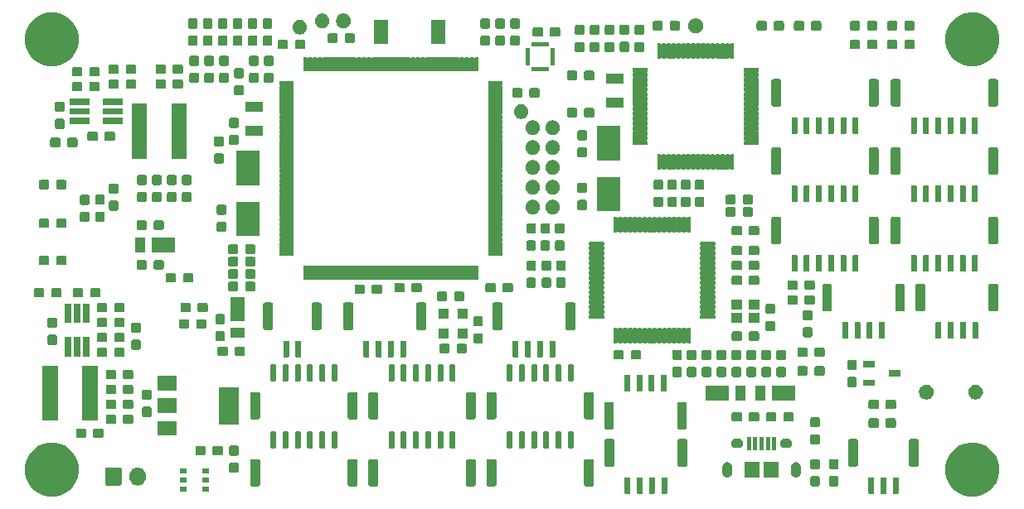
<source format=gbr>
G04 #@! TF.GenerationSoftware,KiCad,Pcbnew,(5.1.2)-1*
G04 #@! TF.CreationDate,2019-05-30T13:03:44-04:00*
G04 #@! TF.ProjectId,ZeroPilot,5a65726f-5069-46c6-9f74-2e6b69636164,rev?*
G04 #@! TF.SameCoordinates,Original*
G04 #@! TF.FileFunction,Soldermask,Top*
G04 #@! TF.FilePolarity,Negative*
%FSLAX46Y46*%
G04 Gerber Fmt 4.6, Leading zero omitted, Abs format (unit mm)*
G04 Created by KiCad (PCBNEW (5.1.2)-1) date 2019-05-30 13:03:44*
%MOMM*%
%LPD*%
G04 APERTURE LIST*
%ADD10C,0.100000*%
G04 APERTURE END LIST*
D10*
G36*
X147802144Y-144355680D02*
G01*
X148302612Y-144562981D01*
X148753022Y-144863935D01*
X149136065Y-145246978D01*
X149437019Y-145697388D01*
X149644320Y-146197856D01*
X149750000Y-146729147D01*
X149750000Y-147270853D01*
X149644320Y-147802144D01*
X149437019Y-148302612D01*
X149136065Y-148753022D01*
X148753022Y-149136065D01*
X148302612Y-149437019D01*
X147802144Y-149644320D01*
X147270853Y-149750000D01*
X146729147Y-149750000D01*
X146197856Y-149644320D01*
X145697388Y-149437019D01*
X145246978Y-149136065D01*
X144863935Y-148753022D01*
X144562981Y-148302612D01*
X144355680Y-147802144D01*
X144250000Y-147270853D01*
X144250000Y-146729147D01*
X144355680Y-146197856D01*
X144562981Y-145697388D01*
X144863935Y-145246978D01*
X145246978Y-144863935D01*
X145697388Y-144562981D01*
X146197856Y-144355680D01*
X146729147Y-144250000D01*
X147270853Y-144250000D01*
X147802144Y-144355680D01*
X147802144Y-144355680D01*
G37*
G36*
X53802144Y-144355680D02*
G01*
X54302612Y-144562981D01*
X54753022Y-144863935D01*
X55136065Y-145246978D01*
X55437019Y-145697388D01*
X55644320Y-146197856D01*
X55750000Y-146729147D01*
X55750000Y-147270853D01*
X55644320Y-147802144D01*
X55437019Y-148302612D01*
X55136065Y-148753022D01*
X54753022Y-149136065D01*
X54302612Y-149437019D01*
X53802144Y-149644320D01*
X53270853Y-149750000D01*
X52729147Y-149750000D01*
X52197856Y-149644320D01*
X51697388Y-149437019D01*
X51246978Y-149136065D01*
X50863935Y-148753022D01*
X50562981Y-148302612D01*
X50355680Y-147802144D01*
X50250000Y-147270853D01*
X50250000Y-146729147D01*
X50355680Y-146197856D01*
X50562981Y-145697388D01*
X50863935Y-145246978D01*
X51246978Y-144863935D01*
X51697388Y-144562981D01*
X52197856Y-144355680D01*
X52729147Y-144250000D01*
X53270853Y-144250000D01*
X53802144Y-144355680D01*
X53802144Y-144355680D01*
G37*
G36*
X138151453Y-147787274D02*
G01*
X138167753Y-147792219D01*
X138182775Y-147800249D01*
X138195944Y-147811056D01*
X138206751Y-147824225D01*
X138214781Y-147839247D01*
X138219726Y-147855547D01*
X138222000Y-147878640D01*
X138222000Y-149391360D01*
X138219726Y-149414453D01*
X138214781Y-149430753D01*
X138206751Y-149445775D01*
X138195944Y-149458944D01*
X138182775Y-149469751D01*
X138167753Y-149477781D01*
X138151453Y-149482726D01*
X138128360Y-149485000D01*
X137715640Y-149485000D01*
X137692547Y-149482726D01*
X137676247Y-149477781D01*
X137661225Y-149469751D01*
X137648056Y-149458944D01*
X137637249Y-149445775D01*
X137629219Y-149430753D01*
X137624274Y-149414453D01*
X137622000Y-149391360D01*
X137622000Y-147878640D01*
X137624274Y-147855547D01*
X137629219Y-147839247D01*
X137637249Y-147824225D01*
X137648056Y-147811056D01*
X137661225Y-147800249D01*
X137676247Y-147792219D01*
X137692547Y-147787274D01*
X137715640Y-147785000D01*
X138128360Y-147785000D01*
X138151453Y-147787274D01*
X138151453Y-147787274D01*
G37*
G36*
X115769453Y-147787274D02*
G01*
X115785753Y-147792219D01*
X115800775Y-147800249D01*
X115813944Y-147811056D01*
X115824751Y-147824225D01*
X115832781Y-147839247D01*
X115837726Y-147855547D01*
X115840000Y-147878640D01*
X115840000Y-149391360D01*
X115837726Y-149414453D01*
X115832781Y-149430753D01*
X115824751Y-149445775D01*
X115813944Y-149458944D01*
X115800775Y-149469751D01*
X115785753Y-149477781D01*
X115769453Y-149482726D01*
X115746360Y-149485000D01*
X115333640Y-149485000D01*
X115310547Y-149482726D01*
X115294247Y-149477781D01*
X115279225Y-149469751D01*
X115266056Y-149458944D01*
X115255249Y-149445775D01*
X115247219Y-149430753D01*
X115242274Y-149414453D01*
X115240000Y-149391360D01*
X115240000Y-147878640D01*
X115242274Y-147855547D01*
X115247219Y-147839247D01*
X115255249Y-147824225D01*
X115266056Y-147811056D01*
X115279225Y-147800249D01*
X115294247Y-147792219D01*
X115310547Y-147787274D01*
X115333640Y-147785000D01*
X115746360Y-147785000D01*
X115769453Y-147787274D01*
X115769453Y-147787274D01*
G37*
G36*
X114519453Y-147787274D02*
G01*
X114535753Y-147792219D01*
X114550775Y-147800249D01*
X114563944Y-147811056D01*
X114574751Y-147824225D01*
X114582781Y-147839247D01*
X114587726Y-147855547D01*
X114590000Y-147878640D01*
X114590000Y-149391360D01*
X114587726Y-149414453D01*
X114582781Y-149430753D01*
X114574751Y-149445775D01*
X114563944Y-149458944D01*
X114550775Y-149469751D01*
X114535753Y-149477781D01*
X114519453Y-149482726D01*
X114496360Y-149485000D01*
X114083640Y-149485000D01*
X114060547Y-149482726D01*
X114044247Y-149477781D01*
X114029225Y-149469751D01*
X114016056Y-149458944D01*
X114005249Y-149445775D01*
X113997219Y-149430753D01*
X113992274Y-149414453D01*
X113990000Y-149391360D01*
X113990000Y-147878640D01*
X113992274Y-147855547D01*
X113997219Y-147839247D01*
X114005249Y-147824225D01*
X114016056Y-147811056D01*
X114029225Y-147800249D01*
X114044247Y-147792219D01*
X114060547Y-147787274D01*
X114083640Y-147785000D01*
X114496360Y-147785000D01*
X114519453Y-147787274D01*
X114519453Y-147787274D01*
G37*
G36*
X113269453Y-147787274D02*
G01*
X113285753Y-147792219D01*
X113300775Y-147800249D01*
X113313944Y-147811056D01*
X113324751Y-147824225D01*
X113332781Y-147839247D01*
X113337726Y-147855547D01*
X113340000Y-147878640D01*
X113340000Y-149391360D01*
X113337726Y-149414453D01*
X113332781Y-149430753D01*
X113324751Y-149445775D01*
X113313944Y-149458944D01*
X113300775Y-149469751D01*
X113285753Y-149477781D01*
X113269453Y-149482726D01*
X113246360Y-149485000D01*
X112833640Y-149485000D01*
X112810547Y-149482726D01*
X112794247Y-149477781D01*
X112779225Y-149469751D01*
X112766056Y-149458944D01*
X112755249Y-149445775D01*
X112747219Y-149430753D01*
X112742274Y-149414453D01*
X112740000Y-149391360D01*
X112740000Y-147878640D01*
X112742274Y-147855547D01*
X112747219Y-147839247D01*
X112755249Y-147824225D01*
X112766056Y-147811056D01*
X112779225Y-147800249D01*
X112794247Y-147792219D01*
X112810547Y-147787274D01*
X112833640Y-147785000D01*
X113246360Y-147785000D01*
X113269453Y-147787274D01*
X113269453Y-147787274D01*
G37*
G36*
X139401453Y-147787274D02*
G01*
X139417753Y-147792219D01*
X139432775Y-147800249D01*
X139445944Y-147811056D01*
X139456751Y-147824225D01*
X139464781Y-147839247D01*
X139469726Y-147855547D01*
X139472000Y-147878640D01*
X139472000Y-149391360D01*
X139469726Y-149414453D01*
X139464781Y-149430753D01*
X139456751Y-149445775D01*
X139445944Y-149458944D01*
X139432775Y-149469751D01*
X139417753Y-149477781D01*
X139401453Y-149482726D01*
X139378360Y-149485000D01*
X138965640Y-149485000D01*
X138942547Y-149482726D01*
X138926247Y-149477781D01*
X138911225Y-149469751D01*
X138898056Y-149458944D01*
X138887249Y-149445775D01*
X138879219Y-149430753D01*
X138874274Y-149414453D01*
X138872000Y-149391360D01*
X138872000Y-147878640D01*
X138874274Y-147855547D01*
X138879219Y-147839247D01*
X138887249Y-147824225D01*
X138898056Y-147811056D01*
X138911225Y-147800249D01*
X138926247Y-147792219D01*
X138942547Y-147787274D01*
X138965640Y-147785000D01*
X139378360Y-147785000D01*
X139401453Y-147787274D01*
X139401453Y-147787274D01*
G37*
G36*
X136901453Y-147787274D02*
G01*
X136917753Y-147792219D01*
X136932775Y-147800249D01*
X136945944Y-147811056D01*
X136956751Y-147824225D01*
X136964781Y-147839247D01*
X136969726Y-147855547D01*
X136972000Y-147878640D01*
X136972000Y-149391360D01*
X136969726Y-149414453D01*
X136964781Y-149430753D01*
X136956751Y-149445775D01*
X136945944Y-149458944D01*
X136932775Y-149469751D01*
X136917753Y-149477781D01*
X136901453Y-149482726D01*
X136878360Y-149485000D01*
X136465640Y-149485000D01*
X136442547Y-149482726D01*
X136426247Y-149477781D01*
X136411225Y-149469751D01*
X136398056Y-149458944D01*
X136387249Y-149445775D01*
X136379219Y-149430753D01*
X136374274Y-149414453D01*
X136372000Y-149391360D01*
X136372000Y-147878640D01*
X136374274Y-147855547D01*
X136379219Y-147839247D01*
X136387249Y-147824225D01*
X136398056Y-147811056D01*
X136411225Y-147800249D01*
X136426247Y-147792219D01*
X136442547Y-147787274D01*
X136465640Y-147785000D01*
X136878360Y-147785000D01*
X136901453Y-147787274D01*
X136901453Y-147787274D01*
G37*
G36*
X112019453Y-147787274D02*
G01*
X112035753Y-147792219D01*
X112050775Y-147800249D01*
X112063944Y-147811056D01*
X112074751Y-147824225D01*
X112082781Y-147839247D01*
X112087726Y-147855547D01*
X112090000Y-147878640D01*
X112090000Y-149391360D01*
X112087726Y-149414453D01*
X112082781Y-149430753D01*
X112074751Y-149445775D01*
X112063944Y-149458944D01*
X112050775Y-149469751D01*
X112035753Y-149477781D01*
X112019453Y-149482726D01*
X111996360Y-149485000D01*
X111583640Y-149485000D01*
X111560547Y-149482726D01*
X111544247Y-149477781D01*
X111529225Y-149469751D01*
X111516056Y-149458944D01*
X111505249Y-149445775D01*
X111497219Y-149430753D01*
X111492274Y-149414453D01*
X111490000Y-149391360D01*
X111490000Y-147878640D01*
X111492274Y-147855547D01*
X111497219Y-147839247D01*
X111505249Y-147824225D01*
X111516056Y-147811056D01*
X111529225Y-147800249D01*
X111544247Y-147792219D01*
X111560547Y-147787274D01*
X111583640Y-147785000D01*
X111996360Y-147785000D01*
X112019453Y-147787274D01*
X112019453Y-147787274D01*
G37*
G36*
X66754000Y-149287000D02*
G01*
X66054000Y-149287000D01*
X66054000Y-148777000D01*
X66754000Y-148777000D01*
X66754000Y-149287000D01*
X66754000Y-149287000D01*
G37*
G36*
X69074000Y-149287000D02*
G01*
X68374000Y-149287000D01*
X68374000Y-148777000D01*
X69074000Y-148777000D01*
X69074000Y-149287000D01*
X69074000Y-149287000D01*
G37*
G36*
X74113963Y-145927196D02*
G01*
X74149021Y-145937831D01*
X74181332Y-145955102D01*
X74209655Y-145978345D01*
X74232898Y-146006668D01*
X74250169Y-146038979D01*
X74260804Y-146074037D01*
X74265000Y-146116641D01*
X74265000Y-148529359D01*
X74260804Y-148571963D01*
X74250169Y-148607021D01*
X74232898Y-148639332D01*
X74209655Y-148667655D01*
X74181332Y-148690898D01*
X74149021Y-148708169D01*
X74113963Y-148718804D01*
X74071359Y-148723000D01*
X73458641Y-148723000D01*
X73416037Y-148718804D01*
X73380979Y-148708169D01*
X73348668Y-148690898D01*
X73320345Y-148667655D01*
X73297102Y-148639332D01*
X73279831Y-148607021D01*
X73269196Y-148571963D01*
X73265000Y-148529359D01*
X73265000Y-146116641D01*
X73269196Y-146074037D01*
X73279831Y-146038979D01*
X73297102Y-146006668D01*
X73320345Y-145978345D01*
X73348668Y-145955102D01*
X73380979Y-145937831D01*
X73416037Y-145927196D01*
X73458641Y-145923000D01*
X74071359Y-145923000D01*
X74113963Y-145927196D01*
X74113963Y-145927196D01*
G37*
G36*
X108193963Y-145927196D02*
G01*
X108229021Y-145937831D01*
X108261332Y-145955102D01*
X108289655Y-145978345D01*
X108312898Y-146006668D01*
X108330169Y-146038979D01*
X108340804Y-146074037D01*
X108345000Y-146116641D01*
X108345000Y-148529359D01*
X108340804Y-148571963D01*
X108330169Y-148607021D01*
X108312898Y-148639332D01*
X108289655Y-148667655D01*
X108261332Y-148690898D01*
X108229021Y-148708169D01*
X108193963Y-148718804D01*
X108151359Y-148723000D01*
X107538641Y-148723000D01*
X107496037Y-148718804D01*
X107460979Y-148708169D01*
X107428668Y-148690898D01*
X107400345Y-148667655D01*
X107377102Y-148639332D01*
X107359831Y-148607021D01*
X107349196Y-148571963D01*
X107345000Y-148529359D01*
X107345000Y-146116641D01*
X107349196Y-146074037D01*
X107359831Y-146038979D01*
X107377102Y-146006668D01*
X107400345Y-145978345D01*
X107428668Y-145955102D01*
X107460979Y-145937831D01*
X107496037Y-145927196D01*
X107538641Y-145923000D01*
X108151359Y-145923000D01*
X108193963Y-145927196D01*
X108193963Y-145927196D01*
G37*
G36*
X98243963Y-145927196D02*
G01*
X98279021Y-145937831D01*
X98311332Y-145955102D01*
X98339655Y-145978345D01*
X98362898Y-146006668D01*
X98380169Y-146038979D01*
X98390804Y-146074037D01*
X98395000Y-146116641D01*
X98395000Y-148529359D01*
X98390804Y-148571963D01*
X98380169Y-148607021D01*
X98362898Y-148639332D01*
X98339655Y-148667655D01*
X98311332Y-148690898D01*
X98279021Y-148708169D01*
X98243963Y-148718804D01*
X98201359Y-148723000D01*
X97588641Y-148723000D01*
X97546037Y-148718804D01*
X97510979Y-148708169D01*
X97478668Y-148690898D01*
X97450345Y-148667655D01*
X97427102Y-148639332D01*
X97409831Y-148607021D01*
X97399196Y-148571963D01*
X97395000Y-148529359D01*
X97395000Y-146116641D01*
X97399196Y-146074037D01*
X97409831Y-146038979D01*
X97427102Y-146006668D01*
X97450345Y-145978345D01*
X97478668Y-145955102D01*
X97510979Y-145937831D01*
X97546037Y-145927196D01*
X97588641Y-145923000D01*
X98201359Y-145923000D01*
X98243963Y-145927196D01*
X98243963Y-145927196D01*
G37*
G36*
X96128963Y-145927196D02*
G01*
X96164021Y-145937831D01*
X96196332Y-145955102D01*
X96224655Y-145978345D01*
X96247898Y-146006668D01*
X96265169Y-146038979D01*
X96275804Y-146074037D01*
X96280000Y-146116641D01*
X96280000Y-148529359D01*
X96275804Y-148571963D01*
X96265169Y-148607021D01*
X96247898Y-148639332D01*
X96224655Y-148667655D01*
X96196332Y-148690898D01*
X96164021Y-148708169D01*
X96128963Y-148718804D01*
X96086359Y-148723000D01*
X95473641Y-148723000D01*
X95431037Y-148718804D01*
X95395979Y-148708169D01*
X95363668Y-148690898D01*
X95335345Y-148667655D01*
X95312102Y-148639332D01*
X95294831Y-148607021D01*
X95284196Y-148571963D01*
X95280000Y-148529359D01*
X95280000Y-146116641D01*
X95284196Y-146074037D01*
X95294831Y-146038979D01*
X95312102Y-146006668D01*
X95335345Y-145978345D01*
X95363668Y-145955102D01*
X95395979Y-145937831D01*
X95431037Y-145927196D01*
X95473641Y-145923000D01*
X96086359Y-145923000D01*
X96128963Y-145927196D01*
X96128963Y-145927196D01*
G37*
G36*
X84063963Y-145927196D02*
G01*
X84099021Y-145937831D01*
X84131332Y-145955102D01*
X84159655Y-145978345D01*
X84182898Y-146006668D01*
X84200169Y-146038979D01*
X84210804Y-146074037D01*
X84215000Y-146116641D01*
X84215000Y-148529359D01*
X84210804Y-148571963D01*
X84200169Y-148607021D01*
X84182898Y-148639332D01*
X84159655Y-148667655D01*
X84131332Y-148690898D01*
X84099021Y-148708169D01*
X84063963Y-148718804D01*
X84021359Y-148723000D01*
X83408641Y-148723000D01*
X83366037Y-148718804D01*
X83330979Y-148708169D01*
X83298668Y-148690898D01*
X83270345Y-148667655D01*
X83247102Y-148639332D01*
X83229831Y-148607021D01*
X83219196Y-148571963D01*
X83215000Y-148529359D01*
X83215000Y-146116641D01*
X83219196Y-146074037D01*
X83229831Y-146038979D01*
X83247102Y-146006668D01*
X83270345Y-145978345D01*
X83298668Y-145955102D01*
X83330979Y-145937831D01*
X83366037Y-145927196D01*
X83408641Y-145923000D01*
X84021359Y-145923000D01*
X84063963Y-145927196D01*
X84063963Y-145927196D01*
G37*
G36*
X86178963Y-145927196D02*
G01*
X86214021Y-145937831D01*
X86246332Y-145955102D01*
X86274655Y-145978345D01*
X86297898Y-146006668D01*
X86315169Y-146038979D01*
X86325804Y-146074037D01*
X86330000Y-146116641D01*
X86330000Y-148529359D01*
X86325804Y-148571963D01*
X86315169Y-148607021D01*
X86297898Y-148639332D01*
X86274655Y-148667655D01*
X86246332Y-148690898D01*
X86214021Y-148708169D01*
X86178963Y-148718804D01*
X86136359Y-148723000D01*
X85523641Y-148723000D01*
X85481037Y-148718804D01*
X85445979Y-148708169D01*
X85413668Y-148690898D01*
X85385345Y-148667655D01*
X85362102Y-148639332D01*
X85344831Y-148607021D01*
X85334196Y-148571963D01*
X85330000Y-148529359D01*
X85330000Y-146116641D01*
X85334196Y-146074037D01*
X85344831Y-146038979D01*
X85362102Y-146006668D01*
X85385345Y-145978345D01*
X85413668Y-145955102D01*
X85445979Y-145937831D01*
X85481037Y-145927196D01*
X85523641Y-145923000D01*
X86136359Y-145923000D01*
X86178963Y-145927196D01*
X86178963Y-145927196D01*
G37*
G36*
X131271024Y-147673955D02*
G01*
X131303738Y-147683879D01*
X131333885Y-147699993D01*
X131360315Y-147721685D01*
X131382007Y-147748115D01*
X131398121Y-147778262D01*
X131408045Y-147810976D01*
X131412000Y-147851138D01*
X131412000Y-148538862D01*
X131408045Y-148579024D01*
X131398121Y-148611738D01*
X131382007Y-148641885D01*
X131360315Y-148668315D01*
X131333885Y-148690007D01*
X131303738Y-148706121D01*
X131271024Y-148716045D01*
X131230862Y-148720000D01*
X130643138Y-148720000D01*
X130602976Y-148716045D01*
X130570262Y-148706121D01*
X130540115Y-148690007D01*
X130513685Y-148668315D01*
X130491993Y-148641885D01*
X130475879Y-148611738D01*
X130465955Y-148579024D01*
X130462000Y-148538862D01*
X130462000Y-147851138D01*
X130465955Y-147810976D01*
X130475879Y-147778262D01*
X130491993Y-147748115D01*
X130513685Y-147721685D01*
X130540115Y-147699993D01*
X130570262Y-147683879D01*
X130602976Y-147673955D01*
X130643138Y-147670000D01*
X131230862Y-147670000D01*
X131271024Y-147673955D01*
X131271024Y-147673955D01*
G37*
G36*
X133176024Y-147673955D02*
G01*
X133208738Y-147683879D01*
X133238885Y-147699993D01*
X133265315Y-147721685D01*
X133287007Y-147748115D01*
X133303121Y-147778262D01*
X133313045Y-147810976D01*
X133317000Y-147851138D01*
X133317000Y-148538862D01*
X133313045Y-148579024D01*
X133303121Y-148611738D01*
X133287007Y-148641885D01*
X133265315Y-148668315D01*
X133238885Y-148690007D01*
X133208738Y-148706121D01*
X133176024Y-148716045D01*
X133135862Y-148720000D01*
X132548138Y-148720000D01*
X132507976Y-148716045D01*
X132475262Y-148706121D01*
X132445115Y-148690007D01*
X132418685Y-148668315D01*
X132396993Y-148641885D01*
X132380879Y-148611738D01*
X132370955Y-148579024D01*
X132367000Y-148538862D01*
X132367000Y-147851138D01*
X132370955Y-147810976D01*
X132380879Y-147778262D01*
X132396993Y-147748115D01*
X132418685Y-147721685D01*
X132445115Y-147699993D01*
X132475262Y-147683879D01*
X132507976Y-147673955D01*
X132548138Y-147670000D01*
X133135862Y-147670000D01*
X133176024Y-147673955D01*
X133176024Y-147673955D01*
G37*
G36*
X61937626Y-146801299D02*
G01*
X62097857Y-146849904D01*
X62245518Y-146928831D01*
X62374949Y-147035051D01*
X62481169Y-147164482D01*
X62560096Y-147312143D01*
X62608701Y-147472373D01*
X62621000Y-147597248D01*
X62621000Y-147830751D01*
X62608701Y-147955626D01*
X62560096Y-148115857D01*
X62481169Y-148263518D01*
X62374949Y-148392949D01*
X62245518Y-148499169D01*
X62171258Y-148538862D01*
X62097855Y-148578097D01*
X62054682Y-148591193D01*
X61937627Y-148626701D01*
X61771000Y-148643112D01*
X61604374Y-148626701D01*
X61487319Y-148591193D01*
X61444146Y-148578097D01*
X61370743Y-148538862D01*
X61296483Y-148499169D01*
X61167051Y-148392948D01*
X61060831Y-148263518D01*
X60981904Y-148115857D01*
X60933299Y-147955627D01*
X60921000Y-147830752D01*
X60921000Y-147597249D01*
X60933299Y-147472374D01*
X60981904Y-147312143D01*
X61060831Y-147164482D01*
X61167051Y-147035051D01*
X61296482Y-146928831D01*
X61444143Y-146849904D01*
X61444145Y-146849903D01*
X61531558Y-146823387D01*
X61604373Y-146801299D01*
X61771000Y-146784888D01*
X61937626Y-146801299D01*
X61937626Y-146801299D01*
G37*
G36*
X59990677Y-146792701D02*
G01*
X60020909Y-146801873D01*
X60048771Y-146816764D01*
X60073193Y-146836807D01*
X60093236Y-146861229D01*
X60108127Y-146889091D01*
X60117299Y-146919323D01*
X60121000Y-146956905D01*
X60121000Y-148471095D01*
X60117299Y-148508677D01*
X60108127Y-148538909D01*
X60093236Y-148566771D01*
X60073193Y-148591193D01*
X60048771Y-148611236D01*
X60020909Y-148626127D01*
X59990677Y-148635299D01*
X59953095Y-148639000D01*
X58588905Y-148639000D01*
X58551323Y-148635299D01*
X58521091Y-148626127D01*
X58493229Y-148611236D01*
X58468807Y-148591193D01*
X58448764Y-148566771D01*
X58433873Y-148538909D01*
X58424701Y-148508677D01*
X58421000Y-148471095D01*
X58421000Y-146956905D01*
X58424701Y-146919323D01*
X58433873Y-146889091D01*
X58448764Y-146861229D01*
X58468807Y-146836807D01*
X58493229Y-146816764D01*
X58521091Y-146801873D01*
X58551323Y-146792701D01*
X58588905Y-146789000D01*
X59953095Y-146789000D01*
X59990677Y-146792701D01*
X59990677Y-146792701D01*
G37*
G36*
X69074000Y-148337000D02*
G01*
X68374000Y-148337000D01*
X68374000Y-147827000D01*
X69074000Y-147827000D01*
X69074000Y-148337000D01*
X69074000Y-148337000D01*
G37*
G36*
X66754000Y-148337000D02*
G01*
X66054000Y-148337000D01*
X66054000Y-147827000D01*
X66754000Y-147827000D01*
X66754000Y-148337000D01*
X66754000Y-148337000D01*
G37*
G36*
X122074014Y-146251234D02*
G01*
X122168269Y-146279826D01*
X122235932Y-146315993D01*
X122255129Y-146326254D01*
X122331264Y-146388736D01*
X122382542Y-146451219D01*
X122393747Y-146464872D01*
X122440174Y-146551730D01*
X122468766Y-146645985D01*
X122476000Y-146719436D01*
X122476000Y-147318564D01*
X122468766Y-147392015D01*
X122440174Y-147486270D01*
X122393747Y-147573128D01*
X122331264Y-147649264D01*
X122255128Y-147711747D01*
X122168270Y-147758174D01*
X122074015Y-147786766D01*
X121976000Y-147796419D01*
X121877986Y-147786766D01*
X121783731Y-147758174D01*
X121696873Y-147711747D01*
X121620737Y-147649264D01*
X121558255Y-147573130D01*
X121511825Y-147486268D01*
X121483234Y-147392015D01*
X121476000Y-147318564D01*
X121476000Y-146719437D01*
X121483234Y-146645986D01*
X121511826Y-146551731D01*
X121558253Y-146464873D01*
X121558254Y-146464871D01*
X121620736Y-146388736D01*
X121696871Y-146326254D01*
X121696870Y-146326254D01*
X121696872Y-146326253D01*
X121783730Y-146279826D01*
X121877985Y-146251234D01*
X121976000Y-146241581D01*
X122074014Y-146251234D01*
X122074014Y-146251234D01*
G37*
G36*
X129074014Y-146251234D02*
G01*
X129168269Y-146279826D01*
X129235932Y-146315993D01*
X129255129Y-146326254D01*
X129331264Y-146388736D01*
X129382542Y-146451219D01*
X129393747Y-146464872D01*
X129440174Y-146551730D01*
X129468766Y-146645985D01*
X129476000Y-146719436D01*
X129476000Y-147318564D01*
X129468766Y-147392015D01*
X129440174Y-147486270D01*
X129393747Y-147573128D01*
X129331264Y-147649264D01*
X129255128Y-147711747D01*
X129168270Y-147758174D01*
X129074015Y-147786766D01*
X128976000Y-147796419D01*
X128877986Y-147786766D01*
X128783731Y-147758174D01*
X128696873Y-147711747D01*
X128620737Y-147649264D01*
X128558255Y-147573130D01*
X128511825Y-147486268D01*
X128483234Y-147392015D01*
X128476000Y-147318564D01*
X128476000Y-146719437D01*
X128483234Y-146645986D01*
X128511826Y-146551731D01*
X128558253Y-146464873D01*
X128558254Y-146464871D01*
X128620736Y-146388736D01*
X128696871Y-146326254D01*
X128696870Y-146326254D01*
X128696872Y-146326253D01*
X128783730Y-146279826D01*
X128877985Y-146251234D01*
X128976000Y-146241581D01*
X129074014Y-146251234D01*
X129074014Y-146251234D01*
G37*
G36*
X125226000Y-147794000D02*
G01*
X123726000Y-147794000D01*
X123726000Y-146244000D01*
X125226000Y-146244000D01*
X125226000Y-147794000D01*
X125226000Y-147794000D01*
G37*
G36*
X127226000Y-147794000D02*
G01*
X125726000Y-147794000D01*
X125726000Y-146244000D01*
X127226000Y-146244000D01*
X127226000Y-147794000D01*
X127226000Y-147794000D01*
G37*
G36*
X66754000Y-147387000D02*
G01*
X66054000Y-147387000D01*
X66054000Y-146877000D01*
X66754000Y-146877000D01*
X66754000Y-147387000D01*
X66754000Y-147387000D01*
G37*
G36*
X69074000Y-147387000D02*
G01*
X68374000Y-147387000D01*
X68374000Y-146877000D01*
X69074000Y-146877000D01*
X69074000Y-147387000D01*
X69074000Y-147387000D01*
G37*
G36*
X71924024Y-146289955D02*
G01*
X71956738Y-146299879D01*
X71986885Y-146315993D01*
X72013315Y-146337685D01*
X72035007Y-146364115D01*
X72051121Y-146394262D01*
X72061045Y-146426976D01*
X72065000Y-146467138D01*
X72065000Y-147154862D01*
X72061045Y-147195024D01*
X72051121Y-147227738D01*
X72035007Y-147257885D01*
X72013315Y-147284315D01*
X71986885Y-147306007D01*
X71956738Y-147322121D01*
X71924024Y-147332045D01*
X71883862Y-147336000D01*
X71296138Y-147336000D01*
X71255976Y-147332045D01*
X71223262Y-147322121D01*
X71193115Y-147306007D01*
X71166685Y-147284315D01*
X71144993Y-147257885D01*
X71128879Y-147227738D01*
X71118955Y-147195024D01*
X71115000Y-147154862D01*
X71115000Y-146467138D01*
X71118955Y-146426976D01*
X71128879Y-146394262D01*
X71144993Y-146364115D01*
X71166685Y-146337685D01*
X71193115Y-146315993D01*
X71223262Y-146299879D01*
X71255976Y-146289955D01*
X71296138Y-146286000D01*
X71883862Y-146286000D01*
X71924024Y-146289955D01*
X71924024Y-146289955D01*
G37*
G36*
X133176024Y-145923955D02*
G01*
X133208738Y-145933879D01*
X133238885Y-145949993D01*
X133265315Y-145971685D01*
X133287007Y-145998115D01*
X133303121Y-146028262D01*
X133313045Y-146060976D01*
X133317000Y-146101138D01*
X133317000Y-146788862D01*
X133313045Y-146829024D01*
X133303121Y-146861738D01*
X133287007Y-146891885D01*
X133265315Y-146918315D01*
X133238885Y-146940007D01*
X133208738Y-146956121D01*
X133176024Y-146966045D01*
X133135862Y-146970000D01*
X132548138Y-146970000D01*
X132507976Y-146966045D01*
X132475262Y-146956121D01*
X132445115Y-146940007D01*
X132418685Y-146918315D01*
X132396993Y-146891885D01*
X132380879Y-146861738D01*
X132370955Y-146829024D01*
X132367000Y-146788862D01*
X132367000Y-146101138D01*
X132370955Y-146060976D01*
X132380879Y-146028262D01*
X132396993Y-145998115D01*
X132418685Y-145971685D01*
X132445115Y-145949993D01*
X132475262Y-145933879D01*
X132507976Y-145923955D01*
X132548138Y-145920000D01*
X133135862Y-145920000D01*
X133176024Y-145923955D01*
X133176024Y-145923955D01*
G37*
G36*
X131271024Y-145923955D02*
G01*
X131303738Y-145933879D01*
X131333885Y-145949993D01*
X131360315Y-145971685D01*
X131382007Y-145998115D01*
X131398121Y-146028262D01*
X131408045Y-146060976D01*
X131412000Y-146101138D01*
X131412000Y-146788862D01*
X131408045Y-146829024D01*
X131398121Y-146861738D01*
X131382007Y-146891885D01*
X131360315Y-146918315D01*
X131333885Y-146940007D01*
X131303738Y-146956121D01*
X131271024Y-146966045D01*
X131230862Y-146970000D01*
X130643138Y-146970000D01*
X130602976Y-146966045D01*
X130570262Y-146956121D01*
X130540115Y-146940007D01*
X130513685Y-146918315D01*
X130491993Y-146891885D01*
X130475879Y-146861738D01*
X130465955Y-146829024D01*
X130462000Y-146788862D01*
X130462000Y-146101138D01*
X130465955Y-146060976D01*
X130475879Y-146028262D01*
X130491993Y-145998115D01*
X130513685Y-145971685D01*
X130540115Y-145949993D01*
X130570262Y-145933879D01*
X130602976Y-145923955D01*
X130643138Y-145920000D01*
X131230862Y-145920000D01*
X131271024Y-145923955D01*
X131271024Y-145923955D01*
G37*
G36*
X117738963Y-143889196D02*
G01*
X117774021Y-143899831D01*
X117806332Y-143917102D01*
X117834655Y-143940345D01*
X117857898Y-143968668D01*
X117875169Y-144000979D01*
X117885804Y-144036037D01*
X117890000Y-144078641D01*
X117890000Y-146491359D01*
X117885804Y-146533963D01*
X117875169Y-146569021D01*
X117857898Y-146601332D01*
X117834655Y-146629655D01*
X117806332Y-146652898D01*
X117774021Y-146670169D01*
X117738963Y-146680804D01*
X117696359Y-146685000D01*
X117083641Y-146685000D01*
X117041037Y-146680804D01*
X117005979Y-146670169D01*
X116973668Y-146652898D01*
X116945345Y-146629655D01*
X116922102Y-146601332D01*
X116904831Y-146569021D01*
X116894196Y-146533963D01*
X116890000Y-146491359D01*
X116890000Y-144078641D01*
X116894196Y-144036037D01*
X116904831Y-144000979D01*
X116922102Y-143968668D01*
X116945345Y-143940345D01*
X116973668Y-143917102D01*
X117005979Y-143899831D01*
X117041037Y-143889196D01*
X117083641Y-143885000D01*
X117696359Y-143885000D01*
X117738963Y-143889196D01*
X117738963Y-143889196D01*
G37*
G36*
X110288963Y-143889196D02*
G01*
X110324021Y-143899831D01*
X110356332Y-143917102D01*
X110384655Y-143940345D01*
X110407898Y-143968668D01*
X110425169Y-144000979D01*
X110435804Y-144036037D01*
X110440000Y-144078641D01*
X110440000Y-146491359D01*
X110435804Y-146533963D01*
X110425169Y-146569021D01*
X110407898Y-146601332D01*
X110384655Y-146629655D01*
X110356332Y-146652898D01*
X110324021Y-146670169D01*
X110288963Y-146680804D01*
X110246359Y-146685000D01*
X109633641Y-146685000D01*
X109591037Y-146680804D01*
X109555979Y-146670169D01*
X109523668Y-146652898D01*
X109495345Y-146629655D01*
X109472102Y-146601332D01*
X109454831Y-146569021D01*
X109444196Y-146533963D01*
X109440000Y-146491359D01*
X109440000Y-144078641D01*
X109444196Y-144036037D01*
X109454831Y-144000979D01*
X109472102Y-143968668D01*
X109495345Y-143940345D01*
X109523668Y-143917102D01*
X109555979Y-143899831D01*
X109591037Y-143889196D01*
X109633641Y-143885000D01*
X110246359Y-143885000D01*
X110288963Y-143889196D01*
X110288963Y-143889196D01*
G37*
G36*
X135170963Y-143889196D02*
G01*
X135206021Y-143899831D01*
X135238332Y-143917102D01*
X135266655Y-143940345D01*
X135289898Y-143968668D01*
X135307169Y-144000979D01*
X135317804Y-144036037D01*
X135322000Y-144078641D01*
X135322000Y-146491359D01*
X135317804Y-146533963D01*
X135307169Y-146569021D01*
X135289898Y-146601332D01*
X135266655Y-146629655D01*
X135238332Y-146652898D01*
X135206021Y-146670169D01*
X135170963Y-146680804D01*
X135128359Y-146685000D01*
X134515641Y-146685000D01*
X134473037Y-146680804D01*
X134437979Y-146670169D01*
X134405668Y-146652898D01*
X134377345Y-146629655D01*
X134354102Y-146601332D01*
X134336831Y-146569021D01*
X134326196Y-146533963D01*
X134322000Y-146491359D01*
X134322000Y-144078641D01*
X134326196Y-144036037D01*
X134336831Y-144000979D01*
X134354102Y-143968668D01*
X134377345Y-143940345D01*
X134405668Y-143917102D01*
X134437979Y-143899831D01*
X134473037Y-143889196D01*
X134515641Y-143885000D01*
X135128359Y-143885000D01*
X135170963Y-143889196D01*
X135170963Y-143889196D01*
G37*
G36*
X141370963Y-143889196D02*
G01*
X141406021Y-143899831D01*
X141438332Y-143917102D01*
X141466655Y-143940345D01*
X141489898Y-143968668D01*
X141507169Y-144000979D01*
X141517804Y-144036037D01*
X141522000Y-144078641D01*
X141522000Y-146491359D01*
X141517804Y-146533963D01*
X141507169Y-146569021D01*
X141489898Y-146601332D01*
X141466655Y-146629655D01*
X141438332Y-146652898D01*
X141406021Y-146670169D01*
X141370963Y-146680804D01*
X141328359Y-146685000D01*
X140715641Y-146685000D01*
X140673037Y-146680804D01*
X140637979Y-146670169D01*
X140605668Y-146652898D01*
X140577345Y-146629655D01*
X140554102Y-146601332D01*
X140536831Y-146569021D01*
X140526196Y-146533963D01*
X140522000Y-146491359D01*
X140522000Y-144078641D01*
X140526196Y-144036037D01*
X140536831Y-144000979D01*
X140554102Y-143968668D01*
X140577345Y-143940345D01*
X140605668Y-143917102D01*
X140637979Y-143899831D01*
X140673037Y-143889196D01*
X140715641Y-143885000D01*
X141328359Y-143885000D01*
X141370963Y-143889196D01*
X141370963Y-143889196D01*
G37*
G36*
X71924024Y-144539955D02*
G01*
X71956738Y-144549879D01*
X71986885Y-144565993D01*
X72013315Y-144587685D01*
X72035007Y-144614115D01*
X72051121Y-144644262D01*
X72061045Y-144676976D01*
X72065000Y-144717138D01*
X72065000Y-145404862D01*
X72061045Y-145445024D01*
X72051121Y-145477738D01*
X72035007Y-145507885D01*
X72013315Y-145534315D01*
X71986885Y-145556007D01*
X71956738Y-145572121D01*
X71924024Y-145582045D01*
X71883862Y-145586000D01*
X71296138Y-145586000D01*
X71255976Y-145582045D01*
X71223262Y-145572121D01*
X71193115Y-145556007D01*
X71166685Y-145534315D01*
X71144993Y-145507885D01*
X71128879Y-145477738D01*
X71118955Y-145445024D01*
X71115000Y-145404862D01*
X71115000Y-144717138D01*
X71118955Y-144676976D01*
X71128879Y-144644262D01*
X71144993Y-144614115D01*
X71166685Y-144587685D01*
X71193115Y-144565993D01*
X71223262Y-144549879D01*
X71255976Y-144539955D01*
X71296138Y-144536000D01*
X71883862Y-144536000D01*
X71924024Y-144539955D01*
X71924024Y-144539955D01*
G37*
G36*
X70309024Y-144575955D02*
G01*
X70341738Y-144585879D01*
X70371885Y-144601993D01*
X70398315Y-144623685D01*
X70420007Y-144650115D01*
X70436121Y-144680262D01*
X70446045Y-144712976D01*
X70450000Y-144753138D01*
X70450000Y-145340862D01*
X70446045Y-145381024D01*
X70436121Y-145413738D01*
X70420007Y-145443885D01*
X70398315Y-145470315D01*
X70371885Y-145492007D01*
X70341738Y-145508121D01*
X70309024Y-145518045D01*
X70268862Y-145522000D01*
X69581138Y-145522000D01*
X69540976Y-145518045D01*
X69508262Y-145508121D01*
X69478115Y-145492007D01*
X69451685Y-145470315D01*
X69429993Y-145443885D01*
X69413879Y-145413738D01*
X69403955Y-145381024D01*
X69400000Y-145340862D01*
X69400000Y-144753138D01*
X69403955Y-144712976D01*
X69413879Y-144680262D01*
X69429993Y-144650115D01*
X69451685Y-144623685D01*
X69478115Y-144601993D01*
X69508262Y-144585879D01*
X69540976Y-144575955D01*
X69581138Y-144572000D01*
X70268862Y-144572000D01*
X70309024Y-144575955D01*
X70309024Y-144575955D01*
G37*
G36*
X68559024Y-144575955D02*
G01*
X68591738Y-144585879D01*
X68621885Y-144601993D01*
X68648315Y-144623685D01*
X68670007Y-144650115D01*
X68686121Y-144680262D01*
X68696045Y-144712976D01*
X68700000Y-144753138D01*
X68700000Y-145340862D01*
X68696045Y-145381024D01*
X68686121Y-145413738D01*
X68670007Y-145443885D01*
X68648315Y-145470315D01*
X68621885Y-145492007D01*
X68591738Y-145508121D01*
X68559024Y-145518045D01*
X68518862Y-145522000D01*
X67831138Y-145522000D01*
X67790976Y-145518045D01*
X67758262Y-145508121D01*
X67728115Y-145492007D01*
X67701685Y-145470315D01*
X67679993Y-145443885D01*
X67663879Y-145413738D01*
X67653955Y-145381024D01*
X67650000Y-145340862D01*
X67650000Y-144753138D01*
X67653955Y-144712976D01*
X67663879Y-144680262D01*
X67679993Y-144650115D01*
X67701685Y-144623685D01*
X67728115Y-144601993D01*
X67758262Y-144585879D01*
X67790976Y-144575955D01*
X67831138Y-144572000D01*
X68518862Y-144572000D01*
X68559024Y-144575955D01*
X68559024Y-144575955D01*
G37*
G36*
X125676000Y-144994000D02*
G01*
X125276000Y-144994000D01*
X125276000Y-143644000D01*
X125676000Y-143644000D01*
X125676000Y-144994000D01*
X125676000Y-144994000D01*
G37*
G36*
X126976000Y-144994000D02*
G01*
X126576000Y-144994000D01*
X126576000Y-143644000D01*
X126976000Y-143644000D01*
X126976000Y-144994000D01*
X126976000Y-144994000D01*
G37*
G36*
X126326000Y-144994000D02*
G01*
X125926000Y-144994000D01*
X125926000Y-143644000D01*
X126326000Y-143644000D01*
X126326000Y-144994000D01*
X126326000Y-144994000D01*
G37*
G36*
X124376000Y-144994000D02*
G01*
X123976000Y-144994000D01*
X123976000Y-143644000D01*
X124376000Y-143644000D01*
X124376000Y-144994000D01*
X124376000Y-144994000D01*
G37*
G36*
X125026000Y-144994000D02*
G01*
X124626000Y-144994000D01*
X124626000Y-143644000D01*
X125026000Y-143644000D01*
X125026000Y-144994000D01*
X125026000Y-144994000D01*
G37*
G36*
X103724453Y-143125274D02*
G01*
X103740753Y-143130219D01*
X103755775Y-143138249D01*
X103768944Y-143149056D01*
X103779751Y-143162225D01*
X103787781Y-143177247D01*
X103792726Y-143193547D01*
X103795000Y-143216640D01*
X103795000Y-144729360D01*
X103792726Y-144752453D01*
X103787781Y-144768753D01*
X103779751Y-144783775D01*
X103768944Y-144796944D01*
X103755775Y-144807751D01*
X103740753Y-144815781D01*
X103724453Y-144820726D01*
X103701360Y-144823000D01*
X103288640Y-144823000D01*
X103265547Y-144820726D01*
X103249247Y-144815781D01*
X103234225Y-144807751D01*
X103221056Y-144796944D01*
X103210249Y-144783775D01*
X103202219Y-144768753D01*
X103197274Y-144752453D01*
X103195000Y-144729360D01*
X103195000Y-143216640D01*
X103197274Y-143193547D01*
X103202219Y-143177247D01*
X103210249Y-143162225D01*
X103221056Y-143149056D01*
X103234225Y-143138249D01*
X103249247Y-143130219D01*
X103265547Y-143125274D01*
X103288640Y-143123000D01*
X103701360Y-143123000D01*
X103724453Y-143125274D01*
X103724453Y-143125274D01*
G37*
G36*
X104974453Y-143125274D02*
G01*
X104990753Y-143130219D01*
X105005775Y-143138249D01*
X105018944Y-143149056D01*
X105029751Y-143162225D01*
X105037781Y-143177247D01*
X105042726Y-143193547D01*
X105045000Y-143216640D01*
X105045000Y-144729360D01*
X105042726Y-144752453D01*
X105037781Y-144768753D01*
X105029751Y-144783775D01*
X105018944Y-144796944D01*
X105005775Y-144807751D01*
X104990753Y-144815781D01*
X104974453Y-144820726D01*
X104951360Y-144823000D01*
X104538640Y-144823000D01*
X104515547Y-144820726D01*
X104499247Y-144815781D01*
X104484225Y-144807751D01*
X104471056Y-144796944D01*
X104460249Y-144783775D01*
X104452219Y-144768753D01*
X104447274Y-144752453D01*
X104445000Y-144729360D01*
X104445000Y-143216640D01*
X104447274Y-143193547D01*
X104452219Y-143177247D01*
X104460249Y-143162225D01*
X104471056Y-143149056D01*
X104484225Y-143138249D01*
X104499247Y-143130219D01*
X104515547Y-143125274D01*
X104538640Y-143123000D01*
X104951360Y-143123000D01*
X104974453Y-143125274D01*
X104974453Y-143125274D01*
G37*
G36*
X102474453Y-143125274D02*
G01*
X102490753Y-143130219D01*
X102505775Y-143138249D01*
X102518944Y-143149056D01*
X102529751Y-143162225D01*
X102537781Y-143177247D01*
X102542726Y-143193547D01*
X102545000Y-143216640D01*
X102545000Y-144729360D01*
X102542726Y-144752453D01*
X102537781Y-144768753D01*
X102529751Y-144783775D01*
X102518944Y-144796944D01*
X102505775Y-144807751D01*
X102490753Y-144815781D01*
X102474453Y-144820726D01*
X102451360Y-144823000D01*
X102038640Y-144823000D01*
X102015547Y-144820726D01*
X101999247Y-144815781D01*
X101984225Y-144807751D01*
X101971056Y-144796944D01*
X101960249Y-144783775D01*
X101952219Y-144768753D01*
X101947274Y-144752453D01*
X101945000Y-144729360D01*
X101945000Y-143216640D01*
X101947274Y-143193547D01*
X101952219Y-143177247D01*
X101960249Y-143162225D01*
X101971056Y-143149056D01*
X101984225Y-143138249D01*
X101999247Y-143130219D01*
X102015547Y-143125274D01*
X102038640Y-143123000D01*
X102451360Y-143123000D01*
X102474453Y-143125274D01*
X102474453Y-143125274D01*
G37*
G36*
X99974453Y-143125274D02*
G01*
X99990753Y-143130219D01*
X100005775Y-143138249D01*
X100018944Y-143149056D01*
X100029751Y-143162225D01*
X100037781Y-143177247D01*
X100042726Y-143193547D01*
X100045000Y-143216640D01*
X100045000Y-144729360D01*
X100042726Y-144752453D01*
X100037781Y-144768753D01*
X100029751Y-144783775D01*
X100018944Y-144796944D01*
X100005775Y-144807751D01*
X99990753Y-144815781D01*
X99974453Y-144820726D01*
X99951360Y-144823000D01*
X99538640Y-144823000D01*
X99515547Y-144820726D01*
X99499247Y-144815781D01*
X99484225Y-144807751D01*
X99471056Y-144796944D01*
X99460249Y-144783775D01*
X99452219Y-144768753D01*
X99447274Y-144752453D01*
X99445000Y-144729360D01*
X99445000Y-143216640D01*
X99447274Y-143193547D01*
X99452219Y-143177247D01*
X99460249Y-143162225D01*
X99471056Y-143149056D01*
X99484225Y-143138249D01*
X99499247Y-143130219D01*
X99515547Y-143125274D01*
X99538640Y-143123000D01*
X99951360Y-143123000D01*
X99974453Y-143125274D01*
X99974453Y-143125274D01*
G37*
G36*
X94159453Y-143125274D02*
G01*
X94175753Y-143130219D01*
X94190775Y-143138249D01*
X94203944Y-143149056D01*
X94214751Y-143162225D01*
X94222781Y-143177247D01*
X94227726Y-143193547D01*
X94230000Y-143216640D01*
X94230000Y-144729360D01*
X94227726Y-144752453D01*
X94222781Y-144768753D01*
X94214751Y-144783775D01*
X94203944Y-144796944D01*
X94190775Y-144807751D01*
X94175753Y-144815781D01*
X94159453Y-144820726D01*
X94136360Y-144823000D01*
X93723640Y-144823000D01*
X93700547Y-144820726D01*
X93684247Y-144815781D01*
X93669225Y-144807751D01*
X93656056Y-144796944D01*
X93645249Y-144783775D01*
X93637219Y-144768753D01*
X93632274Y-144752453D01*
X93630000Y-144729360D01*
X93630000Y-143216640D01*
X93632274Y-143193547D01*
X93637219Y-143177247D01*
X93645249Y-143162225D01*
X93656056Y-143149056D01*
X93669225Y-143138249D01*
X93684247Y-143130219D01*
X93700547Y-143125274D01*
X93723640Y-143123000D01*
X94136360Y-143123000D01*
X94159453Y-143125274D01*
X94159453Y-143125274D01*
G37*
G36*
X92909453Y-143125274D02*
G01*
X92925753Y-143130219D01*
X92940775Y-143138249D01*
X92953944Y-143149056D01*
X92964751Y-143162225D01*
X92972781Y-143177247D01*
X92977726Y-143193547D01*
X92980000Y-143216640D01*
X92980000Y-144729360D01*
X92977726Y-144752453D01*
X92972781Y-144768753D01*
X92964751Y-144783775D01*
X92953944Y-144796944D01*
X92940775Y-144807751D01*
X92925753Y-144815781D01*
X92909453Y-144820726D01*
X92886360Y-144823000D01*
X92473640Y-144823000D01*
X92450547Y-144820726D01*
X92434247Y-144815781D01*
X92419225Y-144807751D01*
X92406056Y-144796944D01*
X92395249Y-144783775D01*
X92387219Y-144768753D01*
X92382274Y-144752453D01*
X92380000Y-144729360D01*
X92380000Y-143216640D01*
X92382274Y-143193547D01*
X92387219Y-143177247D01*
X92395249Y-143162225D01*
X92406056Y-143149056D01*
X92419225Y-143138249D01*
X92434247Y-143130219D01*
X92450547Y-143125274D01*
X92473640Y-143123000D01*
X92886360Y-143123000D01*
X92909453Y-143125274D01*
X92909453Y-143125274D01*
G37*
G36*
X87909453Y-143125274D02*
G01*
X87925753Y-143130219D01*
X87940775Y-143138249D01*
X87953944Y-143149056D01*
X87964751Y-143162225D01*
X87972781Y-143177247D01*
X87977726Y-143193547D01*
X87980000Y-143216640D01*
X87980000Y-144729360D01*
X87977726Y-144752453D01*
X87972781Y-144768753D01*
X87964751Y-144783775D01*
X87953944Y-144796944D01*
X87940775Y-144807751D01*
X87925753Y-144815781D01*
X87909453Y-144820726D01*
X87886360Y-144823000D01*
X87473640Y-144823000D01*
X87450547Y-144820726D01*
X87434247Y-144815781D01*
X87419225Y-144807751D01*
X87406056Y-144796944D01*
X87395249Y-144783775D01*
X87387219Y-144768753D01*
X87382274Y-144752453D01*
X87380000Y-144729360D01*
X87380000Y-143216640D01*
X87382274Y-143193547D01*
X87387219Y-143177247D01*
X87395249Y-143162225D01*
X87406056Y-143149056D01*
X87419225Y-143138249D01*
X87434247Y-143130219D01*
X87450547Y-143125274D01*
X87473640Y-143123000D01*
X87886360Y-143123000D01*
X87909453Y-143125274D01*
X87909453Y-143125274D01*
G37*
G36*
X89159453Y-143125274D02*
G01*
X89175753Y-143130219D01*
X89190775Y-143138249D01*
X89203944Y-143149056D01*
X89214751Y-143162225D01*
X89222781Y-143177247D01*
X89227726Y-143193547D01*
X89230000Y-143216640D01*
X89230000Y-144729360D01*
X89227726Y-144752453D01*
X89222781Y-144768753D01*
X89214751Y-144783775D01*
X89203944Y-144796944D01*
X89190775Y-144807751D01*
X89175753Y-144815781D01*
X89159453Y-144820726D01*
X89136360Y-144823000D01*
X88723640Y-144823000D01*
X88700547Y-144820726D01*
X88684247Y-144815781D01*
X88669225Y-144807751D01*
X88656056Y-144796944D01*
X88645249Y-144783775D01*
X88637219Y-144768753D01*
X88632274Y-144752453D01*
X88630000Y-144729360D01*
X88630000Y-143216640D01*
X88632274Y-143193547D01*
X88637219Y-143177247D01*
X88645249Y-143162225D01*
X88656056Y-143149056D01*
X88669225Y-143138249D01*
X88684247Y-143130219D01*
X88700547Y-143125274D01*
X88723640Y-143123000D01*
X89136360Y-143123000D01*
X89159453Y-143125274D01*
X89159453Y-143125274D01*
G37*
G36*
X91659453Y-143125274D02*
G01*
X91675753Y-143130219D01*
X91690775Y-143138249D01*
X91703944Y-143149056D01*
X91714751Y-143162225D01*
X91722781Y-143177247D01*
X91727726Y-143193547D01*
X91730000Y-143216640D01*
X91730000Y-144729360D01*
X91727726Y-144752453D01*
X91722781Y-144768753D01*
X91714751Y-144783775D01*
X91703944Y-144796944D01*
X91690775Y-144807751D01*
X91675753Y-144815781D01*
X91659453Y-144820726D01*
X91636360Y-144823000D01*
X91223640Y-144823000D01*
X91200547Y-144820726D01*
X91184247Y-144815781D01*
X91169225Y-144807751D01*
X91156056Y-144796944D01*
X91145249Y-144783775D01*
X91137219Y-144768753D01*
X91132274Y-144752453D01*
X91130000Y-144729360D01*
X91130000Y-143216640D01*
X91132274Y-143193547D01*
X91137219Y-143177247D01*
X91145249Y-143162225D01*
X91156056Y-143149056D01*
X91169225Y-143138249D01*
X91184247Y-143130219D01*
X91200547Y-143125274D01*
X91223640Y-143123000D01*
X91636360Y-143123000D01*
X91659453Y-143125274D01*
X91659453Y-143125274D01*
G37*
G36*
X80844453Y-143125274D02*
G01*
X80860753Y-143130219D01*
X80875775Y-143138249D01*
X80888944Y-143149056D01*
X80899751Y-143162225D01*
X80907781Y-143177247D01*
X80912726Y-143193547D01*
X80915000Y-143216640D01*
X80915000Y-144729360D01*
X80912726Y-144752453D01*
X80907781Y-144768753D01*
X80899751Y-144783775D01*
X80888944Y-144796944D01*
X80875775Y-144807751D01*
X80860753Y-144815781D01*
X80844453Y-144820726D01*
X80821360Y-144823000D01*
X80408640Y-144823000D01*
X80385547Y-144820726D01*
X80369247Y-144815781D01*
X80354225Y-144807751D01*
X80341056Y-144796944D01*
X80330249Y-144783775D01*
X80322219Y-144768753D01*
X80317274Y-144752453D01*
X80315000Y-144729360D01*
X80315000Y-143216640D01*
X80317274Y-143193547D01*
X80322219Y-143177247D01*
X80330249Y-143162225D01*
X80341056Y-143149056D01*
X80354225Y-143138249D01*
X80369247Y-143130219D01*
X80385547Y-143125274D01*
X80408640Y-143123000D01*
X80821360Y-143123000D01*
X80844453Y-143125274D01*
X80844453Y-143125274D01*
G37*
G36*
X82094453Y-143125274D02*
G01*
X82110753Y-143130219D01*
X82125775Y-143138249D01*
X82138944Y-143149056D01*
X82149751Y-143162225D01*
X82157781Y-143177247D01*
X82162726Y-143193547D01*
X82165000Y-143216640D01*
X82165000Y-144729360D01*
X82162726Y-144752453D01*
X82157781Y-144768753D01*
X82149751Y-144783775D01*
X82138944Y-144796944D01*
X82125775Y-144807751D01*
X82110753Y-144815781D01*
X82094453Y-144820726D01*
X82071360Y-144823000D01*
X81658640Y-144823000D01*
X81635547Y-144820726D01*
X81619247Y-144815781D01*
X81604225Y-144807751D01*
X81591056Y-144796944D01*
X81580249Y-144783775D01*
X81572219Y-144768753D01*
X81567274Y-144752453D01*
X81565000Y-144729360D01*
X81565000Y-143216640D01*
X81567274Y-143193547D01*
X81572219Y-143177247D01*
X81580249Y-143162225D01*
X81591056Y-143149056D01*
X81604225Y-143138249D01*
X81619247Y-143130219D01*
X81635547Y-143125274D01*
X81658640Y-143123000D01*
X82071360Y-143123000D01*
X82094453Y-143125274D01*
X82094453Y-143125274D01*
G37*
G36*
X106224453Y-143125274D02*
G01*
X106240753Y-143130219D01*
X106255775Y-143138249D01*
X106268944Y-143149056D01*
X106279751Y-143162225D01*
X106287781Y-143177247D01*
X106292726Y-143193547D01*
X106295000Y-143216640D01*
X106295000Y-144729360D01*
X106292726Y-144752453D01*
X106287781Y-144768753D01*
X106279751Y-144783775D01*
X106268944Y-144796944D01*
X106255775Y-144807751D01*
X106240753Y-144815781D01*
X106224453Y-144820726D01*
X106201360Y-144823000D01*
X105788640Y-144823000D01*
X105765547Y-144820726D01*
X105749247Y-144815781D01*
X105734225Y-144807751D01*
X105721056Y-144796944D01*
X105710249Y-144783775D01*
X105702219Y-144768753D01*
X105697274Y-144752453D01*
X105695000Y-144729360D01*
X105695000Y-143216640D01*
X105697274Y-143193547D01*
X105702219Y-143177247D01*
X105710249Y-143162225D01*
X105721056Y-143149056D01*
X105734225Y-143138249D01*
X105749247Y-143130219D01*
X105765547Y-143125274D01*
X105788640Y-143123000D01*
X106201360Y-143123000D01*
X106224453Y-143125274D01*
X106224453Y-143125274D01*
G37*
G36*
X101224453Y-143125274D02*
G01*
X101240753Y-143130219D01*
X101255775Y-143138249D01*
X101268944Y-143149056D01*
X101279751Y-143162225D01*
X101287781Y-143177247D01*
X101292726Y-143193547D01*
X101295000Y-143216640D01*
X101295000Y-144729360D01*
X101292726Y-144752453D01*
X101287781Y-144768753D01*
X101279751Y-144783775D01*
X101268944Y-144796944D01*
X101255775Y-144807751D01*
X101240753Y-144815781D01*
X101224453Y-144820726D01*
X101201360Y-144823000D01*
X100788640Y-144823000D01*
X100765547Y-144820726D01*
X100749247Y-144815781D01*
X100734225Y-144807751D01*
X100721056Y-144796944D01*
X100710249Y-144783775D01*
X100702219Y-144768753D01*
X100697274Y-144752453D01*
X100695000Y-144729360D01*
X100695000Y-143216640D01*
X100697274Y-143193547D01*
X100702219Y-143177247D01*
X100710249Y-143162225D01*
X100721056Y-143149056D01*
X100734225Y-143138249D01*
X100749247Y-143130219D01*
X100765547Y-143125274D01*
X100788640Y-143123000D01*
X101201360Y-143123000D01*
X101224453Y-143125274D01*
X101224453Y-143125274D01*
G37*
G36*
X79594453Y-143125274D02*
G01*
X79610753Y-143130219D01*
X79625775Y-143138249D01*
X79638944Y-143149056D01*
X79649751Y-143162225D01*
X79657781Y-143177247D01*
X79662726Y-143193547D01*
X79665000Y-143216640D01*
X79665000Y-144729360D01*
X79662726Y-144752453D01*
X79657781Y-144768753D01*
X79649751Y-144783775D01*
X79638944Y-144796944D01*
X79625775Y-144807751D01*
X79610753Y-144815781D01*
X79594453Y-144820726D01*
X79571360Y-144823000D01*
X79158640Y-144823000D01*
X79135547Y-144820726D01*
X79119247Y-144815781D01*
X79104225Y-144807751D01*
X79091056Y-144796944D01*
X79080249Y-144783775D01*
X79072219Y-144768753D01*
X79067274Y-144752453D01*
X79065000Y-144729360D01*
X79065000Y-143216640D01*
X79067274Y-143193547D01*
X79072219Y-143177247D01*
X79080249Y-143162225D01*
X79091056Y-143149056D01*
X79104225Y-143138249D01*
X79119247Y-143130219D01*
X79135547Y-143125274D01*
X79158640Y-143123000D01*
X79571360Y-143123000D01*
X79594453Y-143125274D01*
X79594453Y-143125274D01*
G37*
G36*
X75844453Y-143125274D02*
G01*
X75860753Y-143130219D01*
X75875775Y-143138249D01*
X75888944Y-143149056D01*
X75899751Y-143162225D01*
X75907781Y-143177247D01*
X75912726Y-143193547D01*
X75915000Y-143216640D01*
X75915000Y-144729360D01*
X75912726Y-144752453D01*
X75907781Y-144768753D01*
X75899751Y-144783775D01*
X75888944Y-144796944D01*
X75875775Y-144807751D01*
X75860753Y-144815781D01*
X75844453Y-144820726D01*
X75821360Y-144823000D01*
X75408640Y-144823000D01*
X75385547Y-144820726D01*
X75369247Y-144815781D01*
X75354225Y-144807751D01*
X75341056Y-144796944D01*
X75330249Y-144783775D01*
X75322219Y-144768753D01*
X75317274Y-144752453D01*
X75315000Y-144729360D01*
X75315000Y-143216640D01*
X75317274Y-143193547D01*
X75322219Y-143177247D01*
X75330249Y-143162225D01*
X75341056Y-143149056D01*
X75354225Y-143138249D01*
X75369247Y-143130219D01*
X75385547Y-143125274D01*
X75408640Y-143123000D01*
X75821360Y-143123000D01*
X75844453Y-143125274D01*
X75844453Y-143125274D01*
G37*
G36*
X77094453Y-143125274D02*
G01*
X77110753Y-143130219D01*
X77125775Y-143138249D01*
X77138944Y-143149056D01*
X77149751Y-143162225D01*
X77157781Y-143177247D01*
X77162726Y-143193547D01*
X77165000Y-143216640D01*
X77165000Y-144729360D01*
X77162726Y-144752453D01*
X77157781Y-144768753D01*
X77149751Y-144783775D01*
X77138944Y-144796944D01*
X77125775Y-144807751D01*
X77110753Y-144815781D01*
X77094453Y-144820726D01*
X77071360Y-144823000D01*
X76658640Y-144823000D01*
X76635547Y-144820726D01*
X76619247Y-144815781D01*
X76604225Y-144807751D01*
X76591056Y-144796944D01*
X76580249Y-144783775D01*
X76572219Y-144768753D01*
X76567274Y-144752453D01*
X76565000Y-144729360D01*
X76565000Y-143216640D01*
X76567274Y-143193547D01*
X76572219Y-143177247D01*
X76580249Y-143162225D01*
X76591056Y-143149056D01*
X76604225Y-143138249D01*
X76619247Y-143130219D01*
X76635547Y-143125274D01*
X76658640Y-143123000D01*
X77071360Y-143123000D01*
X77094453Y-143125274D01*
X77094453Y-143125274D01*
G37*
G36*
X78344453Y-143125274D02*
G01*
X78360753Y-143130219D01*
X78375775Y-143138249D01*
X78388944Y-143149056D01*
X78399751Y-143162225D01*
X78407781Y-143177247D01*
X78412726Y-143193547D01*
X78415000Y-143216640D01*
X78415000Y-144729360D01*
X78412726Y-144752453D01*
X78407781Y-144768753D01*
X78399751Y-144783775D01*
X78388944Y-144796944D01*
X78375775Y-144807751D01*
X78360753Y-144815781D01*
X78344453Y-144820726D01*
X78321360Y-144823000D01*
X77908640Y-144823000D01*
X77885547Y-144820726D01*
X77869247Y-144815781D01*
X77854225Y-144807751D01*
X77841056Y-144796944D01*
X77830249Y-144783775D01*
X77822219Y-144768753D01*
X77817274Y-144752453D01*
X77815000Y-144729360D01*
X77815000Y-143216640D01*
X77817274Y-143193547D01*
X77822219Y-143177247D01*
X77830249Y-143162225D01*
X77841056Y-143149056D01*
X77854225Y-143138249D01*
X77869247Y-143130219D01*
X77885547Y-143125274D01*
X77908640Y-143123000D01*
X78321360Y-143123000D01*
X78344453Y-143125274D01*
X78344453Y-143125274D01*
G37*
G36*
X90409453Y-143125274D02*
G01*
X90425753Y-143130219D01*
X90440775Y-143138249D01*
X90453944Y-143149056D01*
X90464751Y-143162225D01*
X90472781Y-143177247D01*
X90477726Y-143193547D01*
X90480000Y-143216640D01*
X90480000Y-144729360D01*
X90477726Y-144752453D01*
X90472781Y-144768753D01*
X90464751Y-144783775D01*
X90453944Y-144796944D01*
X90440775Y-144807751D01*
X90425753Y-144815781D01*
X90409453Y-144820726D01*
X90386360Y-144823000D01*
X89973640Y-144823000D01*
X89950547Y-144820726D01*
X89934247Y-144815781D01*
X89919225Y-144807751D01*
X89906056Y-144796944D01*
X89895249Y-144783775D01*
X89887219Y-144768753D01*
X89882274Y-144752453D01*
X89880000Y-144729360D01*
X89880000Y-143216640D01*
X89882274Y-143193547D01*
X89887219Y-143177247D01*
X89895249Y-143162225D01*
X89906056Y-143149056D01*
X89919225Y-143138249D01*
X89934247Y-143130219D01*
X89950547Y-143125274D01*
X89973640Y-143123000D01*
X90386360Y-143123000D01*
X90409453Y-143125274D01*
X90409453Y-143125274D01*
G37*
G36*
X123172593Y-143846291D02*
G01*
X123219116Y-143850873D01*
X123285359Y-143870967D01*
X123308658Y-143878035D01*
X123381746Y-143917102D01*
X123391173Y-143922141D01*
X123463501Y-143981499D01*
X123522859Y-144053827D01*
X123522860Y-144053829D01*
X123566965Y-144136342D01*
X123566966Y-144136346D01*
X123594127Y-144225884D01*
X123603298Y-144319000D01*
X123594127Y-144412116D01*
X123584152Y-144445000D01*
X123566965Y-144501658D01*
X123529366Y-144572000D01*
X123522859Y-144584173D01*
X123463501Y-144656501D01*
X123391173Y-144715859D01*
X123391171Y-144715860D01*
X123308658Y-144759965D01*
X123298105Y-144763166D01*
X123219116Y-144787127D01*
X123172593Y-144791709D01*
X123149333Y-144794000D01*
X122802667Y-144794000D01*
X122779407Y-144791709D01*
X122732884Y-144787127D01*
X122653895Y-144763166D01*
X122643342Y-144759965D01*
X122560829Y-144715860D01*
X122560827Y-144715859D01*
X122488499Y-144656501D01*
X122429141Y-144584173D01*
X122422634Y-144572000D01*
X122385035Y-144501658D01*
X122367848Y-144445000D01*
X122357873Y-144412116D01*
X122348702Y-144319000D01*
X122357873Y-144225884D01*
X122385034Y-144136346D01*
X122385035Y-144136342D01*
X122429140Y-144053829D01*
X122429141Y-144053827D01*
X122488499Y-143981499D01*
X122560827Y-143922141D01*
X122570254Y-143917102D01*
X122643342Y-143878035D01*
X122666641Y-143870967D01*
X122732884Y-143850873D01*
X122779407Y-143846291D01*
X122802667Y-143844000D01*
X123149333Y-143844000D01*
X123172593Y-143846291D01*
X123172593Y-143846291D01*
G37*
G36*
X128172593Y-143846291D02*
G01*
X128219116Y-143850873D01*
X128285359Y-143870967D01*
X128308658Y-143878035D01*
X128381746Y-143917102D01*
X128391173Y-143922141D01*
X128463501Y-143981499D01*
X128522859Y-144053827D01*
X128522860Y-144053829D01*
X128566965Y-144136342D01*
X128566966Y-144136346D01*
X128594127Y-144225884D01*
X128603298Y-144319000D01*
X128594127Y-144412116D01*
X128584152Y-144445000D01*
X128566965Y-144501658D01*
X128529366Y-144572000D01*
X128522859Y-144584173D01*
X128463501Y-144656501D01*
X128391173Y-144715859D01*
X128391171Y-144715860D01*
X128308658Y-144759965D01*
X128298105Y-144763166D01*
X128219116Y-144787127D01*
X128172593Y-144791709D01*
X128149333Y-144794000D01*
X127802667Y-144794000D01*
X127779407Y-144791709D01*
X127732884Y-144787127D01*
X127653895Y-144763166D01*
X127643342Y-144759965D01*
X127560829Y-144715860D01*
X127560827Y-144715859D01*
X127488499Y-144656501D01*
X127429141Y-144584173D01*
X127422634Y-144572000D01*
X127385035Y-144501658D01*
X127367848Y-144445000D01*
X127357873Y-144412116D01*
X127348702Y-144319000D01*
X127357873Y-144225884D01*
X127385034Y-144136346D01*
X127385035Y-144136342D01*
X127429140Y-144053829D01*
X127429141Y-144053827D01*
X127488499Y-143981499D01*
X127560827Y-143922141D01*
X127570254Y-143917102D01*
X127643342Y-143878035D01*
X127666641Y-143870967D01*
X127732884Y-143850873D01*
X127779407Y-143846291D01*
X127802667Y-143844000D01*
X128149333Y-143844000D01*
X128172593Y-143846291D01*
X128172593Y-143846291D01*
G37*
G36*
X131271024Y-143398955D02*
G01*
X131303738Y-143408879D01*
X131333885Y-143424993D01*
X131360315Y-143446685D01*
X131382007Y-143473115D01*
X131398121Y-143503262D01*
X131408045Y-143535976D01*
X131412000Y-143576138D01*
X131412000Y-144263862D01*
X131408045Y-144304024D01*
X131398121Y-144336738D01*
X131382007Y-144366885D01*
X131360315Y-144393315D01*
X131333885Y-144415007D01*
X131303738Y-144431121D01*
X131271024Y-144441045D01*
X131230862Y-144445000D01*
X130643138Y-144445000D01*
X130602976Y-144441045D01*
X130570262Y-144431121D01*
X130540115Y-144415007D01*
X130513685Y-144393315D01*
X130491993Y-144366885D01*
X130475879Y-144336738D01*
X130465955Y-144304024D01*
X130462000Y-144263862D01*
X130462000Y-143576138D01*
X130465955Y-143535976D01*
X130475879Y-143503262D01*
X130491993Y-143473115D01*
X130513685Y-143446685D01*
X130540115Y-143424993D01*
X130570262Y-143408879D01*
X130602976Y-143398955D01*
X130643138Y-143395000D01*
X131230862Y-143395000D01*
X131271024Y-143398955D01*
X131271024Y-143398955D01*
G37*
G36*
X58117024Y-142797955D02*
G01*
X58149738Y-142807879D01*
X58179885Y-142823993D01*
X58206315Y-142845685D01*
X58228007Y-142872115D01*
X58244121Y-142902262D01*
X58254045Y-142934976D01*
X58258000Y-142975138D01*
X58258000Y-143562862D01*
X58254045Y-143603024D01*
X58244121Y-143635738D01*
X58228007Y-143665885D01*
X58206315Y-143692315D01*
X58179885Y-143714007D01*
X58149738Y-143730121D01*
X58117024Y-143740045D01*
X58076862Y-143744000D01*
X57389138Y-143744000D01*
X57348976Y-143740045D01*
X57316262Y-143730121D01*
X57286115Y-143714007D01*
X57259685Y-143692315D01*
X57237993Y-143665885D01*
X57221879Y-143635738D01*
X57211955Y-143603024D01*
X57208000Y-143562862D01*
X57208000Y-142975138D01*
X57211955Y-142934976D01*
X57221879Y-142902262D01*
X57237993Y-142872115D01*
X57259685Y-142845685D01*
X57286115Y-142823993D01*
X57316262Y-142807879D01*
X57348976Y-142797955D01*
X57389138Y-142794000D01*
X58076862Y-142794000D01*
X58117024Y-142797955D01*
X58117024Y-142797955D01*
G37*
G36*
X56367024Y-142797955D02*
G01*
X56399738Y-142807879D01*
X56429885Y-142823993D01*
X56456315Y-142845685D01*
X56478007Y-142872115D01*
X56494121Y-142902262D01*
X56504045Y-142934976D01*
X56508000Y-142975138D01*
X56508000Y-143562862D01*
X56504045Y-143603024D01*
X56494121Y-143635738D01*
X56478007Y-143665885D01*
X56456315Y-143692315D01*
X56429885Y-143714007D01*
X56399738Y-143730121D01*
X56367024Y-143740045D01*
X56326862Y-143744000D01*
X55639138Y-143744000D01*
X55598976Y-143740045D01*
X55566262Y-143730121D01*
X55536115Y-143714007D01*
X55509685Y-143692315D01*
X55487993Y-143665885D01*
X55471879Y-143635738D01*
X55461955Y-143603024D01*
X55458000Y-143562862D01*
X55458000Y-142975138D01*
X55461955Y-142934976D01*
X55471879Y-142902262D01*
X55487993Y-142872115D01*
X55509685Y-142845685D01*
X55536115Y-142823993D01*
X55566262Y-142807879D01*
X55598976Y-142797955D01*
X55639138Y-142794000D01*
X56326862Y-142794000D01*
X56367024Y-142797955D01*
X56367024Y-142797955D01*
G37*
G36*
X65757000Y-143525000D02*
G01*
X63757000Y-143525000D01*
X63757000Y-142025000D01*
X65757000Y-142025000D01*
X65757000Y-143525000D01*
X65757000Y-143525000D01*
G37*
G36*
X110250963Y-140098196D02*
G01*
X110286021Y-140108831D01*
X110318332Y-140126102D01*
X110346655Y-140149345D01*
X110369898Y-140177668D01*
X110387169Y-140209979D01*
X110397804Y-140245037D01*
X110402000Y-140287641D01*
X110402000Y-142700359D01*
X110397804Y-142742963D01*
X110387169Y-142778021D01*
X110369898Y-142810332D01*
X110346655Y-142838655D01*
X110318332Y-142861898D01*
X110286021Y-142879169D01*
X110250963Y-142889804D01*
X110208359Y-142894000D01*
X109595641Y-142894000D01*
X109553037Y-142889804D01*
X109517979Y-142879169D01*
X109485668Y-142861898D01*
X109457345Y-142838655D01*
X109434102Y-142810332D01*
X109416831Y-142778021D01*
X109406196Y-142742963D01*
X109402000Y-142700359D01*
X109402000Y-140287641D01*
X109406196Y-140245037D01*
X109416831Y-140209979D01*
X109434102Y-140177668D01*
X109457345Y-140149345D01*
X109485668Y-140126102D01*
X109517979Y-140108831D01*
X109553037Y-140098196D01*
X109595641Y-140094000D01*
X110208359Y-140094000D01*
X110250963Y-140098196D01*
X110250963Y-140098196D01*
G37*
G36*
X117700963Y-140098196D02*
G01*
X117736021Y-140108831D01*
X117768332Y-140126102D01*
X117796655Y-140149345D01*
X117819898Y-140177668D01*
X117837169Y-140209979D01*
X117847804Y-140245037D01*
X117852000Y-140287641D01*
X117852000Y-142700359D01*
X117847804Y-142742963D01*
X117837169Y-142778021D01*
X117819898Y-142810332D01*
X117796655Y-142838655D01*
X117768332Y-142861898D01*
X117736021Y-142879169D01*
X117700963Y-142889804D01*
X117658359Y-142894000D01*
X117045641Y-142894000D01*
X117003037Y-142889804D01*
X116967979Y-142879169D01*
X116935668Y-142861898D01*
X116907345Y-142838655D01*
X116884102Y-142810332D01*
X116866831Y-142778021D01*
X116856196Y-142742963D01*
X116852000Y-142700359D01*
X116852000Y-140287641D01*
X116856196Y-140245037D01*
X116866831Y-140209979D01*
X116884102Y-140177668D01*
X116907345Y-140149345D01*
X116935668Y-140126102D01*
X116967979Y-140108831D01*
X117003037Y-140098196D01*
X117045641Y-140094000D01*
X117658359Y-140094000D01*
X117700963Y-140098196D01*
X117700963Y-140098196D01*
G37*
G36*
X139054024Y-141768955D02*
G01*
X139086738Y-141778879D01*
X139116885Y-141794993D01*
X139143315Y-141816685D01*
X139165007Y-141843115D01*
X139181121Y-141873262D01*
X139191045Y-141905976D01*
X139195000Y-141946138D01*
X139195000Y-142533862D01*
X139191045Y-142574024D01*
X139181121Y-142606738D01*
X139165007Y-142636885D01*
X139143315Y-142663315D01*
X139116885Y-142685007D01*
X139086738Y-142701121D01*
X139054024Y-142711045D01*
X139013862Y-142715000D01*
X138326138Y-142715000D01*
X138285976Y-142711045D01*
X138253262Y-142701121D01*
X138223115Y-142685007D01*
X138196685Y-142663315D01*
X138174993Y-142636885D01*
X138158879Y-142606738D01*
X138148955Y-142574024D01*
X138145000Y-142533862D01*
X138145000Y-141946138D01*
X138148955Y-141905976D01*
X138158879Y-141873262D01*
X138174993Y-141843115D01*
X138196685Y-141816685D01*
X138223115Y-141794993D01*
X138253262Y-141778879D01*
X138285976Y-141768955D01*
X138326138Y-141765000D01*
X139013862Y-141765000D01*
X139054024Y-141768955D01*
X139054024Y-141768955D01*
G37*
G36*
X137304024Y-141768955D02*
G01*
X137336738Y-141778879D01*
X137366885Y-141794993D01*
X137393315Y-141816685D01*
X137415007Y-141843115D01*
X137431121Y-141873262D01*
X137441045Y-141905976D01*
X137445000Y-141946138D01*
X137445000Y-142533862D01*
X137441045Y-142574024D01*
X137431121Y-142606738D01*
X137415007Y-142636885D01*
X137393315Y-142663315D01*
X137366885Y-142685007D01*
X137336738Y-142701121D01*
X137304024Y-142711045D01*
X137263862Y-142715000D01*
X136576138Y-142715000D01*
X136535976Y-142711045D01*
X136503262Y-142701121D01*
X136473115Y-142685007D01*
X136446685Y-142663315D01*
X136424993Y-142636885D01*
X136408879Y-142606738D01*
X136398955Y-142574024D01*
X136395000Y-142533862D01*
X136395000Y-141946138D01*
X136398955Y-141905976D01*
X136408879Y-141873262D01*
X136424993Y-141843115D01*
X136446685Y-141816685D01*
X136473115Y-141794993D01*
X136503262Y-141778879D01*
X136535976Y-141768955D01*
X136576138Y-141765000D01*
X137263862Y-141765000D01*
X137304024Y-141768955D01*
X137304024Y-141768955D01*
G37*
G36*
X131271024Y-141648955D02*
G01*
X131303738Y-141658879D01*
X131333885Y-141674993D01*
X131360315Y-141696685D01*
X131382007Y-141723115D01*
X131398121Y-141753262D01*
X131408045Y-141785976D01*
X131412000Y-141826138D01*
X131412000Y-142513862D01*
X131408045Y-142554024D01*
X131398121Y-142586738D01*
X131382007Y-142616885D01*
X131360315Y-142643315D01*
X131333885Y-142665007D01*
X131303738Y-142681121D01*
X131271024Y-142691045D01*
X131230862Y-142695000D01*
X130643138Y-142695000D01*
X130602976Y-142691045D01*
X130570262Y-142681121D01*
X130540115Y-142665007D01*
X130513685Y-142643315D01*
X130491993Y-142616885D01*
X130475879Y-142586738D01*
X130465955Y-142554024D01*
X130462000Y-142513862D01*
X130462000Y-141826138D01*
X130465955Y-141785976D01*
X130475879Y-141753262D01*
X130491993Y-141723115D01*
X130513685Y-141696685D01*
X130540115Y-141674993D01*
X130570262Y-141658879D01*
X130602976Y-141648955D01*
X130643138Y-141645000D01*
X131230862Y-141645000D01*
X131271024Y-141648955D01*
X131271024Y-141648955D01*
G37*
G36*
X72057000Y-142375000D02*
G01*
X70057000Y-142375000D01*
X70057000Y-138575000D01*
X72057000Y-138575000D01*
X72057000Y-142375000D01*
X72057000Y-142375000D01*
G37*
G36*
X59415024Y-141400955D02*
G01*
X59447738Y-141410879D01*
X59477885Y-141426993D01*
X59504315Y-141448685D01*
X59526007Y-141475115D01*
X59542121Y-141505262D01*
X59552045Y-141537976D01*
X59556000Y-141578138D01*
X59556000Y-142165862D01*
X59552045Y-142206024D01*
X59542121Y-142238738D01*
X59526007Y-142268885D01*
X59504315Y-142295315D01*
X59477885Y-142317007D01*
X59447738Y-142333121D01*
X59415024Y-142343045D01*
X59374862Y-142347000D01*
X58687138Y-142347000D01*
X58646976Y-142343045D01*
X58614262Y-142333121D01*
X58584115Y-142317007D01*
X58557685Y-142295315D01*
X58535993Y-142268885D01*
X58519879Y-142238738D01*
X58509955Y-142206024D01*
X58506000Y-142165862D01*
X58506000Y-141578138D01*
X58509955Y-141537976D01*
X58519879Y-141505262D01*
X58535993Y-141475115D01*
X58557685Y-141448685D01*
X58584115Y-141426993D01*
X58614262Y-141410879D01*
X58646976Y-141400955D01*
X58687138Y-141397000D01*
X59374862Y-141397000D01*
X59415024Y-141400955D01*
X59415024Y-141400955D01*
G37*
G36*
X61165024Y-141400955D02*
G01*
X61197738Y-141410879D01*
X61227885Y-141426993D01*
X61254315Y-141448685D01*
X61276007Y-141475115D01*
X61292121Y-141505262D01*
X61302045Y-141537976D01*
X61306000Y-141578138D01*
X61306000Y-142165862D01*
X61302045Y-142206024D01*
X61292121Y-142238738D01*
X61276007Y-142268885D01*
X61254315Y-142295315D01*
X61227885Y-142317007D01*
X61197738Y-142333121D01*
X61165024Y-142343045D01*
X61124862Y-142347000D01*
X60437138Y-142347000D01*
X60396976Y-142343045D01*
X60364262Y-142333121D01*
X60334115Y-142317007D01*
X60307685Y-142295315D01*
X60285993Y-142268885D01*
X60269879Y-142238738D01*
X60259955Y-142206024D01*
X60256000Y-142165862D01*
X60256000Y-141578138D01*
X60259955Y-141537976D01*
X60269879Y-141505262D01*
X60285993Y-141475115D01*
X60307685Y-141448685D01*
X60334115Y-141426993D01*
X60364262Y-141410879D01*
X60396976Y-141400955D01*
X60437138Y-141397000D01*
X61124862Y-141397000D01*
X61165024Y-141400955D01*
X61165024Y-141400955D01*
G37*
G36*
X125084024Y-141146955D02*
G01*
X125116738Y-141156879D01*
X125146885Y-141172993D01*
X125173315Y-141194685D01*
X125195007Y-141221115D01*
X125211121Y-141251262D01*
X125221045Y-141283976D01*
X125225000Y-141324138D01*
X125225000Y-141911862D01*
X125221045Y-141952024D01*
X125211121Y-141984738D01*
X125195007Y-142014885D01*
X125173315Y-142041315D01*
X125146885Y-142063007D01*
X125116738Y-142079121D01*
X125084024Y-142089045D01*
X125043862Y-142093000D01*
X124356138Y-142093000D01*
X124315976Y-142089045D01*
X124283262Y-142079121D01*
X124253115Y-142063007D01*
X124226685Y-142041315D01*
X124204993Y-142014885D01*
X124188879Y-141984738D01*
X124178955Y-141952024D01*
X124175000Y-141911862D01*
X124175000Y-141324138D01*
X124178955Y-141283976D01*
X124188879Y-141251262D01*
X124204993Y-141221115D01*
X124226685Y-141194685D01*
X124253115Y-141172993D01*
X124283262Y-141156879D01*
X124315976Y-141146955D01*
X124356138Y-141143000D01*
X125043862Y-141143000D01*
X125084024Y-141146955D01*
X125084024Y-141146955D01*
G37*
G36*
X123334024Y-141146955D02*
G01*
X123366738Y-141156879D01*
X123396885Y-141172993D01*
X123423315Y-141194685D01*
X123445007Y-141221115D01*
X123461121Y-141251262D01*
X123471045Y-141283976D01*
X123475000Y-141324138D01*
X123475000Y-141911862D01*
X123471045Y-141952024D01*
X123461121Y-141984738D01*
X123445007Y-142014885D01*
X123423315Y-142041315D01*
X123396885Y-142063007D01*
X123366738Y-142079121D01*
X123334024Y-142089045D01*
X123293862Y-142093000D01*
X122606138Y-142093000D01*
X122565976Y-142089045D01*
X122533262Y-142079121D01*
X122503115Y-142063007D01*
X122476685Y-142041315D01*
X122454993Y-142014885D01*
X122438879Y-141984738D01*
X122428955Y-141952024D01*
X122425000Y-141911862D01*
X122425000Y-141324138D01*
X122428955Y-141283976D01*
X122438879Y-141251262D01*
X122454993Y-141221115D01*
X122476685Y-141194685D01*
X122503115Y-141172993D01*
X122533262Y-141156879D01*
X122565976Y-141146955D01*
X122606138Y-141143000D01*
X123293862Y-141143000D01*
X123334024Y-141146955D01*
X123334024Y-141146955D01*
G37*
G36*
X126852024Y-141133955D02*
G01*
X126884738Y-141143879D01*
X126914885Y-141159993D01*
X126941315Y-141181685D01*
X126963007Y-141208115D01*
X126979121Y-141238262D01*
X126989045Y-141270976D01*
X126993000Y-141311138D01*
X126993000Y-141898862D01*
X126989045Y-141939024D01*
X126979121Y-141971738D01*
X126963007Y-142001885D01*
X126941315Y-142028315D01*
X126914885Y-142050007D01*
X126884738Y-142066121D01*
X126852024Y-142076045D01*
X126811862Y-142080000D01*
X126124138Y-142080000D01*
X126083976Y-142076045D01*
X126051262Y-142066121D01*
X126021115Y-142050007D01*
X125994685Y-142028315D01*
X125972993Y-142001885D01*
X125956879Y-141971738D01*
X125946955Y-141939024D01*
X125943000Y-141898862D01*
X125943000Y-141311138D01*
X125946955Y-141270976D01*
X125956879Y-141238262D01*
X125972993Y-141208115D01*
X125994685Y-141181685D01*
X126021115Y-141159993D01*
X126051262Y-141143879D01*
X126083976Y-141133955D01*
X126124138Y-141130000D01*
X126811862Y-141130000D01*
X126852024Y-141133955D01*
X126852024Y-141133955D01*
G37*
G36*
X128602024Y-141133955D02*
G01*
X128634738Y-141143879D01*
X128664885Y-141159993D01*
X128691315Y-141181685D01*
X128713007Y-141208115D01*
X128729121Y-141238262D01*
X128739045Y-141270976D01*
X128743000Y-141311138D01*
X128743000Y-141898862D01*
X128739045Y-141939024D01*
X128729121Y-141971738D01*
X128713007Y-142001885D01*
X128691315Y-142028315D01*
X128664885Y-142050007D01*
X128634738Y-142066121D01*
X128602024Y-142076045D01*
X128561862Y-142080000D01*
X127874138Y-142080000D01*
X127833976Y-142076045D01*
X127801262Y-142066121D01*
X127771115Y-142050007D01*
X127744685Y-142028315D01*
X127722993Y-142001885D01*
X127706879Y-141971738D01*
X127696955Y-141939024D01*
X127693000Y-141898862D01*
X127693000Y-141311138D01*
X127696955Y-141270976D01*
X127706879Y-141238262D01*
X127722993Y-141208115D01*
X127744685Y-141181685D01*
X127771115Y-141159993D01*
X127801262Y-141143879D01*
X127833976Y-141133955D01*
X127874138Y-141130000D01*
X128561862Y-141130000D01*
X128602024Y-141133955D01*
X128602024Y-141133955D01*
G37*
G36*
X57664000Y-142005000D02*
G01*
X56114000Y-142005000D01*
X56114000Y-136405000D01*
X57664000Y-136405000D01*
X57664000Y-142005000D01*
X57664000Y-142005000D01*
G37*
G36*
X53614000Y-142004999D02*
G01*
X52064000Y-142004999D01*
X52064000Y-136405001D01*
X53614000Y-136405001D01*
X53614000Y-142004999D01*
X53614000Y-142004999D01*
G37*
G36*
X86178963Y-139069196D02*
G01*
X86214021Y-139079831D01*
X86246332Y-139097102D01*
X86274655Y-139120345D01*
X86297898Y-139148668D01*
X86315169Y-139180979D01*
X86325804Y-139216037D01*
X86330000Y-139258641D01*
X86330000Y-141671359D01*
X86325804Y-141713963D01*
X86315169Y-141749021D01*
X86297898Y-141781332D01*
X86274655Y-141809655D01*
X86246332Y-141832898D01*
X86214021Y-141850169D01*
X86178963Y-141860804D01*
X86136359Y-141865000D01*
X85523641Y-141865000D01*
X85481037Y-141860804D01*
X85445979Y-141850169D01*
X85413668Y-141832898D01*
X85385345Y-141809655D01*
X85362102Y-141781332D01*
X85344831Y-141749021D01*
X85334196Y-141713963D01*
X85330000Y-141671359D01*
X85330000Y-139258641D01*
X85334196Y-139216037D01*
X85344831Y-139180979D01*
X85362102Y-139148668D01*
X85385345Y-139120345D01*
X85413668Y-139097102D01*
X85445979Y-139079831D01*
X85481037Y-139069196D01*
X85523641Y-139065000D01*
X86136359Y-139065000D01*
X86178963Y-139069196D01*
X86178963Y-139069196D01*
G37*
G36*
X96128963Y-139069196D02*
G01*
X96164021Y-139079831D01*
X96196332Y-139097102D01*
X96224655Y-139120345D01*
X96247898Y-139148668D01*
X96265169Y-139180979D01*
X96275804Y-139216037D01*
X96280000Y-139258641D01*
X96280000Y-141671359D01*
X96275804Y-141713963D01*
X96265169Y-141749021D01*
X96247898Y-141781332D01*
X96224655Y-141809655D01*
X96196332Y-141832898D01*
X96164021Y-141850169D01*
X96128963Y-141860804D01*
X96086359Y-141865000D01*
X95473641Y-141865000D01*
X95431037Y-141860804D01*
X95395979Y-141850169D01*
X95363668Y-141832898D01*
X95335345Y-141809655D01*
X95312102Y-141781332D01*
X95294831Y-141749021D01*
X95284196Y-141713963D01*
X95280000Y-141671359D01*
X95280000Y-139258641D01*
X95284196Y-139216037D01*
X95294831Y-139180979D01*
X95312102Y-139148668D01*
X95335345Y-139120345D01*
X95363668Y-139097102D01*
X95395979Y-139079831D01*
X95431037Y-139069196D01*
X95473641Y-139065000D01*
X96086359Y-139065000D01*
X96128963Y-139069196D01*
X96128963Y-139069196D01*
G37*
G36*
X74113963Y-139069196D02*
G01*
X74149021Y-139079831D01*
X74181332Y-139097102D01*
X74209655Y-139120345D01*
X74232898Y-139148668D01*
X74250169Y-139180979D01*
X74260804Y-139216037D01*
X74265000Y-139258641D01*
X74265000Y-141671359D01*
X74260804Y-141713963D01*
X74250169Y-141749021D01*
X74232898Y-141781332D01*
X74209655Y-141809655D01*
X74181332Y-141832898D01*
X74149021Y-141850169D01*
X74113963Y-141860804D01*
X74071359Y-141865000D01*
X73458641Y-141865000D01*
X73416037Y-141860804D01*
X73380979Y-141850169D01*
X73348668Y-141832898D01*
X73320345Y-141809655D01*
X73297102Y-141781332D01*
X73279831Y-141749021D01*
X73269196Y-141713963D01*
X73265000Y-141671359D01*
X73265000Y-139258641D01*
X73269196Y-139216037D01*
X73279831Y-139180979D01*
X73297102Y-139148668D01*
X73320345Y-139120345D01*
X73348668Y-139097102D01*
X73380979Y-139079831D01*
X73416037Y-139069196D01*
X73458641Y-139065000D01*
X74071359Y-139065000D01*
X74113963Y-139069196D01*
X74113963Y-139069196D01*
G37*
G36*
X108193963Y-139069196D02*
G01*
X108229021Y-139079831D01*
X108261332Y-139097102D01*
X108289655Y-139120345D01*
X108312898Y-139148668D01*
X108330169Y-139180979D01*
X108340804Y-139216037D01*
X108345000Y-139258641D01*
X108345000Y-141671359D01*
X108340804Y-141713963D01*
X108330169Y-141749021D01*
X108312898Y-141781332D01*
X108289655Y-141809655D01*
X108261332Y-141832898D01*
X108229021Y-141850169D01*
X108193963Y-141860804D01*
X108151359Y-141865000D01*
X107538641Y-141865000D01*
X107496037Y-141860804D01*
X107460979Y-141850169D01*
X107428668Y-141832898D01*
X107400345Y-141809655D01*
X107377102Y-141781332D01*
X107359831Y-141749021D01*
X107349196Y-141713963D01*
X107345000Y-141671359D01*
X107345000Y-139258641D01*
X107349196Y-139216037D01*
X107359831Y-139180979D01*
X107377102Y-139148668D01*
X107400345Y-139120345D01*
X107428668Y-139097102D01*
X107460979Y-139079831D01*
X107496037Y-139069196D01*
X107538641Y-139065000D01*
X108151359Y-139065000D01*
X108193963Y-139069196D01*
X108193963Y-139069196D01*
G37*
G36*
X84063963Y-139069196D02*
G01*
X84099021Y-139079831D01*
X84131332Y-139097102D01*
X84159655Y-139120345D01*
X84182898Y-139148668D01*
X84200169Y-139180979D01*
X84210804Y-139216037D01*
X84215000Y-139258641D01*
X84215000Y-141671359D01*
X84210804Y-141713963D01*
X84200169Y-141749021D01*
X84182898Y-141781332D01*
X84159655Y-141809655D01*
X84131332Y-141832898D01*
X84099021Y-141850169D01*
X84063963Y-141860804D01*
X84021359Y-141865000D01*
X83408641Y-141865000D01*
X83366037Y-141860804D01*
X83330979Y-141850169D01*
X83298668Y-141832898D01*
X83270345Y-141809655D01*
X83247102Y-141781332D01*
X83229831Y-141749021D01*
X83219196Y-141713963D01*
X83215000Y-141671359D01*
X83215000Y-139258641D01*
X83219196Y-139216037D01*
X83229831Y-139180979D01*
X83247102Y-139148668D01*
X83270345Y-139120345D01*
X83298668Y-139097102D01*
X83330979Y-139079831D01*
X83366037Y-139069196D01*
X83408641Y-139065000D01*
X84021359Y-139065000D01*
X84063963Y-139069196D01*
X84063963Y-139069196D01*
G37*
G36*
X98243963Y-139069196D02*
G01*
X98279021Y-139079831D01*
X98311332Y-139097102D01*
X98339655Y-139120345D01*
X98362898Y-139148668D01*
X98380169Y-139180979D01*
X98390804Y-139216037D01*
X98395000Y-139258641D01*
X98395000Y-141671359D01*
X98390804Y-141713963D01*
X98380169Y-141749021D01*
X98362898Y-141781332D01*
X98339655Y-141809655D01*
X98311332Y-141832898D01*
X98279021Y-141850169D01*
X98243963Y-141860804D01*
X98201359Y-141865000D01*
X97588641Y-141865000D01*
X97546037Y-141860804D01*
X97510979Y-141850169D01*
X97478668Y-141832898D01*
X97450345Y-141809655D01*
X97427102Y-141781332D01*
X97409831Y-141749021D01*
X97399196Y-141713963D01*
X97395000Y-141671359D01*
X97395000Y-139258641D01*
X97399196Y-139216037D01*
X97409831Y-139180979D01*
X97427102Y-139148668D01*
X97450345Y-139120345D01*
X97478668Y-139097102D01*
X97510979Y-139079831D01*
X97546037Y-139069196D01*
X97588641Y-139065000D01*
X98201359Y-139065000D01*
X98243963Y-139069196D01*
X98243963Y-139069196D01*
G37*
G36*
X63034024Y-140574955D02*
G01*
X63066738Y-140584879D01*
X63096885Y-140600993D01*
X63123315Y-140622685D01*
X63145007Y-140649115D01*
X63161121Y-140679262D01*
X63171045Y-140711976D01*
X63175000Y-140752138D01*
X63175000Y-141439862D01*
X63171045Y-141480024D01*
X63161121Y-141512738D01*
X63145007Y-141542885D01*
X63123315Y-141569315D01*
X63096885Y-141591007D01*
X63066738Y-141607121D01*
X63034024Y-141617045D01*
X62993862Y-141621000D01*
X62406138Y-141621000D01*
X62365976Y-141617045D01*
X62333262Y-141607121D01*
X62303115Y-141591007D01*
X62276685Y-141569315D01*
X62254993Y-141542885D01*
X62238879Y-141512738D01*
X62228955Y-141480024D01*
X62225000Y-141439862D01*
X62225000Y-140752138D01*
X62228955Y-140711976D01*
X62238879Y-140679262D01*
X62254993Y-140649115D01*
X62276685Y-140622685D01*
X62303115Y-140600993D01*
X62333262Y-140584879D01*
X62365976Y-140574955D01*
X62406138Y-140571000D01*
X62993862Y-140571000D01*
X63034024Y-140574955D01*
X63034024Y-140574955D01*
G37*
G36*
X65757000Y-141225000D02*
G01*
X63757000Y-141225000D01*
X63757000Y-139725000D01*
X65757000Y-139725000D01*
X65757000Y-141225000D01*
X65757000Y-141225000D01*
G37*
G36*
X61165024Y-139876955D02*
G01*
X61197738Y-139886879D01*
X61227885Y-139902993D01*
X61254315Y-139924685D01*
X61276007Y-139951115D01*
X61292121Y-139981262D01*
X61302045Y-140013976D01*
X61306000Y-140054138D01*
X61306000Y-140641862D01*
X61302045Y-140682024D01*
X61292121Y-140714738D01*
X61276007Y-140744885D01*
X61254315Y-140771315D01*
X61227885Y-140793007D01*
X61197738Y-140809121D01*
X61165024Y-140819045D01*
X61124862Y-140823000D01*
X60437138Y-140823000D01*
X60396976Y-140819045D01*
X60364262Y-140809121D01*
X60334115Y-140793007D01*
X60307685Y-140771315D01*
X60285993Y-140744885D01*
X60269879Y-140714738D01*
X60259955Y-140682024D01*
X60256000Y-140641862D01*
X60256000Y-140054138D01*
X60259955Y-140013976D01*
X60269879Y-139981262D01*
X60285993Y-139951115D01*
X60307685Y-139924685D01*
X60334115Y-139902993D01*
X60364262Y-139886879D01*
X60396976Y-139876955D01*
X60437138Y-139873000D01*
X61124862Y-139873000D01*
X61165024Y-139876955D01*
X61165024Y-139876955D01*
G37*
G36*
X59415024Y-139876955D02*
G01*
X59447738Y-139886879D01*
X59477885Y-139902993D01*
X59504315Y-139924685D01*
X59526007Y-139951115D01*
X59542121Y-139981262D01*
X59552045Y-140013976D01*
X59556000Y-140054138D01*
X59556000Y-140641862D01*
X59552045Y-140682024D01*
X59542121Y-140714738D01*
X59526007Y-140744885D01*
X59504315Y-140771315D01*
X59477885Y-140793007D01*
X59447738Y-140809121D01*
X59415024Y-140819045D01*
X59374862Y-140823000D01*
X58687138Y-140823000D01*
X58646976Y-140819045D01*
X58614262Y-140809121D01*
X58584115Y-140793007D01*
X58557685Y-140771315D01*
X58535993Y-140744885D01*
X58519879Y-140714738D01*
X58509955Y-140682024D01*
X58506000Y-140641862D01*
X58506000Y-140054138D01*
X58509955Y-140013976D01*
X58519879Y-139981262D01*
X58535993Y-139951115D01*
X58557685Y-139924685D01*
X58584115Y-139902993D01*
X58614262Y-139886879D01*
X58646976Y-139876955D01*
X58687138Y-139873000D01*
X59374862Y-139873000D01*
X59415024Y-139876955D01*
X59415024Y-139876955D01*
G37*
G36*
X139054024Y-139863955D02*
G01*
X139086738Y-139873879D01*
X139116885Y-139889993D01*
X139143315Y-139911685D01*
X139165007Y-139938115D01*
X139181121Y-139968262D01*
X139191045Y-140000976D01*
X139195000Y-140041138D01*
X139195000Y-140628862D01*
X139191045Y-140669024D01*
X139181121Y-140701738D01*
X139165007Y-140731885D01*
X139143315Y-140758315D01*
X139116885Y-140780007D01*
X139086738Y-140796121D01*
X139054024Y-140806045D01*
X139013862Y-140810000D01*
X138326138Y-140810000D01*
X138285976Y-140806045D01*
X138253262Y-140796121D01*
X138223115Y-140780007D01*
X138196685Y-140758315D01*
X138174993Y-140731885D01*
X138158879Y-140701738D01*
X138148955Y-140669024D01*
X138145000Y-140628862D01*
X138145000Y-140041138D01*
X138148955Y-140000976D01*
X138158879Y-139968262D01*
X138174993Y-139938115D01*
X138196685Y-139911685D01*
X138223115Y-139889993D01*
X138253262Y-139873879D01*
X138285976Y-139863955D01*
X138326138Y-139860000D01*
X139013862Y-139860000D01*
X139054024Y-139863955D01*
X139054024Y-139863955D01*
G37*
G36*
X137304024Y-139863955D02*
G01*
X137336738Y-139873879D01*
X137366885Y-139889993D01*
X137393315Y-139911685D01*
X137415007Y-139938115D01*
X137431121Y-139968262D01*
X137441045Y-140000976D01*
X137445000Y-140041138D01*
X137445000Y-140628862D01*
X137441045Y-140669024D01*
X137431121Y-140701738D01*
X137415007Y-140731885D01*
X137393315Y-140758315D01*
X137366885Y-140780007D01*
X137336738Y-140796121D01*
X137304024Y-140806045D01*
X137263862Y-140810000D01*
X136576138Y-140810000D01*
X136535976Y-140806045D01*
X136503262Y-140796121D01*
X136473115Y-140780007D01*
X136446685Y-140758315D01*
X136424993Y-140731885D01*
X136408879Y-140701738D01*
X136398955Y-140669024D01*
X136395000Y-140628862D01*
X136395000Y-140041138D01*
X136398955Y-140000976D01*
X136408879Y-139968262D01*
X136424993Y-139938115D01*
X136446685Y-139911685D01*
X136473115Y-139889993D01*
X136503262Y-139873879D01*
X136535976Y-139863955D01*
X136576138Y-139860000D01*
X137263862Y-139860000D01*
X137304024Y-139863955D01*
X137304024Y-139863955D01*
G37*
G36*
X125873000Y-139942000D02*
G01*
X124823000Y-139942000D01*
X124823000Y-138442000D01*
X125873000Y-138442000D01*
X125873000Y-139942000D01*
X125873000Y-139942000D01*
G37*
G36*
X122143000Y-139942000D02*
G01*
X119743000Y-139942000D01*
X119743000Y-138442000D01*
X122143000Y-138442000D01*
X122143000Y-139942000D01*
X122143000Y-139942000D01*
G37*
G36*
X128923000Y-139942000D02*
G01*
X126523000Y-139942000D01*
X126523000Y-138442000D01*
X128923000Y-138442000D01*
X128923000Y-139942000D01*
X128923000Y-139942000D01*
G37*
G36*
X123843000Y-139942000D02*
G01*
X122793000Y-139942000D01*
X122793000Y-138442000D01*
X123843000Y-138442000D01*
X123843000Y-139942000D01*
X123843000Y-139942000D01*
G37*
G36*
X63034024Y-138824955D02*
G01*
X63066738Y-138834879D01*
X63096885Y-138850993D01*
X63123315Y-138872685D01*
X63145007Y-138899115D01*
X63161121Y-138929262D01*
X63171045Y-138961976D01*
X63175000Y-139002138D01*
X63175000Y-139689862D01*
X63171045Y-139730024D01*
X63161121Y-139762738D01*
X63145007Y-139792885D01*
X63123315Y-139819315D01*
X63096885Y-139841007D01*
X63066738Y-139857121D01*
X63034024Y-139867045D01*
X62993862Y-139871000D01*
X62406138Y-139871000D01*
X62365976Y-139867045D01*
X62333262Y-139857121D01*
X62303115Y-139841007D01*
X62276685Y-139819315D01*
X62254993Y-139792885D01*
X62238879Y-139762738D01*
X62228955Y-139730024D01*
X62225000Y-139689862D01*
X62225000Y-139002138D01*
X62228955Y-138961976D01*
X62238879Y-138929262D01*
X62254993Y-138899115D01*
X62276685Y-138872685D01*
X62303115Y-138850993D01*
X62333262Y-138834879D01*
X62365976Y-138824955D01*
X62406138Y-138821000D01*
X62993862Y-138821000D01*
X63034024Y-138824955D01*
X63034024Y-138824955D01*
G37*
G36*
X147493195Y-138322522D02*
G01*
X147542267Y-138332283D01*
X147680942Y-138389724D01*
X147805747Y-138473116D01*
X147911884Y-138579253D01*
X147995276Y-138704058D01*
X148051203Y-138839079D01*
X148052717Y-138842734D01*
X148080535Y-138982582D01*
X148082000Y-138989950D01*
X148082000Y-139140050D01*
X148052717Y-139287267D01*
X147995276Y-139425942D01*
X147911884Y-139550747D01*
X147805747Y-139656884D01*
X147680942Y-139740276D01*
X147542267Y-139797717D01*
X147493195Y-139807478D01*
X147395052Y-139827000D01*
X147244948Y-139827000D01*
X147146805Y-139807478D01*
X147097733Y-139797717D01*
X146959058Y-139740276D01*
X146834253Y-139656884D01*
X146728116Y-139550747D01*
X146644724Y-139425942D01*
X146587283Y-139287267D01*
X146558000Y-139140050D01*
X146558000Y-138989950D01*
X146559466Y-138982582D01*
X146587283Y-138842734D01*
X146588797Y-138839079D01*
X146644724Y-138704058D01*
X146728116Y-138579253D01*
X146834253Y-138473116D01*
X146959058Y-138389724D01*
X147097733Y-138332283D01*
X147146805Y-138322522D01*
X147244948Y-138303000D01*
X147395052Y-138303000D01*
X147493195Y-138322522D01*
X147493195Y-138322522D01*
G37*
G36*
X142493195Y-138322522D02*
G01*
X142542267Y-138332283D01*
X142680942Y-138389724D01*
X142805747Y-138473116D01*
X142911884Y-138579253D01*
X142995276Y-138704058D01*
X143051203Y-138839079D01*
X143052717Y-138842734D01*
X143080535Y-138982582D01*
X143082000Y-138989950D01*
X143082000Y-139140050D01*
X143052717Y-139287267D01*
X142995276Y-139425942D01*
X142911884Y-139550747D01*
X142805747Y-139656884D01*
X142680942Y-139740276D01*
X142542267Y-139797717D01*
X142493195Y-139807478D01*
X142395052Y-139827000D01*
X142244948Y-139827000D01*
X142146805Y-139807478D01*
X142097733Y-139797717D01*
X141959058Y-139740276D01*
X141834253Y-139656884D01*
X141728116Y-139550747D01*
X141644724Y-139425942D01*
X141587283Y-139287267D01*
X141558000Y-139140050D01*
X141558000Y-138989950D01*
X141559466Y-138982582D01*
X141587283Y-138842734D01*
X141588797Y-138839079D01*
X141644724Y-138704058D01*
X141728116Y-138579253D01*
X141834253Y-138473116D01*
X141959058Y-138389724D01*
X142097733Y-138332283D01*
X142146805Y-138322522D01*
X142244948Y-138303000D01*
X142395052Y-138303000D01*
X142493195Y-138322522D01*
X142493195Y-138322522D01*
G37*
G36*
X59415024Y-138352955D02*
G01*
X59447738Y-138362879D01*
X59477885Y-138378993D01*
X59504315Y-138400685D01*
X59526007Y-138427115D01*
X59542121Y-138457262D01*
X59552045Y-138489976D01*
X59556000Y-138530138D01*
X59556000Y-139117862D01*
X59552045Y-139158024D01*
X59542121Y-139190738D01*
X59526007Y-139220885D01*
X59504315Y-139247315D01*
X59477885Y-139269007D01*
X59447738Y-139285121D01*
X59415024Y-139295045D01*
X59374862Y-139299000D01*
X58687138Y-139299000D01*
X58646976Y-139295045D01*
X58614262Y-139285121D01*
X58584115Y-139269007D01*
X58557685Y-139247315D01*
X58535993Y-139220885D01*
X58519879Y-139190738D01*
X58509955Y-139158024D01*
X58506000Y-139117862D01*
X58506000Y-138530138D01*
X58509955Y-138489976D01*
X58519879Y-138457262D01*
X58535993Y-138427115D01*
X58557685Y-138400685D01*
X58584115Y-138378993D01*
X58614262Y-138362879D01*
X58646976Y-138352955D01*
X58687138Y-138349000D01*
X59374862Y-138349000D01*
X59415024Y-138352955D01*
X59415024Y-138352955D01*
G37*
G36*
X61165024Y-138352955D02*
G01*
X61197738Y-138362879D01*
X61227885Y-138378993D01*
X61254315Y-138400685D01*
X61276007Y-138427115D01*
X61292121Y-138457262D01*
X61302045Y-138489976D01*
X61306000Y-138530138D01*
X61306000Y-139117862D01*
X61302045Y-139158024D01*
X61292121Y-139190738D01*
X61276007Y-139220885D01*
X61254315Y-139247315D01*
X61227885Y-139269007D01*
X61197738Y-139285121D01*
X61165024Y-139295045D01*
X61124862Y-139299000D01*
X60437138Y-139299000D01*
X60396976Y-139295045D01*
X60364262Y-139285121D01*
X60334115Y-139269007D01*
X60307685Y-139247315D01*
X60285993Y-139220885D01*
X60269879Y-139190738D01*
X60259955Y-139158024D01*
X60256000Y-139117862D01*
X60256000Y-138530138D01*
X60259955Y-138489976D01*
X60269879Y-138457262D01*
X60285993Y-138427115D01*
X60307685Y-138400685D01*
X60334115Y-138378993D01*
X60364262Y-138362879D01*
X60396976Y-138352955D01*
X60437138Y-138349000D01*
X61124862Y-138349000D01*
X61165024Y-138352955D01*
X61165024Y-138352955D01*
G37*
G36*
X113231453Y-137296274D02*
G01*
X113247753Y-137301219D01*
X113262775Y-137309249D01*
X113275944Y-137320056D01*
X113286751Y-137333225D01*
X113294781Y-137348247D01*
X113299726Y-137364547D01*
X113302000Y-137387640D01*
X113302000Y-138900360D01*
X113299726Y-138923453D01*
X113294781Y-138939753D01*
X113286751Y-138954775D01*
X113275944Y-138967944D01*
X113262775Y-138978751D01*
X113247753Y-138986781D01*
X113231453Y-138991726D01*
X113208360Y-138994000D01*
X112795640Y-138994000D01*
X112772547Y-138991726D01*
X112756247Y-138986781D01*
X112741225Y-138978751D01*
X112728056Y-138967944D01*
X112717249Y-138954775D01*
X112709219Y-138939753D01*
X112704274Y-138923453D01*
X112702000Y-138900360D01*
X112702000Y-137387640D01*
X112704274Y-137364547D01*
X112709219Y-137348247D01*
X112717249Y-137333225D01*
X112728056Y-137320056D01*
X112741225Y-137309249D01*
X112756247Y-137301219D01*
X112772547Y-137296274D01*
X112795640Y-137294000D01*
X113208360Y-137294000D01*
X113231453Y-137296274D01*
X113231453Y-137296274D01*
G37*
G36*
X115731453Y-137296274D02*
G01*
X115747753Y-137301219D01*
X115762775Y-137309249D01*
X115775944Y-137320056D01*
X115786751Y-137333225D01*
X115794781Y-137348247D01*
X115799726Y-137364547D01*
X115802000Y-137387640D01*
X115802000Y-138900360D01*
X115799726Y-138923453D01*
X115794781Y-138939753D01*
X115786751Y-138954775D01*
X115775944Y-138967944D01*
X115762775Y-138978751D01*
X115747753Y-138986781D01*
X115731453Y-138991726D01*
X115708360Y-138994000D01*
X115295640Y-138994000D01*
X115272547Y-138991726D01*
X115256247Y-138986781D01*
X115241225Y-138978751D01*
X115228056Y-138967944D01*
X115217249Y-138954775D01*
X115209219Y-138939753D01*
X115204274Y-138923453D01*
X115202000Y-138900360D01*
X115202000Y-137387640D01*
X115204274Y-137364547D01*
X115209219Y-137348247D01*
X115217249Y-137333225D01*
X115228056Y-137320056D01*
X115241225Y-137309249D01*
X115256247Y-137301219D01*
X115272547Y-137296274D01*
X115295640Y-137294000D01*
X115708360Y-137294000D01*
X115731453Y-137296274D01*
X115731453Y-137296274D01*
G37*
G36*
X111981453Y-137296274D02*
G01*
X111997753Y-137301219D01*
X112012775Y-137309249D01*
X112025944Y-137320056D01*
X112036751Y-137333225D01*
X112044781Y-137348247D01*
X112049726Y-137364547D01*
X112052000Y-137387640D01*
X112052000Y-138900360D01*
X112049726Y-138923453D01*
X112044781Y-138939753D01*
X112036751Y-138954775D01*
X112025944Y-138967944D01*
X112012775Y-138978751D01*
X111997753Y-138986781D01*
X111981453Y-138991726D01*
X111958360Y-138994000D01*
X111545640Y-138994000D01*
X111522547Y-138991726D01*
X111506247Y-138986781D01*
X111491225Y-138978751D01*
X111478056Y-138967944D01*
X111467249Y-138954775D01*
X111459219Y-138939753D01*
X111454274Y-138923453D01*
X111452000Y-138900360D01*
X111452000Y-137387640D01*
X111454274Y-137364547D01*
X111459219Y-137348247D01*
X111467249Y-137333225D01*
X111478056Y-137320056D01*
X111491225Y-137309249D01*
X111506247Y-137301219D01*
X111522547Y-137296274D01*
X111545640Y-137294000D01*
X111958360Y-137294000D01*
X111981453Y-137296274D01*
X111981453Y-137296274D01*
G37*
G36*
X114481453Y-137296274D02*
G01*
X114497753Y-137301219D01*
X114512775Y-137309249D01*
X114525944Y-137320056D01*
X114536751Y-137333225D01*
X114544781Y-137348247D01*
X114549726Y-137364547D01*
X114552000Y-137387640D01*
X114552000Y-138900360D01*
X114549726Y-138923453D01*
X114544781Y-138939753D01*
X114536751Y-138954775D01*
X114525944Y-138967944D01*
X114512775Y-138978751D01*
X114497753Y-138986781D01*
X114481453Y-138991726D01*
X114458360Y-138994000D01*
X114045640Y-138994000D01*
X114022547Y-138991726D01*
X114006247Y-138986781D01*
X113991225Y-138978751D01*
X113978056Y-138967944D01*
X113967249Y-138954775D01*
X113959219Y-138939753D01*
X113954274Y-138923453D01*
X113952000Y-138900360D01*
X113952000Y-137387640D01*
X113954274Y-137364547D01*
X113959219Y-137348247D01*
X113967249Y-137333225D01*
X113978056Y-137320056D01*
X113991225Y-137309249D01*
X114006247Y-137301219D01*
X114022547Y-137296274D01*
X114045640Y-137294000D01*
X114458360Y-137294000D01*
X114481453Y-137296274D01*
X114481453Y-137296274D01*
G37*
G36*
X65757000Y-138925000D02*
G01*
X63757000Y-138925000D01*
X63757000Y-137425000D01*
X65757000Y-137425000D01*
X65757000Y-138925000D01*
X65757000Y-138925000D01*
G37*
G36*
X135043024Y-137526955D02*
G01*
X135075738Y-137536879D01*
X135105885Y-137552993D01*
X135132315Y-137574685D01*
X135154007Y-137601115D01*
X135170121Y-137631262D01*
X135180045Y-137663976D01*
X135184000Y-137704138D01*
X135184000Y-138391862D01*
X135180045Y-138432024D01*
X135170121Y-138464738D01*
X135154007Y-138494885D01*
X135132315Y-138521315D01*
X135105885Y-138543007D01*
X135075738Y-138559121D01*
X135043024Y-138569045D01*
X135002862Y-138573000D01*
X134415138Y-138573000D01*
X134374976Y-138569045D01*
X134342262Y-138559121D01*
X134312115Y-138543007D01*
X134285685Y-138521315D01*
X134263993Y-138494885D01*
X134247879Y-138464738D01*
X134237955Y-138432024D01*
X134234000Y-138391862D01*
X134234000Y-137704138D01*
X134237955Y-137663976D01*
X134247879Y-137631262D01*
X134263993Y-137601115D01*
X134285685Y-137574685D01*
X134312115Y-137552993D01*
X134342262Y-137536879D01*
X134374976Y-137526955D01*
X134415138Y-137523000D01*
X135002862Y-137523000D01*
X135043024Y-137526955D01*
X135043024Y-137526955D01*
G37*
G36*
X137057000Y-138448000D02*
G01*
X135837000Y-138448000D01*
X135837000Y-137798000D01*
X137057000Y-137798000D01*
X137057000Y-138448000D01*
X137057000Y-138448000D01*
G37*
G36*
X89159453Y-136267274D02*
G01*
X89175753Y-136272219D01*
X89190775Y-136280249D01*
X89203944Y-136291056D01*
X89214751Y-136304225D01*
X89222781Y-136319247D01*
X89227726Y-136335547D01*
X89230000Y-136358640D01*
X89230000Y-137871360D01*
X89227726Y-137894453D01*
X89222781Y-137910753D01*
X89214751Y-137925775D01*
X89203944Y-137938944D01*
X89190775Y-137949751D01*
X89175753Y-137957781D01*
X89159453Y-137962726D01*
X89136360Y-137965000D01*
X88723640Y-137965000D01*
X88700547Y-137962726D01*
X88684247Y-137957781D01*
X88669225Y-137949751D01*
X88656056Y-137938944D01*
X88645249Y-137925775D01*
X88637219Y-137910753D01*
X88632274Y-137894453D01*
X88630000Y-137871360D01*
X88630000Y-136358640D01*
X88632274Y-136335547D01*
X88637219Y-136319247D01*
X88645249Y-136304225D01*
X88656056Y-136291056D01*
X88669225Y-136280249D01*
X88684247Y-136272219D01*
X88700547Y-136267274D01*
X88723640Y-136265000D01*
X89136360Y-136265000D01*
X89159453Y-136267274D01*
X89159453Y-136267274D01*
G37*
G36*
X99974453Y-136267274D02*
G01*
X99990753Y-136272219D01*
X100005775Y-136280249D01*
X100018944Y-136291056D01*
X100029751Y-136304225D01*
X100037781Y-136319247D01*
X100042726Y-136335547D01*
X100045000Y-136358640D01*
X100045000Y-137871360D01*
X100042726Y-137894453D01*
X100037781Y-137910753D01*
X100029751Y-137925775D01*
X100018944Y-137938944D01*
X100005775Y-137949751D01*
X99990753Y-137957781D01*
X99974453Y-137962726D01*
X99951360Y-137965000D01*
X99538640Y-137965000D01*
X99515547Y-137962726D01*
X99499247Y-137957781D01*
X99484225Y-137949751D01*
X99471056Y-137938944D01*
X99460249Y-137925775D01*
X99452219Y-137910753D01*
X99447274Y-137894453D01*
X99445000Y-137871360D01*
X99445000Y-136358640D01*
X99447274Y-136335547D01*
X99452219Y-136319247D01*
X99460249Y-136304225D01*
X99471056Y-136291056D01*
X99484225Y-136280249D01*
X99499247Y-136272219D01*
X99515547Y-136267274D01*
X99538640Y-136265000D01*
X99951360Y-136265000D01*
X99974453Y-136267274D01*
X99974453Y-136267274D01*
G37*
G36*
X87909453Y-136267274D02*
G01*
X87925753Y-136272219D01*
X87940775Y-136280249D01*
X87953944Y-136291056D01*
X87964751Y-136304225D01*
X87972781Y-136319247D01*
X87977726Y-136335547D01*
X87980000Y-136358640D01*
X87980000Y-137871360D01*
X87977726Y-137894453D01*
X87972781Y-137910753D01*
X87964751Y-137925775D01*
X87953944Y-137938944D01*
X87940775Y-137949751D01*
X87925753Y-137957781D01*
X87909453Y-137962726D01*
X87886360Y-137965000D01*
X87473640Y-137965000D01*
X87450547Y-137962726D01*
X87434247Y-137957781D01*
X87419225Y-137949751D01*
X87406056Y-137938944D01*
X87395249Y-137925775D01*
X87387219Y-137910753D01*
X87382274Y-137894453D01*
X87380000Y-137871360D01*
X87380000Y-136358640D01*
X87382274Y-136335547D01*
X87387219Y-136319247D01*
X87395249Y-136304225D01*
X87406056Y-136291056D01*
X87419225Y-136280249D01*
X87434247Y-136272219D01*
X87450547Y-136267274D01*
X87473640Y-136265000D01*
X87886360Y-136265000D01*
X87909453Y-136267274D01*
X87909453Y-136267274D01*
G37*
G36*
X106224453Y-136267274D02*
G01*
X106240753Y-136272219D01*
X106255775Y-136280249D01*
X106268944Y-136291056D01*
X106279751Y-136304225D01*
X106287781Y-136319247D01*
X106292726Y-136335547D01*
X106295000Y-136358640D01*
X106295000Y-137871360D01*
X106292726Y-137894453D01*
X106287781Y-137910753D01*
X106279751Y-137925775D01*
X106268944Y-137938944D01*
X106255775Y-137949751D01*
X106240753Y-137957781D01*
X106224453Y-137962726D01*
X106201360Y-137965000D01*
X105788640Y-137965000D01*
X105765547Y-137962726D01*
X105749247Y-137957781D01*
X105734225Y-137949751D01*
X105721056Y-137938944D01*
X105710249Y-137925775D01*
X105702219Y-137910753D01*
X105697274Y-137894453D01*
X105695000Y-137871360D01*
X105695000Y-136358640D01*
X105697274Y-136335547D01*
X105702219Y-136319247D01*
X105710249Y-136304225D01*
X105721056Y-136291056D01*
X105734225Y-136280249D01*
X105749247Y-136272219D01*
X105765547Y-136267274D01*
X105788640Y-136265000D01*
X106201360Y-136265000D01*
X106224453Y-136267274D01*
X106224453Y-136267274D01*
G37*
G36*
X104974453Y-136267274D02*
G01*
X104990753Y-136272219D01*
X105005775Y-136280249D01*
X105018944Y-136291056D01*
X105029751Y-136304225D01*
X105037781Y-136319247D01*
X105042726Y-136335547D01*
X105045000Y-136358640D01*
X105045000Y-137871360D01*
X105042726Y-137894453D01*
X105037781Y-137910753D01*
X105029751Y-137925775D01*
X105018944Y-137938944D01*
X105005775Y-137949751D01*
X104990753Y-137957781D01*
X104974453Y-137962726D01*
X104951360Y-137965000D01*
X104538640Y-137965000D01*
X104515547Y-137962726D01*
X104499247Y-137957781D01*
X104484225Y-137949751D01*
X104471056Y-137938944D01*
X104460249Y-137925775D01*
X104452219Y-137910753D01*
X104447274Y-137894453D01*
X104445000Y-137871360D01*
X104445000Y-136358640D01*
X104447274Y-136335547D01*
X104452219Y-136319247D01*
X104460249Y-136304225D01*
X104471056Y-136291056D01*
X104484225Y-136280249D01*
X104499247Y-136272219D01*
X104515547Y-136267274D01*
X104538640Y-136265000D01*
X104951360Y-136265000D01*
X104974453Y-136267274D01*
X104974453Y-136267274D01*
G37*
G36*
X90409453Y-136267274D02*
G01*
X90425753Y-136272219D01*
X90440775Y-136280249D01*
X90453944Y-136291056D01*
X90464751Y-136304225D01*
X90472781Y-136319247D01*
X90477726Y-136335547D01*
X90480000Y-136358640D01*
X90480000Y-137871360D01*
X90477726Y-137894453D01*
X90472781Y-137910753D01*
X90464751Y-137925775D01*
X90453944Y-137938944D01*
X90440775Y-137949751D01*
X90425753Y-137957781D01*
X90409453Y-137962726D01*
X90386360Y-137965000D01*
X89973640Y-137965000D01*
X89950547Y-137962726D01*
X89934247Y-137957781D01*
X89919225Y-137949751D01*
X89906056Y-137938944D01*
X89895249Y-137925775D01*
X89887219Y-137910753D01*
X89882274Y-137894453D01*
X89880000Y-137871360D01*
X89880000Y-136358640D01*
X89882274Y-136335547D01*
X89887219Y-136319247D01*
X89895249Y-136304225D01*
X89906056Y-136291056D01*
X89919225Y-136280249D01*
X89934247Y-136272219D01*
X89950547Y-136267274D01*
X89973640Y-136265000D01*
X90386360Y-136265000D01*
X90409453Y-136267274D01*
X90409453Y-136267274D01*
G37*
G36*
X91659453Y-136267274D02*
G01*
X91675753Y-136272219D01*
X91690775Y-136280249D01*
X91703944Y-136291056D01*
X91714751Y-136304225D01*
X91722781Y-136319247D01*
X91727726Y-136335547D01*
X91730000Y-136358640D01*
X91730000Y-137871360D01*
X91727726Y-137894453D01*
X91722781Y-137910753D01*
X91714751Y-137925775D01*
X91703944Y-137938944D01*
X91690775Y-137949751D01*
X91675753Y-137957781D01*
X91659453Y-137962726D01*
X91636360Y-137965000D01*
X91223640Y-137965000D01*
X91200547Y-137962726D01*
X91184247Y-137957781D01*
X91169225Y-137949751D01*
X91156056Y-137938944D01*
X91145249Y-137925775D01*
X91137219Y-137910753D01*
X91132274Y-137894453D01*
X91130000Y-137871360D01*
X91130000Y-136358640D01*
X91132274Y-136335547D01*
X91137219Y-136319247D01*
X91145249Y-136304225D01*
X91156056Y-136291056D01*
X91169225Y-136280249D01*
X91184247Y-136272219D01*
X91200547Y-136267274D01*
X91223640Y-136265000D01*
X91636360Y-136265000D01*
X91659453Y-136267274D01*
X91659453Y-136267274D01*
G37*
G36*
X103724453Y-136267274D02*
G01*
X103740753Y-136272219D01*
X103755775Y-136280249D01*
X103768944Y-136291056D01*
X103779751Y-136304225D01*
X103787781Y-136319247D01*
X103792726Y-136335547D01*
X103795000Y-136358640D01*
X103795000Y-137871360D01*
X103792726Y-137894453D01*
X103787781Y-137910753D01*
X103779751Y-137925775D01*
X103768944Y-137938944D01*
X103755775Y-137949751D01*
X103740753Y-137957781D01*
X103724453Y-137962726D01*
X103701360Y-137965000D01*
X103288640Y-137965000D01*
X103265547Y-137962726D01*
X103249247Y-137957781D01*
X103234225Y-137949751D01*
X103221056Y-137938944D01*
X103210249Y-137925775D01*
X103202219Y-137910753D01*
X103197274Y-137894453D01*
X103195000Y-137871360D01*
X103195000Y-136358640D01*
X103197274Y-136335547D01*
X103202219Y-136319247D01*
X103210249Y-136304225D01*
X103221056Y-136291056D01*
X103234225Y-136280249D01*
X103249247Y-136272219D01*
X103265547Y-136267274D01*
X103288640Y-136265000D01*
X103701360Y-136265000D01*
X103724453Y-136267274D01*
X103724453Y-136267274D01*
G37*
G36*
X75844453Y-136267274D02*
G01*
X75860753Y-136272219D01*
X75875775Y-136280249D01*
X75888944Y-136291056D01*
X75899751Y-136304225D01*
X75907781Y-136319247D01*
X75912726Y-136335547D01*
X75915000Y-136358640D01*
X75915000Y-137871360D01*
X75912726Y-137894453D01*
X75907781Y-137910753D01*
X75899751Y-137925775D01*
X75888944Y-137938944D01*
X75875775Y-137949751D01*
X75860753Y-137957781D01*
X75844453Y-137962726D01*
X75821360Y-137965000D01*
X75408640Y-137965000D01*
X75385547Y-137962726D01*
X75369247Y-137957781D01*
X75354225Y-137949751D01*
X75341056Y-137938944D01*
X75330249Y-137925775D01*
X75322219Y-137910753D01*
X75317274Y-137894453D01*
X75315000Y-137871360D01*
X75315000Y-136358640D01*
X75317274Y-136335547D01*
X75322219Y-136319247D01*
X75330249Y-136304225D01*
X75341056Y-136291056D01*
X75354225Y-136280249D01*
X75369247Y-136272219D01*
X75385547Y-136267274D01*
X75408640Y-136265000D01*
X75821360Y-136265000D01*
X75844453Y-136267274D01*
X75844453Y-136267274D01*
G37*
G36*
X102474453Y-136267274D02*
G01*
X102490753Y-136272219D01*
X102505775Y-136280249D01*
X102518944Y-136291056D01*
X102529751Y-136304225D01*
X102537781Y-136319247D01*
X102542726Y-136335547D01*
X102545000Y-136358640D01*
X102545000Y-137871360D01*
X102542726Y-137894453D01*
X102537781Y-137910753D01*
X102529751Y-137925775D01*
X102518944Y-137938944D01*
X102505775Y-137949751D01*
X102490753Y-137957781D01*
X102474453Y-137962726D01*
X102451360Y-137965000D01*
X102038640Y-137965000D01*
X102015547Y-137962726D01*
X101999247Y-137957781D01*
X101984225Y-137949751D01*
X101971056Y-137938944D01*
X101960249Y-137925775D01*
X101952219Y-137910753D01*
X101947274Y-137894453D01*
X101945000Y-137871360D01*
X101945000Y-136358640D01*
X101947274Y-136335547D01*
X101952219Y-136319247D01*
X101960249Y-136304225D01*
X101971056Y-136291056D01*
X101984225Y-136280249D01*
X101999247Y-136272219D01*
X102015547Y-136267274D01*
X102038640Y-136265000D01*
X102451360Y-136265000D01*
X102474453Y-136267274D01*
X102474453Y-136267274D01*
G37*
G36*
X101224453Y-136267274D02*
G01*
X101240753Y-136272219D01*
X101255775Y-136280249D01*
X101268944Y-136291056D01*
X101279751Y-136304225D01*
X101287781Y-136319247D01*
X101292726Y-136335547D01*
X101295000Y-136358640D01*
X101295000Y-137871360D01*
X101292726Y-137894453D01*
X101287781Y-137910753D01*
X101279751Y-137925775D01*
X101268944Y-137938944D01*
X101255775Y-137949751D01*
X101240753Y-137957781D01*
X101224453Y-137962726D01*
X101201360Y-137965000D01*
X100788640Y-137965000D01*
X100765547Y-137962726D01*
X100749247Y-137957781D01*
X100734225Y-137949751D01*
X100721056Y-137938944D01*
X100710249Y-137925775D01*
X100702219Y-137910753D01*
X100697274Y-137894453D01*
X100695000Y-137871360D01*
X100695000Y-136358640D01*
X100697274Y-136335547D01*
X100702219Y-136319247D01*
X100710249Y-136304225D01*
X100721056Y-136291056D01*
X100734225Y-136280249D01*
X100749247Y-136272219D01*
X100765547Y-136267274D01*
X100788640Y-136265000D01*
X101201360Y-136265000D01*
X101224453Y-136267274D01*
X101224453Y-136267274D01*
G37*
G36*
X82094453Y-136267274D02*
G01*
X82110753Y-136272219D01*
X82125775Y-136280249D01*
X82138944Y-136291056D01*
X82149751Y-136304225D01*
X82157781Y-136319247D01*
X82162726Y-136335547D01*
X82165000Y-136358640D01*
X82165000Y-137871360D01*
X82162726Y-137894453D01*
X82157781Y-137910753D01*
X82149751Y-137925775D01*
X82138944Y-137938944D01*
X82125775Y-137949751D01*
X82110753Y-137957781D01*
X82094453Y-137962726D01*
X82071360Y-137965000D01*
X81658640Y-137965000D01*
X81635547Y-137962726D01*
X81619247Y-137957781D01*
X81604225Y-137949751D01*
X81591056Y-137938944D01*
X81580249Y-137925775D01*
X81572219Y-137910753D01*
X81567274Y-137894453D01*
X81565000Y-137871360D01*
X81565000Y-136358640D01*
X81567274Y-136335547D01*
X81572219Y-136319247D01*
X81580249Y-136304225D01*
X81591056Y-136291056D01*
X81604225Y-136280249D01*
X81619247Y-136272219D01*
X81635547Y-136267274D01*
X81658640Y-136265000D01*
X82071360Y-136265000D01*
X82094453Y-136267274D01*
X82094453Y-136267274D01*
G37*
G36*
X80844453Y-136267274D02*
G01*
X80860753Y-136272219D01*
X80875775Y-136280249D01*
X80888944Y-136291056D01*
X80899751Y-136304225D01*
X80907781Y-136319247D01*
X80912726Y-136335547D01*
X80915000Y-136358640D01*
X80915000Y-137871360D01*
X80912726Y-137894453D01*
X80907781Y-137910753D01*
X80899751Y-137925775D01*
X80888944Y-137938944D01*
X80875775Y-137949751D01*
X80860753Y-137957781D01*
X80844453Y-137962726D01*
X80821360Y-137965000D01*
X80408640Y-137965000D01*
X80385547Y-137962726D01*
X80369247Y-137957781D01*
X80354225Y-137949751D01*
X80341056Y-137938944D01*
X80330249Y-137925775D01*
X80322219Y-137910753D01*
X80317274Y-137894453D01*
X80315000Y-137871360D01*
X80315000Y-136358640D01*
X80317274Y-136335547D01*
X80322219Y-136319247D01*
X80330249Y-136304225D01*
X80341056Y-136291056D01*
X80354225Y-136280249D01*
X80369247Y-136272219D01*
X80385547Y-136267274D01*
X80408640Y-136265000D01*
X80821360Y-136265000D01*
X80844453Y-136267274D01*
X80844453Y-136267274D01*
G37*
G36*
X79594453Y-136267274D02*
G01*
X79610753Y-136272219D01*
X79625775Y-136280249D01*
X79638944Y-136291056D01*
X79649751Y-136304225D01*
X79657781Y-136319247D01*
X79662726Y-136335547D01*
X79665000Y-136358640D01*
X79665000Y-137871360D01*
X79662726Y-137894453D01*
X79657781Y-137910753D01*
X79649751Y-137925775D01*
X79638944Y-137938944D01*
X79625775Y-137949751D01*
X79610753Y-137957781D01*
X79594453Y-137962726D01*
X79571360Y-137965000D01*
X79158640Y-137965000D01*
X79135547Y-137962726D01*
X79119247Y-137957781D01*
X79104225Y-137949751D01*
X79091056Y-137938944D01*
X79080249Y-137925775D01*
X79072219Y-137910753D01*
X79067274Y-137894453D01*
X79065000Y-137871360D01*
X79065000Y-136358640D01*
X79067274Y-136335547D01*
X79072219Y-136319247D01*
X79080249Y-136304225D01*
X79091056Y-136291056D01*
X79104225Y-136280249D01*
X79119247Y-136272219D01*
X79135547Y-136267274D01*
X79158640Y-136265000D01*
X79571360Y-136265000D01*
X79594453Y-136267274D01*
X79594453Y-136267274D01*
G37*
G36*
X77094453Y-136267274D02*
G01*
X77110753Y-136272219D01*
X77125775Y-136280249D01*
X77138944Y-136291056D01*
X77149751Y-136304225D01*
X77157781Y-136319247D01*
X77162726Y-136335547D01*
X77165000Y-136358640D01*
X77165000Y-137871360D01*
X77162726Y-137894453D01*
X77157781Y-137910753D01*
X77149751Y-137925775D01*
X77138944Y-137938944D01*
X77125775Y-137949751D01*
X77110753Y-137957781D01*
X77094453Y-137962726D01*
X77071360Y-137965000D01*
X76658640Y-137965000D01*
X76635547Y-137962726D01*
X76619247Y-137957781D01*
X76604225Y-137949751D01*
X76591056Y-137938944D01*
X76580249Y-137925775D01*
X76572219Y-137910753D01*
X76567274Y-137894453D01*
X76565000Y-137871360D01*
X76565000Y-136358640D01*
X76567274Y-136335547D01*
X76572219Y-136319247D01*
X76580249Y-136304225D01*
X76591056Y-136291056D01*
X76604225Y-136280249D01*
X76619247Y-136272219D01*
X76635547Y-136267274D01*
X76658640Y-136265000D01*
X77071360Y-136265000D01*
X77094453Y-136267274D01*
X77094453Y-136267274D01*
G37*
G36*
X78344453Y-136267274D02*
G01*
X78360753Y-136272219D01*
X78375775Y-136280249D01*
X78388944Y-136291056D01*
X78399751Y-136304225D01*
X78407781Y-136319247D01*
X78412726Y-136335547D01*
X78415000Y-136358640D01*
X78415000Y-137871360D01*
X78412726Y-137894453D01*
X78407781Y-137910753D01*
X78399751Y-137925775D01*
X78388944Y-137938944D01*
X78375775Y-137949751D01*
X78360753Y-137957781D01*
X78344453Y-137962726D01*
X78321360Y-137965000D01*
X77908640Y-137965000D01*
X77885547Y-137962726D01*
X77869247Y-137957781D01*
X77854225Y-137949751D01*
X77841056Y-137938944D01*
X77830249Y-137925775D01*
X77822219Y-137910753D01*
X77817274Y-137894453D01*
X77815000Y-137871360D01*
X77815000Y-136358640D01*
X77817274Y-136335547D01*
X77822219Y-136319247D01*
X77830249Y-136304225D01*
X77841056Y-136291056D01*
X77854225Y-136280249D01*
X77869247Y-136272219D01*
X77885547Y-136267274D01*
X77908640Y-136265000D01*
X78321360Y-136265000D01*
X78344453Y-136267274D01*
X78344453Y-136267274D01*
G37*
G36*
X94159453Y-136267274D02*
G01*
X94175753Y-136272219D01*
X94190775Y-136280249D01*
X94203944Y-136291056D01*
X94214751Y-136304225D01*
X94222781Y-136319247D01*
X94227726Y-136335547D01*
X94230000Y-136358640D01*
X94230000Y-137871360D01*
X94227726Y-137894453D01*
X94222781Y-137910753D01*
X94214751Y-137925775D01*
X94203944Y-137938944D01*
X94190775Y-137949751D01*
X94175753Y-137957781D01*
X94159453Y-137962726D01*
X94136360Y-137965000D01*
X93723640Y-137965000D01*
X93700547Y-137962726D01*
X93684247Y-137957781D01*
X93669225Y-137949751D01*
X93656056Y-137938944D01*
X93645249Y-137925775D01*
X93637219Y-137910753D01*
X93632274Y-137894453D01*
X93630000Y-137871360D01*
X93630000Y-136358640D01*
X93632274Y-136335547D01*
X93637219Y-136319247D01*
X93645249Y-136304225D01*
X93656056Y-136291056D01*
X93669225Y-136280249D01*
X93684247Y-136272219D01*
X93700547Y-136267274D01*
X93723640Y-136265000D01*
X94136360Y-136265000D01*
X94159453Y-136267274D01*
X94159453Y-136267274D01*
G37*
G36*
X92909453Y-136267274D02*
G01*
X92925753Y-136272219D01*
X92940775Y-136280249D01*
X92953944Y-136291056D01*
X92964751Y-136304225D01*
X92972781Y-136319247D01*
X92977726Y-136335547D01*
X92980000Y-136358640D01*
X92980000Y-137871360D01*
X92977726Y-137894453D01*
X92972781Y-137910753D01*
X92964751Y-137925775D01*
X92953944Y-137938944D01*
X92940775Y-137949751D01*
X92925753Y-137957781D01*
X92909453Y-137962726D01*
X92886360Y-137965000D01*
X92473640Y-137965000D01*
X92450547Y-137962726D01*
X92434247Y-137957781D01*
X92419225Y-137949751D01*
X92406056Y-137938944D01*
X92395249Y-137925775D01*
X92387219Y-137910753D01*
X92382274Y-137894453D01*
X92380000Y-137871360D01*
X92380000Y-136358640D01*
X92382274Y-136335547D01*
X92387219Y-136319247D01*
X92395249Y-136304225D01*
X92406056Y-136291056D01*
X92419225Y-136280249D01*
X92434247Y-136272219D01*
X92450547Y-136267274D01*
X92473640Y-136265000D01*
X92886360Y-136265000D01*
X92909453Y-136267274D01*
X92909453Y-136267274D01*
G37*
G36*
X61165024Y-136828955D02*
G01*
X61197738Y-136838879D01*
X61227885Y-136854993D01*
X61254315Y-136876685D01*
X61276007Y-136903115D01*
X61292121Y-136933262D01*
X61302045Y-136965976D01*
X61306000Y-137006138D01*
X61306000Y-137593862D01*
X61302045Y-137634024D01*
X61292121Y-137666738D01*
X61276007Y-137696885D01*
X61254315Y-137723315D01*
X61227885Y-137745007D01*
X61197738Y-137761121D01*
X61165024Y-137771045D01*
X61124862Y-137775000D01*
X60437138Y-137775000D01*
X60396976Y-137771045D01*
X60364262Y-137761121D01*
X60334115Y-137745007D01*
X60307685Y-137723315D01*
X60285993Y-137696885D01*
X60269879Y-137666738D01*
X60259955Y-137634024D01*
X60256000Y-137593862D01*
X60256000Y-137006138D01*
X60259955Y-136965976D01*
X60269879Y-136933262D01*
X60285993Y-136903115D01*
X60307685Y-136876685D01*
X60334115Y-136854993D01*
X60364262Y-136838879D01*
X60396976Y-136828955D01*
X60437138Y-136825000D01*
X61124862Y-136825000D01*
X61165024Y-136828955D01*
X61165024Y-136828955D01*
G37*
G36*
X59415024Y-136828955D02*
G01*
X59447738Y-136838879D01*
X59477885Y-136854993D01*
X59504315Y-136876685D01*
X59526007Y-136903115D01*
X59542121Y-136933262D01*
X59552045Y-136965976D01*
X59556000Y-137006138D01*
X59556000Y-137593862D01*
X59552045Y-137634024D01*
X59542121Y-137666738D01*
X59526007Y-137696885D01*
X59504315Y-137723315D01*
X59477885Y-137745007D01*
X59447738Y-137761121D01*
X59415024Y-137771045D01*
X59374862Y-137775000D01*
X58687138Y-137775000D01*
X58646976Y-137771045D01*
X58614262Y-137761121D01*
X58584115Y-137745007D01*
X58557685Y-137723315D01*
X58535993Y-137696885D01*
X58519879Y-137666738D01*
X58509955Y-137634024D01*
X58506000Y-137593862D01*
X58506000Y-137006138D01*
X58509955Y-136965976D01*
X58519879Y-136933262D01*
X58535993Y-136903115D01*
X58557685Y-136876685D01*
X58584115Y-136854993D01*
X58614262Y-136838879D01*
X58646976Y-136828955D01*
X58687138Y-136825000D01*
X59374862Y-136825000D01*
X59415024Y-136828955D01*
X59415024Y-136828955D01*
G37*
G36*
X127804024Y-136497955D02*
G01*
X127836738Y-136507879D01*
X127866885Y-136523993D01*
X127893315Y-136545685D01*
X127915007Y-136572115D01*
X127931121Y-136602262D01*
X127941045Y-136634976D01*
X127945000Y-136675138D01*
X127945000Y-137362862D01*
X127941045Y-137403024D01*
X127931121Y-137435738D01*
X127915007Y-137465885D01*
X127893315Y-137492315D01*
X127866885Y-137514007D01*
X127836738Y-137530121D01*
X127804024Y-137540045D01*
X127763862Y-137544000D01*
X127176138Y-137544000D01*
X127135976Y-137540045D01*
X127103262Y-137530121D01*
X127073115Y-137514007D01*
X127046685Y-137492315D01*
X127024993Y-137465885D01*
X127008879Y-137435738D01*
X126998955Y-137403024D01*
X126995000Y-137362862D01*
X126995000Y-136675138D01*
X126998955Y-136634976D01*
X127008879Y-136602262D01*
X127024993Y-136572115D01*
X127046685Y-136545685D01*
X127073115Y-136523993D01*
X127103262Y-136507879D01*
X127135976Y-136497955D01*
X127176138Y-136494000D01*
X127763862Y-136494000D01*
X127804024Y-136497955D01*
X127804024Y-136497955D01*
G37*
G36*
X126280024Y-136497955D02*
G01*
X126312738Y-136507879D01*
X126342885Y-136523993D01*
X126369315Y-136545685D01*
X126391007Y-136572115D01*
X126407121Y-136602262D01*
X126417045Y-136634976D01*
X126421000Y-136675138D01*
X126421000Y-137362862D01*
X126417045Y-137403024D01*
X126407121Y-137435738D01*
X126391007Y-137465885D01*
X126369315Y-137492315D01*
X126342885Y-137514007D01*
X126312738Y-137530121D01*
X126280024Y-137540045D01*
X126239862Y-137544000D01*
X125652138Y-137544000D01*
X125611976Y-137540045D01*
X125579262Y-137530121D01*
X125549115Y-137514007D01*
X125522685Y-137492315D01*
X125500993Y-137465885D01*
X125484879Y-137435738D01*
X125474955Y-137403024D01*
X125471000Y-137362862D01*
X125471000Y-136675138D01*
X125474955Y-136634976D01*
X125484879Y-136602262D01*
X125500993Y-136572115D01*
X125522685Y-136545685D01*
X125549115Y-136523993D01*
X125579262Y-136507879D01*
X125611976Y-136497955D01*
X125652138Y-136494000D01*
X126239862Y-136494000D01*
X126280024Y-136497955D01*
X126280024Y-136497955D01*
G37*
G36*
X123232024Y-136497955D02*
G01*
X123264738Y-136507879D01*
X123294885Y-136523993D01*
X123321315Y-136545685D01*
X123343007Y-136572115D01*
X123359121Y-136602262D01*
X123369045Y-136634976D01*
X123373000Y-136675138D01*
X123373000Y-137362862D01*
X123369045Y-137403024D01*
X123359121Y-137435738D01*
X123343007Y-137465885D01*
X123321315Y-137492315D01*
X123294885Y-137514007D01*
X123264738Y-137530121D01*
X123232024Y-137540045D01*
X123191862Y-137544000D01*
X122604138Y-137544000D01*
X122563976Y-137540045D01*
X122531262Y-137530121D01*
X122501115Y-137514007D01*
X122474685Y-137492315D01*
X122452993Y-137465885D01*
X122436879Y-137435738D01*
X122426955Y-137403024D01*
X122423000Y-137362862D01*
X122423000Y-136675138D01*
X122426955Y-136634976D01*
X122436879Y-136602262D01*
X122452993Y-136572115D01*
X122474685Y-136545685D01*
X122501115Y-136523993D01*
X122531262Y-136507879D01*
X122563976Y-136497955D01*
X122604138Y-136494000D01*
X123191862Y-136494000D01*
X123232024Y-136497955D01*
X123232024Y-136497955D01*
G37*
G36*
X124756024Y-136497955D02*
G01*
X124788738Y-136507879D01*
X124818885Y-136523993D01*
X124845315Y-136545685D01*
X124867007Y-136572115D01*
X124883121Y-136602262D01*
X124893045Y-136634976D01*
X124897000Y-136675138D01*
X124897000Y-137362862D01*
X124893045Y-137403024D01*
X124883121Y-137435738D01*
X124867007Y-137465885D01*
X124845315Y-137492315D01*
X124818885Y-137514007D01*
X124788738Y-137530121D01*
X124756024Y-137540045D01*
X124715862Y-137544000D01*
X124128138Y-137544000D01*
X124087976Y-137540045D01*
X124055262Y-137530121D01*
X124025115Y-137514007D01*
X123998685Y-137492315D01*
X123976993Y-137465885D01*
X123960879Y-137435738D01*
X123950955Y-137403024D01*
X123947000Y-137362862D01*
X123947000Y-136675138D01*
X123950955Y-136634976D01*
X123960879Y-136602262D01*
X123976993Y-136572115D01*
X123998685Y-136545685D01*
X124025115Y-136523993D01*
X124055262Y-136507879D01*
X124087976Y-136497955D01*
X124128138Y-136494000D01*
X124715862Y-136494000D01*
X124756024Y-136497955D01*
X124756024Y-136497955D01*
G37*
G36*
X120184024Y-136497955D02*
G01*
X120216738Y-136507879D01*
X120246885Y-136523993D01*
X120273315Y-136545685D01*
X120295007Y-136572115D01*
X120311121Y-136602262D01*
X120321045Y-136634976D01*
X120325000Y-136675138D01*
X120325000Y-137362862D01*
X120321045Y-137403024D01*
X120311121Y-137435738D01*
X120295007Y-137465885D01*
X120273315Y-137492315D01*
X120246885Y-137514007D01*
X120216738Y-137530121D01*
X120184024Y-137540045D01*
X120143862Y-137544000D01*
X119556138Y-137544000D01*
X119515976Y-137540045D01*
X119483262Y-137530121D01*
X119453115Y-137514007D01*
X119426685Y-137492315D01*
X119404993Y-137465885D01*
X119388879Y-137435738D01*
X119378955Y-137403024D01*
X119375000Y-137362862D01*
X119375000Y-136675138D01*
X119378955Y-136634976D01*
X119388879Y-136602262D01*
X119404993Y-136572115D01*
X119426685Y-136545685D01*
X119453115Y-136523993D01*
X119483262Y-136507879D01*
X119515976Y-136497955D01*
X119556138Y-136494000D01*
X120143862Y-136494000D01*
X120184024Y-136497955D01*
X120184024Y-136497955D01*
G37*
G36*
X118660024Y-136497955D02*
G01*
X118692738Y-136507879D01*
X118722885Y-136523993D01*
X118749315Y-136545685D01*
X118771007Y-136572115D01*
X118787121Y-136602262D01*
X118797045Y-136634976D01*
X118801000Y-136675138D01*
X118801000Y-137362862D01*
X118797045Y-137403024D01*
X118787121Y-137435738D01*
X118771007Y-137465885D01*
X118749315Y-137492315D01*
X118722885Y-137514007D01*
X118692738Y-137530121D01*
X118660024Y-137540045D01*
X118619862Y-137544000D01*
X118032138Y-137544000D01*
X117991976Y-137540045D01*
X117959262Y-137530121D01*
X117929115Y-137514007D01*
X117902685Y-137492315D01*
X117880993Y-137465885D01*
X117864879Y-137435738D01*
X117854955Y-137403024D01*
X117851000Y-137362862D01*
X117851000Y-136675138D01*
X117854955Y-136634976D01*
X117864879Y-136602262D01*
X117880993Y-136572115D01*
X117902685Y-136545685D01*
X117929115Y-136523993D01*
X117959262Y-136507879D01*
X117991976Y-136497955D01*
X118032138Y-136494000D01*
X118619862Y-136494000D01*
X118660024Y-136497955D01*
X118660024Y-136497955D01*
G37*
G36*
X117174024Y-136497955D02*
G01*
X117206738Y-136507879D01*
X117236885Y-136523993D01*
X117263315Y-136545685D01*
X117285007Y-136572115D01*
X117301121Y-136602262D01*
X117311045Y-136634976D01*
X117315000Y-136675138D01*
X117315000Y-137362862D01*
X117311045Y-137403024D01*
X117301121Y-137435738D01*
X117285007Y-137465885D01*
X117263315Y-137492315D01*
X117236885Y-137514007D01*
X117206738Y-137530121D01*
X117174024Y-137540045D01*
X117133862Y-137544000D01*
X116546138Y-137544000D01*
X116505976Y-137540045D01*
X116473262Y-137530121D01*
X116443115Y-137514007D01*
X116416685Y-137492315D01*
X116394993Y-137465885D01*
X116378879Y-137435738D01*
X116368955Y-137403024D01*
X116365000Y-137362862D01*
X116365000Y-136675138D01*
X116368955Y-136634976D01*
X116378879Y-136602262D01*
X116394993Y-136572115D01*
X116416685Y-136545685D01*
X116443115Y-136523993D01*
X116473262Y-136507879D01*
X116505976Y-136497955D01*
X116546138Y-136494000D01*
X117133862Y-136494000D01*
X117174024Y-136497955D01*
X117174024Y-136497955D01*
G37*
G36*
X121708024Y-136497955D02*
G01*
X121740738Y-136507879D01*
X121770885Y-136523993D01*
X121797315Y-136545685D01*
X121819007Y-136572115D01*
X121835121Y-136602262D01*
X121845045Y-136634976D01*
X121849000Y-136675138D01*
X121849000Y-137362862D01*
X121845045Y-137403024D01*
X121835121Y-137435738D01*
X121819007Y-137465885D01*
X121797315Y-137492315D01*
X121770885Y-137514007D01*
X121740738Y-137530121D01*
X121708024Y-137540045D01*
X121667862Y-137544000D01*
X121080138Y-137544000D01*
X121039976Y-137540045D01*
X121007262Y-137530121D01*
X120977115Y-137514007D01*
X120950685Y-137492315D01*
X120928993Y-137465885D01*
X120912879Y-137435738D01*
X120902955Y-137403024D01*
X120899000Y-137362862D01*
X120899000Y-136675138D01*
X120902955Y-136634976D01*
X120912879Y-136602262D01*
X120928993Y-136572115D01*
X120950685Y-136545685D01*
X120977115Y-136523993D01*
X121007262Y-136507879D01*
X121039976Y-136497955D01*
X121080138Y-136494000D01*
X121667862Y-136494000D01*
X121708024Y-136497955D01*
X121708024Y-136497955D01*
G37*
G36*
X139677000Y-137498000D02*
G01*
X138457000Y-137498000D01*
X138457000Y-136848000D01*
X139677000Y-136848000D01*
X139677000Y-137498000D01*
X139677000Y-137498000D01*
G37*
G36*
X131777024Y-136434955D02*
G01*
X131809738Y-136444879D01*
X131839885Y-136460993D01*
X131866315Y-136482685D01*
X131888007Y-136509115D01*
X131904121Y-136539262D01*
X131914045Y-136571976D01*
X131918000Y-136612138D01*
X131918000Y-137199862D01*
X131914045Y-137240024D01*
X131904121Y-137272738D01*
X131888007Y-137302885D01*
X131866315Y-137329315D01*
X131839885Y-137351007D01*
X131809738Y-137367121D01*
X131777024Y-137377045D01*
X131736862Y-137381000D01*
X131049138Y-137381000D01*
X131008976Y-137377045D01*
X130976262Y-137367121D01*
X130946115Y-137351007D01*
X130919685Y-137329315D01*
X130897993Y-137302885D01*
X130881879Y-137272738D01*
X130871955Y-137240024D01*
X130868000Y-137199862D01*
X130868000Y-136612138D01*
X130871955Y-136571976D01*
X130881879Y-136539262D01*
X130897993Y-136509115D01*
X130919685Y-136482685D01*
X130946115Y-136460993D01*
X130976262Y-136444879D01*
X131008976Y-136434955D01*
X131049138Y-136431000D01*
X131736862Y-136431000D01*
X131777024Y-136434955D01*
X131777024Y-136434955D01*
G37*
G36*
X130027024Y-136434955D02*
G01*
X130059738Y-136444879D01*
X130089885Y-136460993D01*
X130116315Y-136482685D01*
X130138007Y-136509115D01*
X130154121Y-136539262D01*
X130164045Y-136571976D01*
X130168000Y-136612138D01*
X130168000Y-137199862D01*
X130164045Y-137240024D01*
X130154121Y-137272738D01*
X130138007Y-137302885D01*
X130116315Y-137329315D01*
X130089885Y-137351007D01*
X130059738Y-137367121D01*
X130027024Y-137377045D01*
X129986862Y-137381000D01*
X129299138Y-137381000D01*
X129258976Y-137377045D01*
X129226262Y-137367121D01*
X129196115Y-137351007D01*
X129169685Y-137329315D01*
X129147993Y-137302885D01*
X129131879Y-137272738D01*
X129121955Y-137240024D01*
X129118000Y-137199862D01*
X129118000Y-136612138D01*
X129121955Y-136571976D01*
X129131879Y-136539262D01*
X129147993Y-136509115D01*
X129169685Y-136482685D01*
X129196115Y-136460993D01*
X129226262Y-136444879D01*
X129258976Y-136434955D01*
X129299138Y-136431000D01*
X129986862Y-136431000D01*
X130027024Y-136434955D01*
X130027024Y-136434955D01*
G37*
G36*
X135043024Y-135776955D02*
G01*
X135075738Y-135786879D01*
X135105885Y-135802993D01*
X135132315Y-135824685D01*
X135154007Y-135851115D01*
X135170121Y-135881262D01*
X135180045Y-135913976D01*
X135184000Y-135954138D01*
X135184000Y-136641862D01*
X135180045Y-136682024D01*
X135170121Y-136714738D01*
X135154007Y-136744885D01*
X135132315Y-136771315D01*
X135105885Y-136793007D01*
X135075738Y-136809121D01*
X135043024Y-136819045D01*
X135002862Y-136823000D01*
X134415138Y-136823000D01*
X134374976Y-136819045D01*
X134342262Y-136809121D01*
X134312115Y-136793007D01*
X134285685Y-136771315D01*
X134263993Y-136744885D01*
X134247879Y-136714738D01*
X134237955Y-136682024D01*
X134234000Y-136641862D01*
X134234000Y-135954138D01*
X134237955Y-135913976D01*
X134247879Y-135881262D01*
X134263993Y-135851115D01*
X134285685Y-135824685D01*
X134312115Y-135802993D01*
X134342262Y-135786879D01*
X134374976Y-135776955D01*
X134415138Y-135773000D01*
X135002862Y-135773000D01*
X135043024Y-135776955D01*
X135043024Y-135776955D01*
G37*
G36*
X137057000Y-136548000D02*
G01*
X135837000Y-136548000D01*
X135837000Y-135898000D01*
X137057000Y-135898000D01*
X137057000Y-136548000D01*
X137057000Y-136548000D01*
G37*
G36*
X121708024Y-134747955D02*
G01*
X121740738Y-134757879D01*
X121770885Y-134773993D01*
X121797315Y-134795685D01*
X121819007Y-134822115D01*
X121835121Y-134852262D01*
X121845045Y-134884976D01*
X121849000Y-134925138D01*
X121849000Y-135612862D01*
X121845045Y-135653024D01*
X121835121Y-135685738D01*
X121819007Y-135715885D01*
X121797315Y-135742315D01*
X121770885Y-135764007D01*
X121740738Y-135780121D01*
X121708024Y-135790045D01*
X121667862Y-135794000D01*
X121080138Y-135794000D01*
X121039976Y-135790045D01*
X121007262Y-135780121D01*
X120977115Y-135764007D01*
X120950685Y-135742315D01*
X120928993Y-135715885D01*
X120912879Y-135685738D01*
X120902955Y-135653024D01*
X120899000Y-135612862D01*
X120899000Y-134925138D01*
X120902955Y-134884976D01*
X120912879Y-134852262D01*
X120928993Y-134822115D01*
X120950685Y-134795685D01*
X120977115Y-134773993D01*
X121007262Y-134757879D01*
X121039976Y-134747955D01*
X121080138Y-134744000D01*
X121667862Y-134744000D01*
X121708024Y-134747955D01*
X121708024Y-134747955D01*
G37*
G36*
X117174024Y-134747955D02*
G01*
X117206738Y-134757879D01*
X117236885Y-134773993D01*
X117263315Y-134795685D01*
X117285007Y-134822115D01*
X117301121Y-134852262D01*
X117311045Y-134884976D01*
X117315000Y-134925138D01*
X117315000Y-135612862D01*
X117311045Y-135653024D01*
X117301121Y-135685738D01*
X117285007Y-135715885D01*
X117263315Y-135742315D01*
X117236885Y-135764007D01*
X117206738Y-135780121D01*
X117174024Y-135790045D01*
X117133862Y-135794000D01*
X116546138Y-135794000D01*
X116505976Y-135790045D01*
X116473262Y-135780121D01*
X116443115Y-135764007D01*
X116416685Y-135742315D01*
X116394993Y-135715885D01*
X116378879Y-135685738D01*
X116368955Y-135653024D01*
X116365000Y-135612862D01*
X116365000Y-134925138D01*
X116368955Y-134884976D01*
X116378879Y-134852262D01*
X116394993Y-134822115D01*
X116416685Y-134795685D01*
X116443115Y-134773993D01*
X116473262Y-134757879D01*
X116505976Y-134747955D01*
X116546138Y-134744000D01*
X117133862Y-134744000D01*
X117174024Y-134747955D01*
X117174024Y-134747955D01*
G37*
G36*
X127804024Y-134747955D02*
G01*
X127836738Y-134757879D01*
X127866885Y-134773993D01*
X127893315Y-134795685D01*
X127915007Y-134822115D01*
X127931121Y-134852262D01*
X127941045Y-134884976D01*
X127945000Y-134925138D01*
X127945000Y-135612862D01*
X127941045Y-135653024D01*
X127931121Y-135685738D01*
X127915007Y-135715885D01*
X127893315Y-135742315D01*
X127866885Y-135764007D01*
X127836738Y-135780121D01*
X127804024Y-135790045D01*
X127763862Y-135794000D01*
X127176138Y-135794000D01*
X127135976Y-135790045D01*
X127103262Y-135780121D01*
X127073115Y-135764007D01*
X127046685Y-135742315D01*
X127024993Y-135715885D01*
X127008879Y-135685738D01*
X126998955Y-135653024D01*
X126995000Y-135612862D01*
X126995000Y-134925138D01*
X126998955Y-134884976D01*
X127008879Y-134852262D01*
X127024993Y-134822115D01*
X127046685Y-134795685D01*
X127073115Y-134773993D01*
X127103262Y-134757879D01*
X127135976Y-134747955D01*
X127176138Y-134744000D01*
X127763862Y-134744000D01*
X127804024Y-134747955D01*
X127804024Y-134747955D01*
G37*
G36*
X126280024Y-134747955D02*
G01*
X126312738Y-134757879D01*
X126342885Y-134773993D01*
X126369315Y-134795685D01*
X126391007Y-134822115D01*
X126407121Y-134852262D01*
X126417045Y-134884976D01*
X126421000Y-134925138D01*
X126421000Y-135612862D01*
X126417045Y-135653024D01*
X126407121Y-135685738D01*
X126391007Y-135715885D01*
X126369315Y-135742315D01*
X126342885Y-135764007D01*
X126312738Y-135780121D01*
X126280024Y-135790045D01*
X126239862Y-135794000D01*
X125652138Y-135794000D01*
X125611976Y-135790045D01*
X125579262Y-135780121D01*
X125549115Y-135764007D01*
X125522685Y-135742315D01*
X125500993Y-135715885D01*
X125484879Y-135685738D01*
X125474955Y-135653024D01*
X125471000Y-135612862D01*
X125471000Y-134925138D01*
X125474955Y-134884976D01*
X125484879Y-134852262D01*
X125500993Y-134822115D01*
X125522685Y-134795685D01*
X125549115Y-134773993D01*
X125579262Y-134757879D01*
X125611976Y-134747955D01*
X125652138Y-134744000D01*
X126239862Y-134744000D01*
X126280024Y-134747955D01*
X126280024Y-134747955D01*
G37*
G36*
X120184024Y-134747955D02*
G01*
X120216738Y-134757879D01*
X120246885Y-134773993D01*
X120273315Y-134795685D01*
X120295007Y-134822115D01*
X120311121Y-134852262D01*
X120321045Y-134884976D01*
X120325000Y-134925138D01*
X120325000Y-135612862D01*
X120321045Y-135653024D01*
X120311121Y-135685738D01*
X120295007Y-135715885D01*
X120273315Y-135742315D01*
X120246885Y-135764007D01*
X120216738Y-135780121D01*
X120184024Y-135790045D01*
X120143862Y-135794000D01*
X119556138Y-135794000D01*
X119515976Y-135790045D01*
X119483262Y-135780121D01*
X119453115Y-135764007D01*
X119426685Y-135742315D01*
X119404993Y-135715885D01*
X119388879Y-135685738D01*
X119378955Y-135653024D01*
X119375000Y-135612862D01*
X119375000Y-134925138D01*
X119378955Y-134884976D01*
X119388879Y-134852262D01*
X119404993Y-134822115D01*
X119426685Y-134795685D01*
X119453115Y-134773993D01*
X119483262Y-134757879D01*
X119515976Y-134747955D01*
X119556138Y-134744000D01*
X120143862Y-134744000D01*
X120184024Y-134747955D01*
X120184024Y-134747955D01*
G37*
G36*
X124756024Y-134747955D02*
G01*
X124788738Y-134757879D01*
X124818885Y-134773993D01*
X124845315Y-134795685D01*
X124867007Y-134822115D01*
X124883121Y-134852262D01*
X124893045Y-134884976D01*
X124897000Y-134925138D01*
X124897000Y-135612862D01*
X124893045Y-135653024D01*
X124883121Y-135685738D01*
X124867007Y-135715885D01*
X124845315Y-135742315D01*
X124818885Y-135764007D01*
X124788738Y-135780121D01*
X124756024Y-135790045D01*
X124715862Y-135794000D01*
X124128138Y-135794000D01*
X124087976Y-135790045D01*
X124055262Y-135780121D01*
X124025115Y-135764007D01*
X123998685Y-135742315D01*
X123976993Y-135715885D01*
X123960879Y-135685738D01*
X123950955Y-135653024D01*
X123947000Y-135612862D01*
X123947000Y-134925138D01*
X123950955Y-134884976D01*
X123960879Y-134852262D01*
X123976993Y-134822115D01*
X123998685Y-134795685D01*
X124025115Y-134773993D01*
X124055262Y-134757879D01*
X124087976Y-134747955D01*
X124128138Y-134744000D01*
X124715862Y-134744000D01*
X124756024Y-134747955D01*
X124756024Y-134747955D01*
G37*
G36*
X123232024Y-134747955D02*
G01*
X123264738Y-134757879D01*
X123294885Y-134773993D01*
X123321315Y-134795685D01*
X123343007Y-134822115D01*
X123359121Y-134852262D01*
X123369045Y-134884976D01*
X123373000Y-134925138D01*
X123373000Y-135612862D01*
X123369045Y-135653024D01*
X123359121Y-135685738D01*
X123343007Y-135715885D01*
X123321315Y-135742315D01*
X123294885Y-135764007D01*
X123264738Y-135780121D01*
X123232024Y-135790045D01*
X123191862Y-135794000D01*
X122604138Y-135794000D01*
X122563976Y-135790045D01*
X122531262Y-135780121D01*
X122501115Y-135764007D01*
X122474685Y-135742315D01*
X122452993Y-135715885D01*
X122436879Y-135685738D01*
X122426955Y-135653024D01*
X122423000Y-135612862D01*
X122423000Y-134925138D01*
X122426955Y-134884976D01*
X122436879Y-134852262D01*
X122452993Y-134822115D01*
X122474685Y-134795685D01*
X122501115Y-134773993D01*
X122531262Y-134757879D01*
X122563976Y-134747955D01*
X122604138Y-134744000D01*
X123191862Y-134744000D01*
X123232024Y-134747955D01*
X123232024Y-134747955D01*
G37*
G36*
X118660024Y-134747955D02*
G01*
X118692738Y-134757879D01*
X118722885Y-134773993D01*
X118749315Y-134795685D01*
X118771007Y-134822115D01*
X118787121Y-134852262D01*
X118797045Y-134884976D01*
X118801000Y-134925138D01*
X118801000Y-135612862D01*
X118797045Y-135653024D01*
X118787121Y-135685738D01*
X118771007Y-135715885D01*
X118749315Y-135742315D01*
X118722885Y-135764007D01*
X118692738Y-135780121D01*
X118660024Y-135790045D01*
X118619862Y-135794000D01*
X118032138Y-135794000D01*
X117991976Y-135790045D01*
X117959262Y-135780121D01*
X117929115Y-135764007D01*
X117902685Y-135742315D01*
X117880993Y-135715885D01*
X117864879Y-135685738D01*
X117854955Y-135653024D01*
X117851000Y-135612862D01*
X117851000Y-134925138D01*
X117854955Y-134884976D01*
X117864879Y-134852262D01*
X117880993Y-134822115D01*
X117902685Y-134795685D01*
X117929115Y-134773993D01*
X117959262Y-134757879D01*
X117991976Y-134747955D01*
X118032138Y-134744000D01*
X118619862Y-134744000D01*
X118660024Y-134747955D01*
X118660024Y-134747955D01*
G37*
G36*
X113019024Y-134783955D02*
G01*
X113051738Y-134793879D01*
X113081885Y-134809993D01*
X113108315Y-134831685D01*
X113130007Y-134858115D01*
X113146121Y-134888262D01*
X113156045Y-134920976D01*
X113160000Y-134961138D01*
X113160000Y-135548862D01*
X113156045Y-135589024D01*
X113146121Y-135621738D01*
X113130007Y-135651885D01*
X113108315Y-135678315D01*
X113081885Y-135700007D01*
X113051738Y-135716121D01*
X113019024Y-135726045D01*
X112978862Y-135730000D01*
X112291138Y-135730000D01*
X112250976Y-135726045D01*
X112218262Y-135716121D01*
X112188115Y-135700007D01*
X112161685Y-135678315D01*
X112139993Y-135651885D01*
X112123879Y-135621738D01*
X112113955Y-135589024D01*
X112110000Y-135548862D01*
X112110000Y-134961138D01*
X112113955Y-134920976D01*
X112123879Y-134888262D01*
X112139993Y-134858115D01*
X112161685Y-134831685D01*
X112188115Y-134809993D01*
X112218262Y-134793879D01*
X112250976Y-134783955D01*
X112291138Y-134780000D01*
X112978862Y-134780000D01*
X113019024Y-134783955D01*
X113019024Y-134783955D01*
G37*
G36*
X111269024Y-134783955D02*
G01*
X111301738Y-134793879D01*
X111331885Y-134809993D01*
X111358315Y-134831685D01*
X111380007Y-134858115D01*
X111396121Y-134888262D01*
X111406045Y-134920976D01*
X111410000Y-134961138D01*
X111410000Y-135548862D01*
X111406045Y-135589024D01*
X111396121Y-135621738D01*
X111380007Y-135651885D01*
X111358315Y-135678315D01*
X111331885Y-135700007D01*
X111301738Y-135716121D01*
X111269024Y-135726045D01*
X111228862Y-135730000D01*
X110541138Y-135730000D01*
X110500976Y-135726045D01*
X110468262Y-135716121D01*
X110438115Y-135700007D01*
X110411685Y-135678315D01*
X110389993Y-135651885D01*
X110373879Y-135621738D01*
X110363955Y-135589024D01*
X110360000Y-135548862D01*
X110360000Y-134961138D01*
X110363955Y-134920976D01*
X110373879Y-134888262D01*
X110389993Y-134858115D01*
X110411685Y-134831685D01*
X110438115Y-134809993D01*
X110468262Y-134793879D01*
X110500976Y-134783955D01*
X110541138Y-134780000D01*
X111228862Y-134780000D01*
X111269024Y-134783955D01*
X111269024Y-134783955D01*
G37*
G36*
X86599453Y-133817274D02*
G01*
X86615753Y-133822219D01*
X86630775Y-133830249D01*
X86643944Y-133841056D01*
X86654751Y-133854225D01*
X86662781Y-133869247D01*
X86667726Y-133885547D01*
X86670000Y-133908640D01*
X86670000Y-135421360D01*
X86667726Y-135444453D01*
X86662781Y-135460753D01*
X86654751Y-135475775D01*
X86643944Y-135488944D01*
X86630775Y-135499751D01*
X86615753Y-135507781D01*
X86599453Y-135512726D01*
X86576360Y-135515000D01*
X86163640Y-135515000D01*
X86140547Y-135512726D01*
X86124247Y-135507781D01*
X86109225Y-135499751D01*
X86096056Y-135488944D01*
X86085249Y-135475775D01*
X86077219Y-135460753D01*
X86072274Y-135444453D01*
X86070000Y-135421360D01*
X86070000Y-133908640D01*
X86072274Y-133885547D01*
X86077219Y-133869247D01*
X86085249Y-133854225D01*
X86096056Y-133841056D01*
X86109225Y-133830249D01*
X86124247Y-133822219D01*
X86140547Y-133817274D01*
X86163640Y-133815000D01*
X86576360Y-133815000D01*
X86599453Y-133817274D01*
X86599453Y-133817274D01*
G37*
G36*
X104339453Y-133817274D02*
G01*
X104355753Y-133822219D01*
X104370775Y-133830249D01*
X104383944Y-133841056D01*
X104394751Y-133854225D01*
X104402781Y-133869247D01*
X104407726Y-133885547D01*
X104410000Y-133908640D01*
X104410000Y-135421360D01*
X104407726Y-135444453D01*
X104402781Y-135460753D01*
X104394751Y-135475775D01*
X104383944Y-135488944D01*
X104370775Y-135499751D01*
X104355753Y-135507781D01*
X104339453Y-135512726D01*
X104316360Y-135515000D01*
X103903640Y-135515000D01*
X103880547Y-135512726D01*
X103864247Y-135507781D01*
X103849225Y-135499751D01*
X103836056Y-135488944D01*
X103825249Y-135475775D01*
X103817219Y-135460753D01*
X103812274Y-135444453D01*
X103810000Y-135421360D01*
X103810000Y-133908640D01*
X103812274Y-133885547D01*
X103817219Y-133869247D01*
X103825249Y-133854225D01*
X103836056Y-133841056D01*
X103849225Y-133830249D01*
X103864247Y-133822219D01*
X103880547Y-133817274D01*
X103903640Y-133815000D01*
X104316360Y-133815000D01*
X104339453Y-133817274D01*
X104339453Y-133817274D01*
G37*
G36*
X103089453Y-133817274D02*
G01*
X103105753Y-133822219D01*
X103120775Y-133830249D01*
X103133944Y-133841056D01*
X103144751Y-133854225D01*
X103152781Y-133869247D01*
X103157726Y-133885547D01*
X103160000Y-133908640D01*
X103160000Y-135421360D01*
X103157726Y-135444453D01*
X103152781Y-135460753D01*
X103144751Y-135475775D01*
X103133944Y-135488944D01*
X103120775Y-135499751D01*
X103105753Y-135507781D01*
X103089453Y-135512726D01*
X103066360Y-135515000D01*
X102653640Y-135515000D01*
X102630547Y-135512726D01*
X102614247Y-135507781D01*
X102599225Y-135499751D01*
X102586056Y-135488944D01*
X102575249Y-135475775D01*
X102567219Y-135460753D01*
X102562274Y-135444453D01*
X102560000Y-135421360D01*
X102560000Y-133908640D01*
X102562274Y-133885547D01*
X102567219Y-133869247D01*
X102575249Y-133854225D01*
X102586056Y-133841056D01*
X102599225Y-133830249D01*
X102614247Y-133822219D01*
X102630547Y-133817274D01*
X102653640Y-133815000D01*
X103066360Y-133815000D01*
X103089453Y-133817274D01*
X103089453Y-133817274D01*
G37*
G36*
X101839453Y-133817274D02*
G01*
X101855753Y-133822219D01*
X101870775Y-133830249D01*
X101883944Y-133841056D01*
X101894751Y-133854225D01*
X101902781Y-133869247D01*
X101907726Y-133885547D01*
X101910000Y-133908640D01*
X101910000Y-135421360D01*
X101907726Y-135444453D01*
X101902781Y-135460753D01*
X101894751Y-135475775D01*
X101883944Y-135488944D01*
X101870775Y-135499751D01*
X101855753Y-135507781D01*
X101839453Y-135512726D01*
X101816360Y-135515000D01*
X101403640Y-135515000D01*
X101380547Y-135512726D01*
X101364247Y-135507781D01*
X101349225Y-135499751D01*
X101336056Y-135488944D01*
X101325249Y-135475775D01*
X101317219Y-135460753D01*
X101312274Y-135444453D01*
X101310000Y-135421360D01*
X101310000Y-133908640D01*
X101312274Y-133885547D01*
X101317219Y-133869247D01*
X101325249Y-133854225D01*
X101336056Y-133841056D01*
X101349225Y-133830249D01*
X101364247Y-133822219D01*
X101380547Y-133817274D01*
X101403640Y-133815000D01*
X101816360Y-133815000D01*
X101839453Y-133817274D01*
X101839453Y-133817274D01*
G37*
G36*
X77163453Y-133817274D02*
G01*
X77179753Y-133822219D01*
X77194775Y-133830249D01*
X77207944Y-133841056D01*
X77218751Y-133854225D01*
X77226781Y-133869247D01*
X77231726Y-133885547D01*
X77234000Y-133908640D01*
X77234000Y-135421360D01*
X77231726Y-135444453D01*
X77226781Y-135460753D01*
X77218751Y-135475775D01*
X77207944Y-135488944D01*
X77194775Y-135499751D01*
X77179753Y-135507781D01*
X77163453Y-135512726D01*
X77140360Y-135515000D01*
X76727640Y-135515000D01*
X76704547Y-135512726D01*
X76688247Y-135507781D01*
X76673225Y-135499751D01*
X76660056Y-135488944D01*
X76649249Y-135475775D01*
X76641219Y-135460753D01*
X76636274Y-135444453D01*
X76634000Y-135421360D01*
X76634000Y-133908640D01*
X76636274Y-133885547D01*
X76641219Y-133869247D01*
X76649249Y-133854225D01*
X76660056Y-133841056D01*
X76673225Y-133830249D01*
X76688247Y-133822219D01*
X76704547Y-133817274D01*
X76727640Y-133815000D01*
X77140360Y-133815000D01*
X77163453Y-133817274D01*
X77163453Y-133817274D01*
G37*
G36*
X85349453Y-133817274D02*
G01*
X85365753Y-133822219D01*
X85380775Y-133830249D01*
X85393944Y-133841056D01*
X85404751Y-133854225D01*
X85412781Y-133869247D01*
X85417726Y-133885547D01*
X85420000Y-133908640D01*
X85420000Y-135421360D01*
X85417726Y-135444453D01*
X85412781Y-135460753D01*
X85404751Y-135475775D01*
X85393944Y-135488944D01*
X85380775Y-135499751D01*
X85365753Y-135507781D01*
X85349453Y-135512726D01*
X85326360Y-135515000D01*
X84913640Y-135515000D01*
X84890547Y-135512726D01*
X84874247Y-135507781D01*
X84859225Y-135499751D01*
X84846056Y-135488944D01*
X84835249Y-135475775D01*
X84827219Y-135460753D01*
X84822274Y-135444453D01*
X84820000Y-135421360D01*
X84820000Y-133908640D01*
X84822274Y-133885547D01*
X84827219Y-133869247D01*
X84835249Y-133854225D01*
X84846056Y-133841056D01*
X84859225Y-133830249D01*
X84874247Y-133822219D01*
X84890547Y-133817274D01*
X84913640Y-133815000D01*
X85326360Y-133815000D01*
X85349453Y-133817274D01*
X85349453Y-133817274D01*
G37*
G36*
X87849453Y-133817274D02*
G01*
X87865753Y-133822219D01*
X87880775Y-133830249D01*
X87893944Y-133841056D01*
X87904751Y-133854225D01*
X87912781Y-133869247D01*
X87917726Y-133885547D01*
X87920000Y-133908640D01*
X87920000Y-135421360D01*
X87917726Y-135444453D01*
X87912781Y-135460753D01*
X87904751Y-135475775D01*
X87893944Y-135488944D01*
X87880775Y-135499751D01*
X87865753Y-135507781D01*
X87849453Y-135512726D01*
X87826360Y-135515000D01*
X87413640Y-135515000D01*
X87390547Y-135512726D01*
X87374247Y-135507781D01*
X87359225Y-135499751D01*
X87346056Y-135488944D01*
X87335249Y-135475775D01*
X87327219Y-135460753D01*
X87322274Y-135444453D01*
X87320000Y-135421360D01*
X87320000Y-133908640D01*
X87322274Y-133885547D01*
X87327219Y-133869247D01*
X87335249Y-133854225D01*
X87346056Y-133841056D01*
X87359225Y-133830249D01*
X87374247Y-133822219D01*
X87390547Y-133817274D01*
X87413640Y-133815000D01*
X87826360Y-133815000D01*
X87849453Y-133817274D01*
X87849453Y-133817274D01*
G37*
G36*
X89099453Y-133817274D02*
G01*
X89115753Y-133822219D01*
X89130775Y-133830249D01*
X89143944Y-133841056D01*
X89154751Y-133854225D01*
X89162781Y-133869247D01*
X89167726Y-133885547D01*
X89170000Y-133908640D01*
X89170000Y-135421360D01*
X89167726Y-135444453D01*
X89162781Y-135460753D01*
X89154751Y-135475775D01*
X89143944Y-135488944D01*
X89130775Y-135499751D01*
X89115753Y-135507781D01*
X89099453Y-135512726D01*
X89076360Y-135515000D01*
X88663640Y-135515000D01*
X88640547Y-135512726D01*
X88624247Y-135507781D01*
X88609225Y-135499751D01*
X88596056Y-135488944D01*
X88585249Y-135475775D01*
X88577219Y-135460753D01*
X88572274Y-135444453D01*
X88570000Y-135421360D01*
X88570000Y-133908640D01*
X88572274Y-133885547D01*
X88577219Y-133869247D01*
X88585249Y-133854225D01*
X88596056Y-133841056D01*
X88609225Y-133830249D01*
X88624247Y-133822219D01*
X88640547Y-133817274D01*
X88663640Y-133815000D01*
X89076360Y-133815000D01*
X89099453Y-133817274D01*
X89099453Y-133817274D01*
G37*
G36*
X78413453Y-133817274D02*
G01*
X78429753Y-133822219D01*
X78444775Y-133830249D01*
X78457944Y-133841056D01*
X78468751Y-133854225D01*
X78476781Y-133869247D01*
X78481726Y-133885547D01*
X78484000Y-133908640D01*
X78484000Y-135421360D01*
X78481726Y-135444453D01*
X78476781Y-135460753D01*
X78468751Y-135475775D01*
X78457944Y-135488944D01*
X78444775Y-135499751D01*
X78429753Y-135507781D01*
X78413453Y-135512726D01*
X78390360Y-135515000D01*
X77977640Y-135515000D01*
X77954547Y-135512726D01*
X77938247Y-135507781D01*
X77923225Y-135499751D01*
X77910056Y-135488944D01*
X77899249Y-135475775D01*
X77891219Y-135460753D01*
X77886274Y-135444453D01*
X77884000Y-135421360D01*
X77884000Y-133908640D01*
X77886274Y-133885547D01*
X77891219Y-133869247D01*
X77899249Y-133854225D01*
X77910056Y-133841056D01*
X77923225Y-133830249D01*
X77938247Y-133822219D01*
X77954547Y-133817274D01*
X77977640Y-133815000D01*
X78390360Y-133815000D01*
X78413453Y-133817274D01*
X78413453Y-133817274D01*
G37*
G36*
X100589453Y-133817274D02*
G01*
X100605753Y-133822219D01*
X100620775Y-133830249D01*
X100633944Y-133841056D01*
X100644751Y-133854225D01*
X100652781Y-133869247D01*
X100657726Y-133885547D01*
X100660000Y-133908640D01*
X100660000Y-135421360D01*
X100657726Y-135444453D01*
X100652781Y-135460753D01*
X100644751Y-135475775D01*
X100633944Y-135488944D01*
X100620775Y-135499751D01*
X100605753Y-135507781D01*
X100589453Y-135512726D01*
X100566360Y-135515000D01*
X100153640Y-135515000D01*
X100130547Y-135512726D01*
X100114247Y-135507781D01*
X100099225Y-135499751D01*
X100086056Y-135488944D01*
X100075249Y-135475775D01*
X100067219Y-135460753D01*
X100062274Y-135444453D01*
X100060000Y-135421360D01*
X100060000Y-133908640D01*
X100062274Y-133885547D01*
X100067219Y-133869247D01*
X100075249Y-133854225D01*
X100086056Y-133841056D01*
X100099225Y-133830249D01*
X100114247Y-133822219D01*
X100130547Y-133817274D01*
X100153640Y-133815000D01*
X100566360Y-133815000D01*
X100589453Y-133817274D01*
X100589453Y-133817274D01*
G37*
G36*
X58526024Y-134542955D02*
G01*
X58558738Y-134552879D01*
X58588885Y-134568993D01*
X58615315Y-134590685D01*
X58637007Y-134617115D01*
X58653121Y-134647262D01*
X58663045Y-134679976D01*
X58667000Y-134720138D01*
X58667000Y-135307862D01*
X58663045Y-135348024D01*
X58653121Y-135380738D01*
X58637007Y-135410885D01*
X58615315Y-135437315D01*
X58588885Y-135459007D01*
X58558738Y-135475121D01*
X58526024Y-135485045D01*
X58485862Y-135489000D01*
X57798138Y-135489000D01*
X57757976Y-135485045D01*
X57725262Y-135475121D01*
X57695115Y-135459007D01*
X57668685Y-135437315D01*
X57646993Y-135410885D01*
X57630879Y-135380738D01*
X57620955Y-135348024D01*
X57617000Y-135307862D01*
X57617000Y-134720138D01*
X57620955Y-134679976D01*
X57630879Y-134647262D01*
X57646993Y-134617115D01*
X57668685Y-134590685D01*
X57695115Y-134568993D01*
X57725262Y-134552879D01*
X57757976Y-134542955D01*
X57798138Y-134539000D01*
X58485862Y-134539000D01*
X58526024Y-134542955D01*
X58526024Y-134542955D01*
G37*
G36*
X60276024Y-134542955D02*
G01*
X60308738Y-134552879D01*
X60338885Y-134568993D01*
X60365315Y-134590685D01*
X60387007Y-134617115D01*
X60403121Y-134647262D01*
X60413045Y-134679976D01*
X60417000Y-134720138D01*
X60417000Y-135307862D01*
X60413045Y-135348024D01*
X60403121Y-135380738D01*
X60387007Y-135410885D01*
X60365315Y-135437315D01*
X60338885Y-135459007D01*
X60308738Y-135475121D01*
X60276024Y-135485045D01*
X60235862Y-135489000D01*
X59548138Y-135489000D01*
X59507976Y-135485045D01*
X59475262Y-135475121D01*
X59445115Y-135459007D01*
X59418685Y-135437315D01*
X59396993Y-135410885D01*
X59380879Y-135380738D01*
X59370955Y-135348024D01*
X59367000Y-135307862D01*
X59367000Y-134720138D01*
X59370955Y-134679976D01*
X59380879Y-134647262D01*
X59396993Y-134617115D01*
X59418685Y-134590685D01*
X59445115Y-134568993D01*
X59475262Y-134552879D01*
X59507976Y-134542955D01*
X59548138Y-134539000D01*
X60235862Y-134539000D01*
X60276024Y-134542955D01*
X60276024Y-134542955D01*
G37*
G36*
X131777024Y-134529955D02*
G01*
X131809738Y-134539879D01*
X131839885Y-134555993D01*
X131866315Y-134577685D01*
X131888007Y-134604115D01*
X131904121Y-134634262D01*
X131914045Y-134666976D01*
X131918000Y-134707138D01*
X131918000Y-135294862D01*
X131914045Y-135335024D01*
X131904121Y-135367738D01*
X131888007Y-135397885D01*
X131866315Y-135424315D01*
X131839885Y-135446007D01*
X131809738Y-135462121D01*
X131777024Y-135472045D01*
X131736862Y-135476000D01*
X131049138Y-135476000D01*
X131008976Y-135472045D01*
X130976262Y-135462121D01*
X130946115Y-135446007D01*
X130919685Y-135424315D01*
X130897993Y-135397885D01*
X130881879Y-135367738D01*
X130871955Y-135335024D01*
X130868000Y-135294862D01*
X130868000Y-134707138D01*
X130871955Y-134666976D01*
X130881879Y-134634262D01*
X130897993Y-134604115D01*
X130919685Y-134577685D01*
X130946115Y-134555993D01*
X130976262Y-134539879D01*
X131008976Y-134529955D01*
X131049138Y-134526000D01*
X131736862Y-134526000D01*
X131777024Y-134529955D01*
X131777024Y-134529955D01*
G37*
G36*
X130027024Y-134529955D02*
G01*
X130059738Y-134539879D01*
X130089885Y-134555993D01*
X130116315Y-134577685D01*
X130138007Y-134604115D01*
X130154121Y-134634262D01*
X130164045Y-134666976D01*
X130168000Y-134707138D01*
X130168000Y-135294862D01*
X130164045Y-135335024D01*
X130154121Y-135367738D01*
X130138007Y-135397885D01*
X130116315Y-135424315D01*
X130089885Y-135446007D01*
X130059738Y-135462121D01*
X130027024Y-135472045D01*
X129986862Y-135476000D01*
X129299138Y-135476000D01*
X129258976Y-135472045D01*
X129226262Y-135462121D01*
X129196115Y-135446007D01*
X129169685Y-135424315D01*
X129147993Y-135397885D01*
X129131879Y-135367738D01*
X129121955Y-135335024D01*
X129118000Y-135294862D01*
X129118000Y-134707138D01*
X129121955Y-134666976D01*
X129131879Y-134634262D01*
X129147993Y-134604115D01*
X129169685Y-134577685D01*
X129196115Y-134555993D01*
X129226262Y-134539879D01*
X129258976Y-134529955D01*
X129299138Y-134526000D01*
X129986862Y-134526000D01*
X130027024Y-134529955D01*
X130027024Y-134529955D01*
G37*
G36*
X55913000Y-135438000D02*
G01*
X55263000Y-135438000D01*
X55263000Y-133438000D01*
X55913000Y-133438000D01*
X55913000Y-135438000D01*
X55913000Y-135438000D01*
G37*
G36*
X56863000Y-135438000D02*
G01*
X56213000Y-135438000D01*
X56213000Y-133438000D01*
X56863000Y-133438000D01*
X56863000Y-135438000D01*
X56863000Y-135438000D01*
G37*
G36*
X54963000Y-135438000D02*
G01*
X54313000Y-135438000D01*
X54313000Y-133438000D01*
X54963000Y-133438000D01*
X54963000Y-135438000D01*
X54963000Y-135438000D01*
G37*
G36*
X72581024Y-134415955D02*
G01*
X72613738Y-134425879D01*
X72643885Y-134441993D01*
X72670315Y-134463685D01*
X72692007Y-134490115D01*
X72708121Y-134520262D01*
X72718045Y-134552976D01*
X72722000Y-134593138D01*
X72722000Y-135180862D01*
X72718045Y-135221024D01*
X72708121Y-135253738D01*
X72692007Y-135283885D01*
X72670315Y-135310315D01*
X72643885Y-135332007D01*
X72613738Y-135348121D01*
X72581024Y-135358045D01*
X72540862Y-135362000D01*
X71853138Y-135362000D01*
X71812976Y-135358045D01*
X71780262Y-135348121D01*
X71750115Y-135332007D01*
X71723685Y-135310315D01*
X71701993Y-135283885D01*
X71685879Y-135253738D01*
X71675955Y-135221024D01*
X71672000Y-135180862D01*
X71672000Y-134593138D01*
X71675955Y-134552976D01*
X71685879Y-134520262D01*
X71701993Y-134490115D01*
X71723685Y-134463685D01*
X71750115Y-134441993D01*
X71780262Y-134425879D01*
X71812976Y-134415955D01*
X71853138Y-134412000D01*
X72540862Y-134412000D01*
X72581024Y-134415955D01*
X72581024Y-134415955D01*
G37*
G36*
X70831024Y-134415955D02*
G01*
X70863738Y-134425879D01*
X70893885Y-134441993D01*
X70920315Y-134463685D01*
X70942007Y-134490115D01*
X70958121Y-134520262D01*
X70968045Y-134552976D01*
X70972000Y-134593138D01*
X70972000Y-135180862D01*
X70968045Y-135221024D01*
X70958121Y-135253738D01*
X70942007Y-135283885D01*
X70920315Y-135310315D01*
X70893885Y-135332007D01*
X70863738Y-135348121D01*
X70831024Y-135358045D01*
X70790862Y-135362000D01*
X70103138Y-135362000D01*
X70062976Y-135358045D01*
X70030262Y-135348121D01*
X70000115Y-135332007D01*
X69973685Y-135310315D01*
X69951993Y-135283885D01*
X69935879Y-135253738D01*
X69925955Y-135221024D01*
X69922000Y-135180862D01*
X69922000Y-134593138D01*
X69925955Y-134552976D01*
X69935879Y-134520262D01*
X69951993Y-134490115D01*
X69973685Y-134463685D01*
X70000115Y-134441993D01*
X70030262Y-134425879D01*
X70062976Y-134415955D01*
X70103138Y-134412000D01*
X70790862Y-134412000D01*
X70831024Y-134415955D01*
X70831024Y-134415955D01*
G37*
G36*
X95239024Y-134148955D02*
G01*
X95271738Y-134158879D01*
X95301885Y-134174993D01*
X95328315Y-134196685D01*
X95350007Y-134223115D01*
X95366121Y-134253262D01*
X95376045Y-134285976D01*
X95380000Y-134326138D01*
X95380000Y-134913862D01*
X95376045Y-134954024D01*
X95366121Y-134986738D01*
X95350007Y-135016885D01*
X95328315Y-135043315D01*
X95301885Y-135065007D01*
X95271738Y-135081121D01*
X95239024Y-135091045D01*
X95198862Y-135095000D01*
X94511138Y-135095000D01*
X94470976Y-135091045D01*
X94438262Y-135081121D01*
X94408115Y-135065007D01*
X94381685Y-135043315D01*
X94359993Y-135016885D01*
X94343879Y-134986738D01*
X94333955Y-134954024D01*
X94330000Y-134913862D01*
X94330000Y-134326138D01*
X94333955Y-134285976D01*
X94343879Y-134253262D01*
X94359993Y-134223115D01*
X94381685Y-134196685D01*
X94408115Y-134174993D01*
X94438262Y-134158879D01*
X94470976Y-134148955D01*
X94511138Y-134145000D01*
X95198862Y-134145000D01*
X95239024Y-134148955D01*
X95239024Y-134148955D01*
G37*
G36*
X93489024Y-134148955D02*
G01*
X93521738Y-134158879D01*
X93551885Y-134174993D01*
X93578315Y-134196685D01*
X93600007Y-134223115D01*
X93616121Y-134253262D01*
X93626045Y-134285976D01*
X93630000Y-134326138D01*
X93630000Y-134913862D01*
X93626045Y-134954024D01*
X93616121Y-134986738D01*
X93600007Y-135016885D01*
X93578315Y-135043315D01*
X93551885Y-135065007D01*
X93521738Y-135081121D01*
X93489024Y-135091045D01*
X93448862Y-135095000D01*
X92761138Y-135095000D01*
X92720976Y-135091045D01*
X92688262Y-135081121D01*
X92658115Y-135065007D01*
X92631685Y-135043315D01*
X92609993Y-135016885D01*
X92593879Y-134986738D01*
X92583955Y-134954024D01*
X92580000Y-134913862D01*
X92580000Y-134326138D01*
X92583955Y-134285976D01*
X92593879Y-134253262D01*
X92609993Y-134223115D01*
X92631685Y-134196685D01*
X92658115Y-134174993D01*
X92688262Y-134158879D01*
X92720976Y-134148955D01*
X92761138Y-134145000D01*
X93448862Y-134145000D01*
X93489024Y-134148955D01*
X93489024Y-134148955D01*
G37*
G36*
X61929024Y-133703955D02*
G01*
X61961738Y-133713879D01*
X61991885Y-133729993D01*
X62018315Y-133751685D01*
X62040007Y-133778115D01*
X62056121Y-133808262D01*
X62066045Y-133840976D01*
X62070000Y-133881138D01*
X62070000Y-134568862D01*
X62066045Y-134609024D01*
X62056121Y-134641738D01*
X62040007Y-134671885D01*
X62018315Y-134698315D01*
X61991885Y-134720007D01*
X61961738Y-134736121D01*
X61929024Y-134746045D01*
X61888862Y-134750000D01*
X61301138Y-134750000D01*
X61260976Y-134746045D01*
X61228262Y-134736121D01*
X61198115Y-134720007D01*
X61171685Y-134698315D01*
X61149993Y-134671885D01*
X61133879Y-134641738D01*
X61123955Y-134609024D01*
X61120000Y-134568862D01*
X61120000Y-133881138D01*
X61123955Y-133840976D01*
X61133879Y-133808262D01*
X61149993Y-133778115D01*
X61171685Y-133751685D01*
X61198115Y-133729993D01*
X61228262Y-133713879D01*
X61260976Y-133703955D01*
X61301138Y-133700000D01*
X61888862Y-133700000D01*
X61929024Y-133703955D01*
X61929024Y-133703955D01*
G37*
G36*
X53382024Y-133208955D02*
G01*
X53414738Y-133218879D01*
X53444885Y-133234993D01*
X53471315Y-133256685D01*
X53493007Y-133283115D01*
X53509121Y-133313262D01*
X53519045Y-133345976D01*
X53523000Y-133386138D01*
X53523000Y-134073862D01*
X53519045Y-134114024D01*
X53509121Y-134146738D01*
X53493007Y-134176885D01*
X53471315Y-134203315D01*
X53444885Y-134225007D01*
X53414738Y-134241121D01*
X53382024Y-134251045D01*
X53341862Y-134255000D01*
X52754138Y-134255000D01*
X52713976Y-134251045D01*
X52681262Y-134241121D01*
X52651115Y-134225007D01*
X52624685Y-134203315D01*
X52602993Y-134176885D01*
X52586879Y-134146738D01*
X52576955Y-134114024D01*
X52573000Y-134073862D01*
X52573000Y-133386138D01*
X52576955Y-133345976D01*
X52586879Y-133313262D01*
X52602993Y-133283115D01*
X52624685Y-133256685D01*
X52651115Y-133234993D01*
X52681262Y-133218879D01*
X52713976Y-133208955D01*
X52754138Y-133205000D01*
X53341862Y-133205000D01*
X53382024Y-133208955D01*
X53382024Y-133208955D01*
G37*
G36*
X96854024Y-133068955D02*
G01*
X96886738Y-133078879D01*
X96916885Y-133094993D01*
X96943315Y-133116685D01*
X96965007Y-133143115D01*
X96981121Y-133173262D01*
X96991045Y-133205976D01*
X96995000Y-133246138D01*
X96995000Y-133933862D01*
X96991045Y-133974024D01*
X96981121Y-134006738D01*
X96965007Y-134036885D01*
X96943315Y-134063315D01*
X96916885Y-134085007D01*
X96886738Y-134101121D01*
X96854024Y-134111045D01*
X96813862Y-134115000D01*
X96226138Y-134115000D01*
X96185976Y-134111045D01*
X96153262Y-134101121D01*
X96123115Y-134085007D01*
X96096685Y-134063315D01*
X96074993Y-134036885D01*
X96058879Y-134006738D01*
X96048955Y-133974024D01*
X96045000Y-133933862D01*
X96045000Y-133246138D01*
X96048955Y-133205976D01*
X96058879Y-133173262D01*
X96074993Y-133143115D01*
X96096685Y-133116685D01*
X96123115Y-133094993D01*
X96153262Y-133078879D01*
X96185976Y-133068955D01*
X96226138Y-133065000D01*
X96813862Y-133065000D01*
X96854024Y-133068955D01*
X96854024Y-133068955D01*
G37*
G36*
X110689823Y-132535833D02*
G01*
X110692051Y-132536509D01*
X110694106Y-132537608D01*
X110695908Y-132539087D01*
X110703375Y-132548185D01*
X110720703Y-132565511D01*
X110741077Y-132579125D01*
X110763716Y-132588502D01*
X110787749Y-132593282D01*
X110812253Y-132593282D01*
X110836287Y-132588501D01*
X110858925Y-132579124D01*
X110879300Y-132565510D01*
X110896625Y-132548185D01*
X110904092Y-132539087D01*
X110905894Y-132537608D01*
X110907949Y-132536509D01*
X110910177Y-132535833D01*
X110918640Y-132535000D01*
X111181360Y-132535000D01*
X111189823Y-132535833D01*
X111192051Y-132536509D01*
X111194106Y-132537608D01*
X111195908Y-132539087D01*
X111203375Y-132548185D01*
X111220703Y-132565511D01*
X111241077Y-132579125D01*
X111263716Y-132588502D01*
X111287749Y-132593282D01*
X111312253Y-132593282D01*
X111336287Y-132588501D01*
X111358925Y-132579124D01*
X111379300Y-132565510D01*
X111396625Y-132548185D01*
X111404092Y-132539087D01*
X111405894Y-132537608D01*
X111407949Y-132536509D01*
X111410177Y-132535833D01*
X111418640Y-132535000D01*
X111681360Y-132535000D01*
X111689823Y-132535833D01*
X111692051Y-132536509D01*
X111694106Y-132537608D01*
X111695908Y-132539087D01*
X111703375Y-132548185D01*
X111720703Y-132565511D01*
X111741077Y-132579125D01*
X111763716Y-132588502D01*
X111787749Y-132593282D01*
X111812253Y-132593282D01*
X111836287Y-132588501D01*
X111858925Y-132579124D01*
X111879300Y-132565510D01*
X111896625Y-132548185D01*
X111904092Y-132539087D01*
X111905894Y-132537608D01*
X111907949Y-132536509D01*
X111910177Y-132535833D01*
X111918640Y-132535000D01*
X112181360Y-132535000D01*
X112189823Y-132535833D01*
X112192051Y-132536509D01*
X112194106Y-132537608D01*
X112195908Y-132539087D01*
X112203375Y-132548185D01*
X112220703Y-132565511D01*
X112241077Y-132579125D01*
X112263716Y-132588502D01*
X112287749Y-132593282D01*
X112312253Y-132593282D01*
X112336287Y-132588501D01*
X112358925Y-132579124D01*
X112379300Y-132565510D01*
X112396625Y-132548185D01*
X112404092Y-132539087D01*
X112405894Y-132537608D01*
X112407949Y-132536509D01*
X112410177Y-132535833D01*
X112418640Y-132535000D01*
X112681360Y-132535000D01*
X112689823Y-132535833D01*
X112692051Y-132536509D01*
X112694106Y-132537608D01*
X112695908Y-132539087D01*
X112703375Y-132548185D01*
X112720703Y-132565511D01*
X112741077Y-132579125D01*
X112763716Y-132588502D01*
X112787749Y-132593282D01*
X112812253Y-132593282D01*
X112836287Y-132588501D01*
X112858925Y-132579124D01*
X112879300Y-132565510D01*
X112896625Y-132548185D01*
X112904092Y-132539087D01*
X112905894Y-132537608D01*
X112907949Y-132536509D01*
X112910177Y-132535833D01*
X112918640Y-132535000D01*
X113181360Y-132535000D01*
X113189823Y-132535833D01*
X113192051Y-132536509D01*
X113194106Y-132537608D01*
X113195908Y-132539087D01*
X113203375Y-132548185D01*
X113220703Y-132565511D01*
X113241077Y-132579125D01*
X113263716Y-132588502D01*
X113287749Y-132593282D01*
X113312253Y-132593282D01*
X113336287Y-132588501D01*
X113358925Y-132579124D01*
X113379300Y-132565510D01*
X113396625Y-132548185D01*
X113404092Y-132539087D01*
X113405894Y-132537608D01*
X113407949Y-132536509D01*
X113410177Y-132535833D01*
X113418640Y-132535000D01*
X113681360Y-132535000D01*
X113689823Y-132535833D01*
X113692051Y-132536509D01*
X113694106Y-132537608D01*
X113695908Y-132539087D01*
X113703375Y-132548185D01*
X113720703Y-132565511D01*
X113741077Y-132579125D01*
X113763716Y-132588502D01*
X113787749Y-132593282D01*
X113812253Y-132593282D01*
X113836287Y-132588501D01*
X113858925Y-132579124D01*
X113879300Y-132565510D01*
X113896625Y-132548185D01*
X113904092Y-132539087D01*
X113905894Y-132537608D01*
X113907949Y-132536509D01*
X113910177Y-132535833D01*
X113918640Y-132535000D01*
X114181360Y-132535000D01*
X114189823Y-132535833D01*
X114192051Y-132536509D01*
X114194106Y-132537608D01*
X114195908Y-132539087D01*
X114203375Y-132548185D01*
X114220703Y-132565511D01*
X114241077Y-132579125D01*
X114263716Y-132588502D01*
X114287749Y-132593282D01*
X114312253Y-132593282D01*
X114336287Y-132588501D01*
X114358925Y-132579124D01*
X114379300Y-132565510D01*
X114396625Y-132548185D01*
X114404092Y-132539087D01*
X114405894Y-132537608D01*
X114407949Y-132536509D01*
X114410177Y-132535833D01*
X114418640Y-132535000D01*
X114681360Y-132535000D01*
X114689823Y-132535833D01*
X114692051Y-132536509D01*
X114694106Y-132537608D01*
X114695908Y-132539087D01*
X114703375Y-132548185D01*
X114720703Y-132565511D01*
X114741077Y-132579125D01*
X114763716Y-132588502D01*
X114787749Y-132593282D01*
X114812253Y-132593282D01*
X114836287Y-132588501D01*
X114858925Y-132579124D01*
X114879300Y-132565510D01*
X114896625Y-132548185D01*
X114904092Y-132539087D01*
X114905894Y-132537608D01*
X114907949Y-132536509D01*
X114910177Y-132535833D01*
X114918640Y-132535000D01*
X115181360Y-132535000D01*
X115189823Y-132535833D01*
X115192051Y-132536509D01*
X115194106Y-132537608D01*
X115195908Y-132539087D01*
X115203375Y-132548185D01*
X115220703Y-132565511D01*
X115241077Y-132579125D01*
X115263716Y-132588502D01*
X115287749Y-132593282D01*
X115312253Y-132593282D01*
X115336287Y-132588501D01*
X115358925Y-132579124D01*
X115379300Y-132565510D01*
X115396625Y-132548185D01*
X115404092Y-132539087D01*
X115405894Y-132537608D01*
X115407949Y-132536509D01*
X115410177Y-132535833D01*
X115418640Y-132535000D01*
X115681360Y-132535000D01*
X115689823Y-132535833D01*
X115692051Y-132536509D01*
X115694106Y-132537608D01*
X115695908Y-132539087D01*
X115703375Y-132548185D01*
X115720703Y-132565511D01*
X115741077Y-132579125D01*
X115763716Y-132588502D01*
X115787749Y-132593282D01*
X115812253Y-132593282D01*
X115836287Y-132588501D01*
X115858925Y-132579124D01*
X115879300Y-132565510D01*
X115896625Y-132548185D01*
X115904092Y-132539087D01*
X115905894Y-132537608D01*
X115907949Y-132536509D01*
X115910177Y-132535833D01*
X115918640Y-132535000D01*
X116181360Y-132535000D01*
X116189823Y-132535833D01*
X116192051Y-132536509D01*
X116194106Y-132537608D01*
X116195908Y-132539087D01*
X116203375Y-132548185D01*
X116220703Y-132565511D01*
X116241077Y-132579125D01*
X116263716Y-132588502D01*
X116287749Y-132593282D01*
X116312253Y-132593282D01*
X116336287Y-132588501D01*
X116358925Y-132579124D01*
X116379300Y-132565510D01*
X116396625Y-132548185D01*
X116404092Y-132539087D01*
X116405894Y-132537608D01*
X116407949Y-132536509D01*
X116410177Y-132535833D01*
X116418640Y-132535000D01*
X116681360Y-132535000D01*
X116689823Y-132535833D01*
X116692051Y-132536509D01*
X116694106Y-132537608D01*
X116695908Y-132539087D01*
X116703375Y-132548185D01*
X116720703Y-132565511D01*
X116741077Y-132579125D01*
X116763716Y-132588502D01*
X116787749Y-132593282D01*
X116812253Y-132593282D01*
X116836287Y-132588501D01*
X116858925Y-132579124D01*
X116879300Y-132565510D01*
X116896625Y-132548185D01*
X116904092Y-132539087D01*
X116905894Y-132537608D01*
X116907949Y-132536509D01*
X116910177Y-132535833D01*
X116918640Y-132535000D01*
X117181360Y-132535000D01*
X117189823Y-132535833D01*
X117192051Y-132536509D01*
X117194106Y-132537608D01*
X117195908Y-132539087D01*
X117203375Y-132548185D01*
X117220703Y-132565511D01*
X117241077Y-132579125D01*
X117263716Y-132588502D01*
X117287749Y-132593282D01*
X117312253Y-132593282D01*
X117336287Y-132588501D01*
X117358925Y-132579124D01*
X117379300Y-132565510D01*
X117396625Y-132548185D01*
X117404092Y-132539087D01*
X117405894Y-132537608D01*
X117407949Y-132536509D01*
X117410177Y-132535833D01*
X117418640Y-132535000D01*
X117681360Y-132535000D01*
X117689823Y-132535833D01*
X117692051Y-132536509D01*
X117694106Y-132537608D01*
X117695908Y-132539087D01*
X117703375Y-132548185D01*
X117720703Y-132565511D01*
X117741077Y-132579125D01*
X117763716Y-132588502D01*
X117787749Y-132593282D01*
X117812253Y-132593282D01*
X117836287Y-132588501D01*
X117858925Y-132579124D01*
X117879300Y-132565510D01*
X117896625Y-132548185D01*
X117904092Y-132539087D01*
X117905894Y-132537608D01*
X117907949Y-132536509D01*
X117910177Y-132535833D01*
X117918640Y-132535000D01*
X118181360Y-132535000D01*
X118189823Y-132535833D01*
X118192051Y-132536509D01*
X118194106Y-132537608D01*
X118195911Y-132539089D01*
X118197392Y-132540894D01*
X118198491Y-132542949D01*
X118199167Y-132545177D01*
X118200000Y-132553640D01*
X118200000Y-134066360D01*
X118199167Y-134074823D01*
X118198491Y-134077051D01*
X118197392Y-134079106D01*
X118195911Y-134080911D01*
X118194106Y-134082392D01*
X118192051Y-134083491D01*
X118189823Y-134084167D01*
X118181360Y-134085000D01*
X117918640Y-134085000D01*
X117910177Y-134084167D01*
X117907949Y-134083491D01*
X117905894Y-134082392D01*
X117904092Y-134080913D01*
X117896625Y-134071815D01*
X117879297Y-134054489D01*
X117858923Y-134040875D01*
X117836284Y-134031498D01*
X117812251Y-134026718D01*
X117787747Y-134026718D01*
X117763713Y-134031499D01*
X117741075Y-134040876D01*
X117720700Y-134054490D01*
X117703375Y-134071815D01*
X117695908Y-134080913D01*
X117694106Y-134082392D01*
X117692051Y-134083491D01*
X117689823Y-134084167D01*
X117681360Y-134085000D01*
X117418640Y-134085000D01*
X117410177Y-134084167D01*
X117407949Y-134083491D01*
X117405894Y-134082392D01*
X117404092Y-134080913D01*
X117396625Y-134071815D01*
X117379297Y-134054489D01*
X117358923Y-134040875D01*
X117336284Y-134031498D01*
X117312251Y-134026718D01*
X117287747Y-134026718D01*
X117263713Y-134031499D01*
X117241075Y-134040876D01*
X117220700Y-134054490D01*
X117203375Y-134071815D01*
X117195908Y-134080913D01*
X117194106Y-134082392D01*
X117192051Y-134083491D01*
X117189823Y-134084167D01*
X117181360Y-134085000D01*
X116918640Y-134085000D01*
X116910177Y-134084167D01*
X116907949Y-134083491D01*
X116905894Y-134082392D01*
X116904092Y-134080913D01*
X116896625Y-134071815D01*
X116879297Y-134054489D01*
X116858923Y-134040875D01*
X116836284Y-134031498D01*
X116812251Y-134026718D01*
X116787747Y-134026718D01*
X116763713Y-134031499D01*
X116741075Y-134040876D01*
X116720700Y-134054490D01*
X116703375Y-134071815D01*
X116695908Y-134080913D01*
X116694106Y-134082392D01*
X116692051Y-134083491D01*
X116689823Y-134084167D01*
X116681360Y-134085000D01*
X116418640Y-134085000D01*
X116410177Y-134084167D01*
X116407949Y-134083491D01*
X116405894Y-134082392D01*
X116404092Y-134080913D01*
X116396625Y-134071815D01*
X116379297Y-134054489D01*
X116358923Y-134040875D01*
X116336284Y-134031498D01*
X116312251Y-134026718D01*
X116287747Y-134026718D01*
X116263713Y-134031499D01*
X116241075Y-134040876D01*
X116220700Y-134054490D01*
X116203375Y-134071815D01*
X116195908Y-134080913D01*
X116194106Y-134082392D01*
X116192051Y-134083491D01*
X116189823Y-134084167D01*
X116181360Y-134085000D01*
X115918640Y-134085000D01*
X115910177Y-134084167D01*
X115907949Y-134083491D01*
X115905894Y-134082392D01*
X115904092Y-134080913D01*
X115896625Y-134071815D01*
X115879297Y-134054489D01*
X115858923Y-134040875D01*
X115836284Y-134031498D01*
X115812251Y-134026718D01*
X115787747Y-134026718D01*
X115763713Y-134031499D01*
X115741075Y-134040876D01*
X115720700Y-134054490D01*
X115703375Y-134071815D01*
X115695908Y-134080913D01*
X115694106Y-134082392D01*
X115692051Y-134083491D01*
X115689823Y-134084167D01*
X115681360Y-134085000D01*
X115418640Y-134085000D01*
X115410177Y-134084167D01*
X115407949Y-134083491D01*
X115405894Y-134082392D01*
X115404092Y-134080913D01*
X115396625Y-134071815D01*
X115379297Y-134054489D01*
X115358923Y-134040875D01*
X115336284Y-134031498D01*
X115312251Y-134026718D01*
X115287747Y-134026718D01*
X115263713Y-134031499D01*
X115241075Y-134040876D01*
X115220700Y-134054490D01*
X115203375Y-134071815D01*
X115195908Y-134080913D01*
X115194106Y-134082392D01*
X115192051Y-134083491D01*
X115189823Y-134084167D01*
X115181360Y-134085000D01*
X114918640Y-134085000D01*
X114910177Y-134084167D01*
X114907949Y-134083491D01*
X114905894Y-134082392D01*
X114904092Y-134080913D01*
X114896625Y-134071815D01*
X114879297Y-134054489D01*
X114858923Y-134040875D01*
X114836284Y-134031498D01*
X114812251Y-134026718D01*
X114787747Y-134026718D01*
X114763713Y-134031499D01*
X114741075Y-134040876D01*
X114720700Y-134054490D01*
X114703375Y-134071815D01*
X114695908Y-134080913D01*
X114694106Y-134082392D01*
X114692051Y-134083491D01*
X114689823Y-134084167D01*
X114681360Y-134085000D01*
X114418640Y-134085000D01*
X114410177Y-134084167D01*
X114407949Y-134083491D01*
X114405894Y-134082392D01*
X114404092Y-134080913D01*
X114396625Y-134071815D01*
X114379297Y-134054489D01*
X114358923Y-134040875D01*
X114336284Y-134031498D01*
X114312251Y-134026718D01*
X114287747Y-134026718D01*
X114263713Y-134031499D01*
X114241075Y-134040876D01*
X114220700Y-134054490D01*
X114203375Y-134071815D01*
X114195908Y-134080913D01*
X114194106Y-134082392D01*
X114192051Y-134083491D01*
X114189823Y-134084167D01*
X114181360Y-134085000D01*
X113918640Y-134085000D01*
X113910177Y-134084167D01*
X113907949Y-134083491D01*
X113905894Y-134082392D01*
X113904092Y-134080913D01*
X113896625Y-134071815D01*
X113879297Y-134054489D01*
X113858923Y-134040875D01*
X113836284Y-134031498D01*
X113812251Y-134026718D01*
X113787747Y-134026718D01*
X113763713Y-134031499D01*
X113741075Y-134040876D01*
X113720700Y-134054490D01*
X113703375Y-134071815D01*
X113695908Y-134080913D01*
X113694106Y-134082392D01*
X113692051Y-134083491D01*
X113689823Y-134084167D01*
X113681360Y-134085000D01*
X113418640Y-134085000D01*
X113410177Y-134084167D01*
X113407949Y-134083491D01*
X113405894Y-134082392D01*
X113404092Y-134080913D01*
X113396625Y-134071815D01*
X113379297Y-134054489D01*
X113358923Y-134040875D01*
X113336284Y-134031498D01*
X113312251Y-134026718D01*
X113287747Y-134026718D01*
X113263713Y-134031499D01*
X113241075Y-134040876D01*
X113220700Y-134054490D01*
X113203375Y-134071815D01*
X113195908Y-134080913D01*
X113194106Y-134082392D01*
X113192051Y-134083491D01*
X113189823Y-134084167D01*
X113181360Y-134085000D01*
X112918640Y-134085000D01*
X112910177Y-134084167D01*
X112907949Y-134083491D01*
X112905894Y-134082392D01*
X112904092Y-134080913D01*
X112896625Y-134071815D01*
X112879297Y-134054489D01*
X112858923Y-134040875D01*
X112836284Y-134031498D01*
X112812251Y-134026718D01*
X112787747Y-134026718D01*
X112763713Y-134031499D01*
X112741075Y-134040876D01*
X112720700Y-134054490D01*
X112703375Y-134071815D01*
X112695908Y-134080913D01*
X112694106Y-134082392D01*
X112692051Y-134083491D01*
X112689823Y-134084167D01*
X112681360Y-134085000D01*
X112418640Y-134085000D01*
X112410177Y-134084167D01*
X112407949Y-134083491D01*
X112405894Y-134082392D01*
X112404092Y-134080913D01*
X112396625Y-134071815D01*
X112379297Y-134054489D01*
X112358923Y-134040875D01*
X112336284Y-134031498D01*
X112312251Y-134026718D01*
X112287747Y-134026718D01*
X112263713Y-134031499D01*
X112241075Y-134040876D01*
X112220700Y-134054490D01*
X112203375Y-134071815D01*
X112195908Y-134080913D01*
X112194106Y-134082392D01*
X112192051Y-134083491D01*
X112189823Y-134084167D01*
X112181360Y-134085000D01*
X111918640Y-134085000D01*
X111910177Y-134084167D01*
X111907949Y-134083491D01*
X111905894Y-134082392D01*
X111904092Y-134080913D01*
X111896625Y-134071815D01*
X111879297Y-134054489D01*
X111858923Y-134040875D01*
X111836284Y-134031498D01*
X111812251Y-134026718D01*
X111787747Y-134026718D01*
X111763713Y-134031499D01*
X111741075Y-134040876D01*
X111720700Y-134054490D01*
X111703375Y-134071815D01*
X111695908Y-134080913D01*
X111694106Y-134082392D01*
X111692051Y-134083491D01*
X111689823Y-134084167D01*
X111681360Y-134085000D01*
X111418640Y-134085000D01*
X111410177Y-134084167D01*
X111407949Y-134083491D01*
X111405894Y-134082392D01*
X111404092Y-134080913D01*
X111396625Y-134071815D01*
X111379297Y-134054489D01*
X111358923Y-134040875D01*
X111336284Y-134031498D01*
X111312251Y-134026718D01*
X111287747Y-134026718D01*
X111263713Y-134031499D01*
X111241075Y-134040876D01*
X111220700Y-134054490D01*
X111203375Y-134071815D01*
X111195908Y-134080913D01*
X111194106Y-134082392D01*
X111192051Y-134083491D01*
X111189823Y-134084167D01*
X111181360Y-134085000D01*
X110918640Y-134085000D01*
X110910177Y-134084167D01*
X110907949Y-134083491D01*
X110905894Y-134082392D01*
X110904092Y-134080913D01*
X110896625Y-134071815D01*
X110879297Y-134054489D01*
X110858923Y-134040875D01*
X110836284Y-134031498D01*
X110812251Y-134026718D01*
X110787747Y-134026718D01*
X110763713Y-134031499D01*
X110741075Y-134040876D01*
X110720700Y-134054490D01*
X110703375Y-134071815D01*
X110695908Y-134080913D01*
X110694106Y-134082392D01*
X110692051Y-134083491D01*
X110689823Y-134084167D01*
X110681360Y-134085000D01*
X110418640Y-134085000D01*
X110410177Y-134084167D01*
X110407949Y-134083491D01*
X110405894Y-134082392D01*
X110404089Y-134080911D01*
X110402608Y-134079106D01*
X110401509Y-134077051D01*
X110400833Y-134074823D01*
X110400000Y-134066360D01*
X110400000Y-132553640D01*
X110400833Y-132545177D01*
X110401509Y-132542949D01*
X110402608Y-132540894D01*
X110404089Y-132539089D01*
X110405894Y-132537608D01*
X110407949Y-132536509D01*
X110410177Y-132535833D01*
X110418640Y-132535000D01*
X110681360Y-132535000D01*
X110689823Y-132535833D01*
X110689823Y-132535833D01*
G37*
G36*
X60276024Y-133018955D02*
G01*
X60308738Y-133028879D01*
X60338885Y-133044993D01*
X60365315Y-133066685D01*
X60387007Y-133093115D01*
X60403121Y-133123262D01*
X60413045Y-133155976D01*
X60417000Y-133196138D01*
X60417000Y-133783862D01*
X60413045Y-133824024D01*
X60403121Y-133856738D01*
X60387007Y-133886885D01*
X60365315Y-133913315D01*
X60338885Y-133935007D01*
X60308738Y-133951121D01*
X60276024Y-133961045D01*
X60235862Y-133965000D01*
X59548138Y-133965000D01*
X59507976Y-133961045D01*
X59475262Y-133951121D01*
X59445115Y-133935007D01*
X59418685Y-133913315D01*
X59396993Y-133886885D01*
X59380879Y-133856738D01*
X59370955Y-133824024D01*
X59367000Y-133783862D01*
X59367000Y-133196138D01*
X59370955Y-133155976D01*
X59380879Y-133123262D01*
X59396993Y-133093115D01*
X59418685Y-133066685D01*
X59445115Y-133044993D01*
X59475262Y-133028879D01*
X59507976Y-133018955D01*
X59548138Y-133015000D01*
X60235862Y-133015000D01*
X60276024Y-133018955D01*
X60276024Y-133018955D01*
G37*
G36*
X58526024Y-133018955D02*
G01*
X58558738Y-133028879D01*
X58588885Y-133044993D01*
X58615315Y-133066685D01*
X58637007Y-133093115D01*
X58653121Y-133123262D01*
X58663045Y-133155976D01*
X58667000Y-133196138D01*
X58667000Y-133783862D01*
X58663045Y-133824024D01*
X58653121Y-133856738D01*
X58637007Y-133886885D01*
X58615315Y-133913315D01*
X58588885Y-133935007D01*
X58558738Y-133951121D01*
X58526024Y-133961045D01*
X58485862Y-133965000D01*
X57798138Y-133965000D01*
X57757976Y-133961045D01*
X57725262Y-133951121D01*
X57695115Y-133935007D01*
X57668685Y-133913315D01*
X57646993Y-133886885D01*
X57630879Y-133856738D01*
X57620955Y-133824024D01*
X57617000Y-133783862D01*
X57617000Y-133196138D01*
X57620955Y-133155976D01*
X57630879Y-133123262D01*
X57646993Y-133093115D01*
X57668685Y-133066685D01*
X57695115Y-133044993D01*
X57725262Y-133028879D01*
X57757976Y-133018955D01*
X57798138Y-133015000D01*
X58485862Y-133015000D01*
X58526024Y-133018955D01*
X58526024Y-133018955D01*
G37*
G36*
X70527024Y-132841955D02*
G01*
X70559738Y-132851879D01*
X70589885Y-132867993D01*
X70616315Y-132889685D01*
X70638007Y-132916115D01*
X70654121Y-132946262D01*
X70664045Y-132978976D01*
X70668000Y-133019138D01*
X70668000Y-133706862D01*
X70664045Y-133747024D01*
X70654121Y-133779738D01*
X70638007Y-133809885D01*
X70616315Y-133836315D01*
X70589885Y-133858007D01*
X70559738Y-133874121D01*
X70527024Y-133884045D01*
X70486862Y-133888000D01*
X69899138Y-133888000D01*
X69858976Y-133884045D01*
X69826262Y-133874121D01*
X69796115Y-133858007D01*
X69769685Y-133836315D01*
X69747993Y-133809885D01*
X69731879Y-133779738D01*
X69721955Y-133747024D01*
X69718000Y-133706862D01*
X69718000Y-133019138D01*
X69721955Y-132978976D01*
X69731879Y-132946262D01*
X69747993Y-132916115D01*
X69769685Y-132889685D01*
X69796115Y-132867993D01*
X69826262Y-132851879D01*
X69858976Y-132841955D01*
X69899138Y-132838000D01*
X70486862Y-132838000D01*
X70527024Y-132841955D01*
X70527024Y-132841955D01*
G37*
G36*
X123334024Y-132878955D02*
G01*
X123366738Y-132888879D01*
X123396885Y-132904993D01*
X123423315Y-132926685D01*
X123445007Y-132953115D01*
X123461121Y-132983262D01*
X123471045Y-133015976D01*
X123475000Y-133056138D01*
X123475000Y-133643862D01*
X123471045Y-133684024D01*
X123461121Y-133716738D01*
X123445007Y-133746885D01*
X123423315Y-133773315D01*
X123396885Y-133795007D01*
X123366738Y-133811121D01*
X123334024Y-133821045D01*
X123293862Y-133825000D01*
X122606138Y-133825000D01*
X122565976Y-133821045D01*
X122533262Y-133811121D01*
X122503115Y-133795007D01*
X122476685Y-133773315D01*
X122454993Y-133746885D01*
X122438879Y-133716738D01*
X122428955Y-133684024D01*
X122425000Y-133643862D01*
X122425000Y-133056138D01*
X122428955Y-133015976D01*
X122438879Y-132983262D01*
X122454993Y-132953115D01*
X122476685Y-132926685D01*
X122503115Y-132904993D01*
X122533262Y-132888879D01*
X122565976Y-132878955D01*
X122606138Y-132875000D01*
X123293862Y-132875000D01*
X123334024Y-132878955D01*
X123334024Y-132878955D01*
G37*
G36*
X125084024Y-132878955D02*
G01*
X125116738Y-132888879D01*
X125146885Y-132904993D01*
X125173315Y-132926685D01*
X125195007Y-132953115D01*
X125211121Y-132983262D01*
X125221045Y-133015976D01*
X125225000Y-133056138D01*
X125225000Y-133643862D01*
X125221045Y-133684024D01*
X125211121Y-133716738D01*
X125195007Y-133746885D01*
X125173315Y-133773315D01*
X125146885Y-133795007D01*
X125116738Y-133811121D01*
X125084024Y-133821045D01*
X125043862Y-133825000D01*
X124356138Y-133825000D01*
X124315976Y-133821045D01*
X124283262Y-133811121D01*
X124253115Y-133795007D01*
X124226685Y-133773315D01*
X124204993Y-133746885D01*
X124188879Y-133716738D01*
X124178955Y-133684024D01*
X124175000Y-133643862D01*
X124175000Y-133056138D01*
X124178955Y-133015976D01*
X124188879Y-132983262D01*
X124204993Y-132953115D01*
X124226685Y-132926685D01*
X124253115Y-132904993D01*
X124283262Y-132888879D01*
X124315976Y-132878955D01*
X124356138Y-132875000D01*
X125043862Y-132875000D01*
X125084024Y-132878955D01*
X125084024Y-132878955D01*
G37*
G36*
X146269453Y-131912274D02*
G01*
X146285753Y-131917219D01*
X146300775Y-131925249D01*
X146313944Y-131936056D01*
X146324751Y-131949225D01*
X146332781Y-131964247D01*
X146337726Y-131980547D01*
X146340000Y-132003640D01*
X146340000Y-133516360D01*
X146337726Y-133539453D01*
X146332781Y-133555753D01*
X146324751Y-133570775D01*
X146313944Y-133583944D01*
X146300775Y-133594751D01*
X146285753Y-133602781D01*
X146269453Y-133607726D01*
X146246360Y-133610000D01*
X145833640Y-133610000D01*
X145810547Y-133607726D01*
X145794247Y-133602781D01*
X145779225Y-133594751D01*
X145766056Y-133583944D01*
X145755249Y-133570775D01*
X145747219Y-133555753D01*
X145742274Y-133539453D01*
X145740000Y-133516360D01*
X145740000Y-132003640D01*
X145742274Y-131980547D01*
X145747219Y-131964247D01*
X145755249Y-131949225D01*
X145766056Y-131936056D01*
X145779225Y-131925249D01*
X145794247Y-131917219D01*
X145810547Y-131912274D01*
X145833640Y-131910000D01*
X146246360Y-131910000D01*
X146269453Y-131912274D01*
X146269453Y-131912274D01*
G37*
G36*
X143769453Y-131912274D02*
G01*
X143785753Y-131917219D01*
X143800775Y-131925249D01*
X143813944Y-131936056D01*
X143824751Y-131949225D01*
X143832781Y-131964247D01*
X143837726Y-131980547D01*
X143840000Y-132003640D01*
X143840000Y-133516360D01*
X143837726Y-133539453D01*
X143832781Y-133555753D01*
X143824751Y-133570775D01*
X143813944Y-133583944D01*
X143800775Y-133594751D01*
X143785753Y-133602781D01*
X143769453Y-133607726D01*
X143746360Y-133610000D01*
X143333640Y-133610000D01*
X143310547Y-133607726D01*
X143294247Y-133602781D01*
X143279225Y-133594751D01*
X143266056Y-133583944D01*
X143255249Y-133570775D01*
X143247219Y-133555753D01*
X143242274Y-133539453D01*
X143240000Y-133516360D01*
X143240000Y-132003640D01*
X143242274Y-131980547D01*
X143247219Y-131964247D01*
X143255249Y-131949225D01*
X143266056Y-131936056D01*
X143279225Y-131925249D01*
X143294247Y-131917219D01*
X143310547Y-131912274D01*
X143333640Y-131910000D01*
X143746360Y-131910000D01*
X143769453Y-131912274D01*
X143769453Y-131912274D01*
G37*
G36*
X136744453Y-131912274D02*
G01*
X136760753Y-131917219D01*
X136775775Y-131925249D01*
X136788944Y-131936056D01*
X136799751Y-131949225D01*
X136807781Y-131964247D01*
X136812726Y-131980547D01*
X136815000Y-132003640D01*
X136815000Y-133516360D01*
X136812726Y-133539453D01*
X136807781Y-133555753D01*
X136799751Y-133570775D01*
X136788944Y-133583944D01*
X136775775Y-133594751D01*
X136760753Y-133602781D01*
X136744453Y-133607726D01*
X136721360Y-133610000D01*
X136308640Y-133610000D01*
X136285547Y-133607726D01*
X136269247Y-133602781D01*
X136254225Y-133594751D01*
X136241056Y-133583944D01*
X136230249Y-133570775D01*
X136222219Y-133555753D01*
X136217274Y-133539453D01*
X136215000Y-133516360D01*
X136215000Y-132003640D01*
X136217274Y-131980547D01*
X136222219Y-131964247D01*
X136230249Y-131949225D01*
X136241056Y-131936056D01*
X136254225Y-131925249D01*
X136269247Y-131917219D01*
X136285547Y-131912274D01*
X136308640Y-131910000D01*
X136721360Y-131910000D01*
X136744453Y-131912274D01*
X136744453Y-131912274D01*
G37*
G36*
X147519453Y-131912274D02*
G01*
X147535753Y-131917219D01*
X147550775Y-131925249D01*
X147563944Y-131936056D01*
X147574751Y-131949225D01*
X147582781Y-131964247D01*
X147587726Y-131980547D01*
X147590000Y-132003640D01*
X147590000Y-133516360D01*
X147587726Y-133539453D01*
X147582781Y-133555753D01*
X147574751Y-133570775D01*
X147563944Y-133583944D01*
X147550775Y-133594751D01*
X147535753Y-133602781D01*
X147519453Y-133607726D01*
X147496360Y-133610000D01*
X147083640Y-133610000D01*
X147060547Y-133607726D01*
X147044247Y-133602781D01*
X147029225Y-133594751D01*
X147016056Y-133583944D01*
X147005249Y-133570775D01*
X146997219Y-133555753D01*
X146992274Y-133539453D01*
X146990000Y-133516360D01*
X146990000Y-132003640D01*
X146992274Y-131980547D01*
X146997219Y-131964247D01*
X147005249Y-131949225D01*
X147016056Y-131936056D01*
X147029225Y-131925249D01*
X147044247Y-131917219D01*
X147060547Y-131912274D01*
X147083640Y-131910000D01*
X147496360Y-131910000D01*
X147519453Y-131912274D01*
X147519453Y-131912274D01*
G37*
G36*
X135494453Y-131912274D02*
G01*
X135510753Y-131917219D01*
X135525775Y-131925249D01*
X135538944Y-131936056D01*
X135549751Y-131949225D01*
X135557781Y-131964247D01*
X135562726Y-131980547D01*
X135565000Y-132003640D01*
X135565000Y-133516360D01*
X135562726Y-133539453D01*
X135557781Y-133555753D01*
X135549751Y-133570775D01*
X135538944Y-133583944D01*
X135525775Y-133594751D01*
X135510753Y-133602781D01*
X135494453Y-133607726D01*
X135471360Y-133610000D01*
X135058640Y-133610000D01*
X135035547Y-133607726D01*
X135019247Y-133602781D01*
X135004225Y-133594751D01*
X134991056Y-133583944D01*
X134980249Y-133570775D01*
X134972219Y-133555753D01*
X134967274Y-133539453D01*
X134965000Y-133516360D01*
X134965000Y-132003640D01*
X134967274Y-131980547D01*
X134972219Y-131964247D01*
X134980249Y-131949225D01*
X134991056Y-131936056D01*
X135004225Y-131925249D01*
X135019247Y-131917219D01*
X135035547Y-131912274D01*
X135058640Y-131910000D01*
X135471360Y-131910000D01*
X135494453Y-131912274D01*
X135494453Y-131912274D01*
G37*
G36*
X137994453Y-131912274D02*
G01*
X138010753Y-131917219D01*
X138025775Y-131925249D01*
X138038944Y-131936056D01*
X138049751Y-131949225D01*
X138057781Y-131964247D01*
X138062726Y-131980547D01*
X138065000Y-132003640D01*
X138065000Y-133516360D01*
X138062726Y-133539453D01*
X138057781Y-133555753D01*
X138049751Y-133570775D01*
X138038944Y-133583944D01*
X138025775Y-133594751D01*
X138010753Y-133602781D01*
X137994453Y-133607726D01*
X137971360Y-133610000D01*
X137558640Y-133610000D01*
X137535547Y-133607726D01*
X137519247Y-133602781D01*
X137504225Y-133594751D01*
X137491056Y-133583944D01*
X137480249Y-133570775D01*
X137472219Y-133555753D01*
X137467274Y-133539453D01*
X137465000Y-133516360D01*
X137465000Y-132003640D01*
X137467274Y-131980547D01*
X137472219Y-131964247D01*
X137480249Y-131949225D01*
X137491056Y-131936056D01*
X137504225Y-131925249D01*
X137519247Y-131917219D01*
X137535547Y-131912274D01*
X137558640Y-131910000D01*
X137971360Y-131910000D01*
X137994453Y-131912274D01*
X137994453Y-131912274D01*
G37*
G36*
X145019453Y-131912274D02*
G01*
X145035753Y-131917219D01*
X145050775Y-131925249D01*
X145063944Y-131936056D01*
X145074751Y-131949225D01*
X145082781Y-131964247D01*
X145087726Y-131980547D01*
X145090000Y-132003640D01*
X145090000Y-133516360D01*
X145087726Y-133539453D01*
X145082781Y-133555753D01*
X145074751Y-133570775D01*
X145063944Y-133583944D01*
X145050775Y-133594751D01*
X145035753Y-133602781D01*
X145019453Y-133607726D01*
X144996360Y-133610000D01*
X144583640Y-133610000D01*
X144560547Y-133607726D01*
X144544247Y-133602781D01*
X144529225Y-133594751D01*
X144516056Y-133583944D01*
X144505249Y-133570775D01*
X144497219Y-133555753D01*
X144492274Y-133539453D01*
X144490000Y-133516360D01*
X144490000Y-132003640D01*
X144492274Y-131980547D01*
X144497219Y-131964247D01*
X144505249Y-131949225D01*
X144516056Y-131936056D01*
X144529225Y-131925249D01*
X144544247Y-131917219D01*
X144560547Y-131912274D01*
X144583640Y-131910000D01*
X144996360Y-131910000D01*
X145019453Y-131912274D01*
X145019453Y-131912274D01*
G37*
G36*
X134244453Y-131912274D02*
G01*
X134260753Y-131917219D01*
X134275775Y-131925249D01*
X134288944Y-131936056D01*
X134299751Y-131949225D01*
X134307781Y-131964247D01*
X134312726Y-131980547D01*
X134315000Y-132003640D01*
X134315000Y-133516360D01*
X134312726Y-133539453D01*
X134307781Y-133555753D01*
X134299751Y-133570775D01*
X134288944Y-133583944D01*
X134275775Y-133594751D01*
X134260753Y-133602781D01*
X134244453Y-133607726D01*
X134221360Y-133610000D01*
X133808640Y-133610000D01*
X133785547Y-133607726D01*
X133769247Y-133602781D01*
X133754225Y-133594751D01*
X133741056Y-133583944D01*
X133730249Y-133570775D01*
X133722219Y-133555753D01*
X133717274Y-133539453D01*
X133715000Y-133516360D01*
X133715000Y-132003640D01*
X133717274Y-131980547D01*
X133722219Y-131964247D01*
X133730249Y-131949225D01*
X133741056Y-131936056D01*
X133754225Y-131925249D01*
X133769247Y-131917219D01*
X133785547Y-131912274D01*
X133808640Y-131910000D01*
X134221360Y-131910000D01*
X134244453Y-131912274D01*
X134244453Y-131912274D01*
G37*
G36*
X93480000Y-133580000D02*
G01*
X92480000Y-133580000D01*
X92480000Y-132580000D01*
X93480000Y-132580000D01*
X93480000Y-133580000D01*
X93480000Y-133580000D01*
G37*
G36*
X95480000Y-133580000D02*
G01*
X94480000Y-133580000D01*
X94480000Y-132580000D01*
X95480000Y-132580000D01*
X95480000Y-133580000D01*
X95480000Y-133580000D01*
G37*
G36*
X72721000Y-133508000D02*
G01*
X71221000Y-133508000D01*
X71221000Y-132458000D01*
X72721000Y-132458000D01*
X72721000Y-133508000D01*
X72721000Y-133508000D01*
G37*
G36*
X130509024Y-132433955D02*
G01*
X130541738Y-132443879D01*
X130571885Y-132459993D01*
X130598315Y-132481685D01*
X130620007Y-132508115D01*
X130636121Y-132538262D01*
X130646045Y-132570976D01*
X130650000Y-132611138D01*
X130650000Y-133298862D01*
X130646045Y-133339024D01*
X130636121Y-133371738D01*
X130620007Y-133401885D01*
X130598315Y-133428315D01*
X130571885Y-133450007D01*
X130541738Y-133466121D01*
X130509024Y-133476045D01*
X130468862Y-133480000D01*
X129881138Y-133480000D01*
X129840976Y-133476045D01*
X129808262Y-133466121D01*
X129778115Y-133450007D01*
X129751685Y-133428315D01*
X129729993Y-133401885D01*
X129713879Y-133371738D01*
X129703955Y-133339024D01*
X129700000Y-133298862D01*
X129700000Y-132611138D01*
X129703955Y-132570976D01*
X129713879Y-132538262D01*
X129729993Y-132508115D01*
X129751685Y-132481685D01*
X129778115Y-132459993D01*
X129808262Y-132443879D01*
X129840976Y-132433955D01*
X129881138Y-132430000D01*
X130468862Y-132430000D01*
X130509024Y-132433955D01*
X130509024Y-132433955D01*
G37*
G36*
X61929024Y-131953955D02*
G01*
X61961738Y-131963879D01*
X61991885Y-131979993D01*
X62018315Y-132001685D01*
X62040007Y-132028115D01*
X62056121Y-132058262D01*
X62066045Y-132090976D01*
X62070000Y-132131138D01*
X62070000Y-132818862D01*
X62066045Y-132859024D01*
X62056121Y-132891738D01*
X62040007Y-132921885D01*
X62018315Y-132948315D01*
X61991885Y-132970007D01*
X61961738Y-132986121D01*
X61929024Y-132996045D01*
X61888862Y-133000000D01*
X61301138Y-133000000D01*
X61260976Y-132996045D01*
X61228262Y-132986121D01*
X61198115Y-132970007D01*
X61171685Y-132948315D01*
X61149993Y-132921885D01*
X61133879Y-132891738D01*
X61123955Y-132859024D01*
X61120000Y-132818862D01*
X61120000Y-132131138D01*
X61123955Y-132090976D01*
X61133879Y-132058262D01*
X61149993Y-132028115D01*
X61171685Y-132001685D01*
X61198115Y-131979993D01*
X61228262Y-131963879D01*
X61260976Y-131953955D01*
X61301138Y-131950000D01*
X61888862Y-131950000D01*
X61929024Y-131953955D01*
X61929024Y-131953955D01*
G37*
G36*
X126699024Y-131798955D02*
G01*
X126731738Y-131808879D01*
X126761885Y-131824993D01*
X126788315Y-131846685D01*
X126810007Y-131873115D01*
X126826121Y-131903262D01*
X126836045Y-131935976D01*
X126840000Y-131976138D01*
X126840000Y-132663862D01*
X126836045Y-132704024D01*
X126826121Y-132736738D01*
X126810007Y-132766885D01*
X126788315Y-132793315D01*
X126761885Y-132815007D01*
X126731738Y-132831121D01*
X126699024Y-132841045D01*
X126658862Y-132845000D01*
X126071138Y-132845000D01*
X126030976Y-132841045D01*
X125998262Y-132831121D01*
X125968115Y-132815007D01*
X125941685Y-132793315D01*
X125919993Y-132766885D01*
X125903879Y-132736738D01*
X125893955Y-132704024D01*
X125890000Y-132663862D01*
X125890000Y-131976138D01*
X125893955Y-131935976D01*
X125903879Y-131903262D01*
X125919993Y-131873115D01*
X125941685Y-131846685D01*
X125968115Y-131824993D01*
X125998262Y-131808879D01*
X126030976Y-131798955D01*
X126071138Y-131795000D01*
X126658862Y-131795000D01*
X126699024Y-131798955D01*
X126699024Y-131798955D01*
G37*
G36*
X106308963Y-129919196D02*
G01*
X106344021Y-129929831D01*
X106376332Y-129947102D01*
X106404655Y-129970345D01*
X106427898Y-129998668D01*
X106445169Y-130030979D01*
X106455804Y-130066037D01*
X106460000Y-130108641D01*
X106460000Y-132521359D01*
X106455804Y-132563963D01*
X106445169Y-132599021D01*
X106427898Y-132631332D01*
X106404655Y-132659655D01*
X106376332Y-132682898D01*
X106344021Y-132700169D01*
X106308963Y-132710804D01*
X106266359Y-132715000D01*
X105653641Y-132715000D01*
X105611037Y-132710804D01*
X105575979Y-132700169D01*
X105543668Y-132682898D01*
X105515345Y-132659655D01*
X105492102Y-132631332D01*
X105474831Y-132599021D01*
X105464196Y-132563963D01*
X105460000Y-132521359D01*
X105460000Y-130108641D01*
X105464196Y-130066037D01*
X105474831Y-130030979D01*
X105492102Y-129998668D01*
X105515345Y-129970345D01*
X105543668Y-129947102D01*
X105575979Y-129929831D01*
X105611037Y-129919196D01*
X105653641Y-129915000D01*
X106266359Y-129915000D01*
X106308963Y-129919196D01*
X106308963Y-129919196D01*
G37*
G36*
X98858963Y-129919196D02*
G01*
X98894021Y-129929831D01*
X98926332Y-129947102D01*
X98954655Y-129970345D01*
X98977898Y-129998668D01*
X98995169Y-130030979D01*
X99005804Y-130066037D01*
X99010000Y-130108641D01*
X99010000Y-132521359D01*
X99005804Y-132563963D01*
X98995169Y-132599021D01*
X98977898Y-132631332D01*
X98954655Y-132659655D01*
X98926332Y-132682898D01*
X98894021Y-132700169D01*
X98858963Y-132710804D01*
X98816359Y-132715000D01*
X98203641Y-132715000D01*
X98161037Y-132710804D01*
X98125979Y-132700169D01*
X98093668Y-132682898D01*
X98065345Y-132659655D01*
X98042102Y-132631332D01*
X98024831Y-132599021D01*
X98014196Y-132563963D01*
X98010000Y-132521359D01*
X98010000Y-130108641D01*
X98014196Y-130066037D01*
X98024831Y-130030979D01*
X98042102Y-129998668D01*
X98065345Y-129970345D01*
X98093668Y-129947102D01*
X98125979Y-129929831D01*
X98161037Y-129919196D01*
X98203641Y-129915000D01*
X98816359Y-129915000D01*
X98858963Y-129919196D01*
X98858963Y-129919196D01*
G37*
G36*
X80382963Y-129919196D02*
G01*
X80418021Y-129929831D01*
X80450332Y-129947102D01*
X80478655Y-129970345D01*
X80501898Y-129998668D01*
X80519169Y-130030979D01*
X80529804Y-130066037D01*
X80534000Y-130108641D01*
X80534000Y-132521359D01*
X80529804Y-132563963D01*
X80519169Y-132599021D01*
X80501898Y-132631332D01*
X80478655Y-132659655D01*
X80450332Y-132682898D01*
X80418021Y-132700169D01*
X80382963Y-132710804D01*
X80340359Y-132715000D01*
X79727641Y-132715000D01*
X79685037Y-132710804D01*
X79649979Y-132700169D01*
X79617668Y-132682898D01*
X79589345Y-132659655D01*
X79566102Y-132631332D01*
X79548831Y-132599021D01*
X79538196Y-132563963D01*
X79534000Y-132521359D01*
X79534000Y-130108641D01*
X79538196Y-130066037D01*
X79548831Y-130030979D01*
X79566102Y-129998668D01*
X79589345Y-129970345D01*
X79617668Y-129947102D01*
X79649979Y-129929831D01*
X79685037Y-129919196D01*
X79727641Y-129915000D01*
X80340359Y-129915000D01*
X80382963Y-129919196D01*
X80382963Y-129919196D01*
G37*
G36*
X75432963Y-129919196D02*
G01*
X75468021Y-129929831D01*
X75500332Y-129947102D01*
X75528655Y-129970345D01*
X75551898Y-129998668D01*
X75569169Y-130030979D01*
X75579804Y-130066037D01*
X75584000Y-130108641D01*
X75584000Y-132521359D01*
X75579804Y-132563963D01*
X75569169Y-132599021D01*
X75551898Y-132631332D01*
X75528655Y-132659655D01*
X75500332Y-132682898D01*
X75468021Y-132700169D01*
X75432963Y-132710804D01*
X75390359Y-132715000D01*
X74777641Y-132715000D01*
X74735037Y-132710804D01*
X74699979Y-132700169D01*
X74667668Y-132682898D01*
X74639345Y-132659655D01*
X74616102Y-132631332D01*
X74598831Y-132599021D01*
X74588196Y-132563963D01*
X74584000Y-132521359D01*
X74584000Y-130108641D01*
X74588196Y-130066037D01*
X74598831Y-130030979D01*
X74616102Y-129998668D01*
X74639345Y-129970345D01*
X74667668Y-129947102D01*
X74699979Y-129929831D01*
X74735037Y-129919196D01*
X74777641Y-129915000D01*
X75390359Y-129915000D01*
X75432963Y-129919196D01*
X75432963Y-129919196D01*
G37*
G36*
X91068963Y-129919196D02*
G01*
X91104021Y-129929831D01*
X91136332Y-129947102D01*
X91164655Y-129970345D01*
X91187898Y-129998668D01*
X91205169Y-130030979D01*
X91215804Y-130066037D01*
X91220000Y-130108641D01*
X91220000Y-132521359D01*
X91215804Y-132563963D01*
X91205169Y-132599021D01*
X91187898Y-132631332D01*
X91164655Y-132659655D01*
X91136332Y-132682898D01*
X91104021Y-132700169D01*
X91068963Y-132710804D01*
X91026359Y-132715000D01*
X90413641Y-132715000D01*
X90371037Y-132710804D01*
X90335979Y-132700169D01*
X90303668Y-132682898D01*
X90275345Y-132659655D01*
X90252102Y-132631332D01*
X90234831Y-132599021D01*
X90224196Y-132563963D01*
X90220000Y-132521359D01*
X90220000Y-130108641D01*
X90224196Y-130066037D01*
X90234831Y-130030979D01*
X90252102Y-129998668D01*
X90275345Y-129970345D01*
X90303668Y-129947102D01*
X90335979Y-129929831D01*
X90371037Y-129919196D01*
X90413641Y-129915000D01*
X91026359Y-129915000D01*
X91068963Y-129919196D01*
X91068963Y-129919196D01*
G37*
G36*
X83618963Y-129919196D02*
G01*
X83654021Y-129929831D01*
X83686332Y-129947102D01*
X83714655Y-129970345D01*
X83737898Y-129998668D01*
X83755169Y-130030979D01*
X83765804Y-130066037D01*
X83770000Y-130108641D01*
X83770000Y-132521359D01*
X83765804Y-132563963D01*
X83755169Y-132599021D01*
X83737898Y-132631332D01*
X83714655Y-132659655D01*
X83686332Y-132682898D01*
X83654021Y-132700169D01*
X83618963Y-132710804D01*
X83576359Y-132715000D01*
X82963641Y-132715000D01*
X82921037Y-132710804D01*
X82885979Y-132700169D01*
X82853668Y-132682898D01*
X82825345Y-132659655D01*
X82802102Y-132631332D01*
X82784831Y-132599021D01*
X82774196Y-132563963D01*
X82770000Y-132521359D01*
X82770000Y-130108641D01*
X82774196Y-130066037D01*
X82784831Y-130030979D01*
X82802102Y-129998668D01*
X82825345Y-129970345D01*
X82853668Y-129947102D01*
X82885979Y-129929831D01*
X82921037Y-129919196D01*
X82963641Y-129915000D01*
X83576359Y-129915000D01*
X83618963Y-129919196D01*
X83618963Y-129919196D01*
G37*
G36*
X68644024Y-131621955D02*
G01*
X68676738Y-131631879D01*
X68706885Y-131647993D01*
X68733315Y-131669685D01*
X68755007Y-131696115D01*
X68771121Y-131726262D01*
X68781045Y-131758976D01*
X68785000Y-131799138D01*
X68785000Y-132386862D01*
X68781045Y-132427024D01*
X68771121Y-132459738D01*
X68755007Y-132489885D01*
X68733315Y-132516315D01*
X68706885Y-132538007D01*
X68676738Y-132554121D01*
X68644024Y-132564045D01*
X68603862Y-132568000D01*
X67916138Y-132568000D01*
X67875976Y-132564045D01*
X67843262Y-132554121D01*
X67813115Y-132538007D01*
X67786685Y-132516315D01*
X67764993Y-132489885D01*
X67748879Y-132459738D01*
X67738955Y-132427024D01*
X67735000Y-132386862D01*
X67735000Y-131799138D01*
X67738955Y-131758976D01*
X67748879Y-131726262D01*
X67764993Y-131696115D01*
X67786685Y-131669685D01*
X67813115Y-1
... [538558 chars truncated]
</source>
